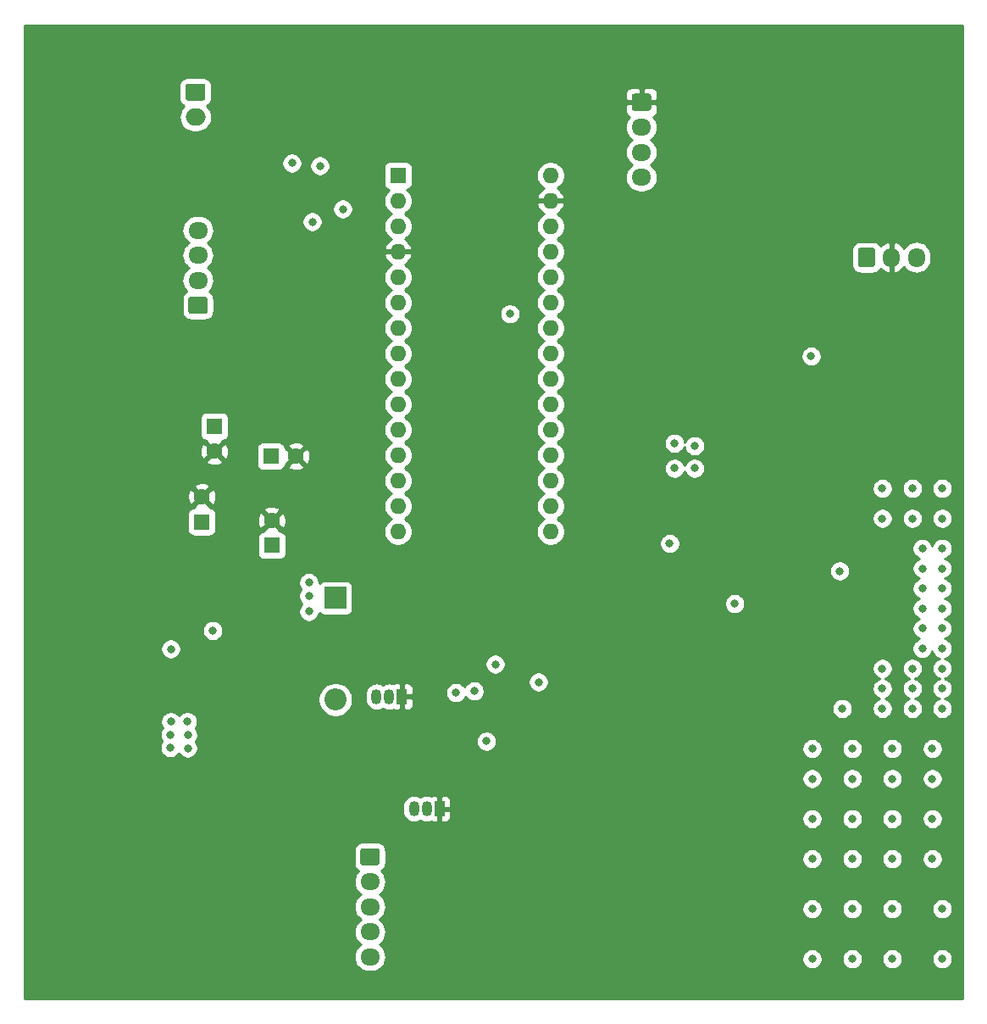
<source format=gbr>
%TF.GenerationSoftware,KiCad,Pcbnew,5.1.10-88a1d61d58~88~ubuntu18.04.1*%
%TF.CreationDate,2021-05-23T19:09:43+03:00*%
%TF.ProjectId,Micra Cruise Control Schemantics,4d696372-6120-4437-9275-69736520436f,rev?*%
%TF.SameCoordinates,Original*%
%TF.FileFunction,Copper,L3,Inr*%
%TF.FilePolarity,Positive*%
%FSLAX46Y46*%
G04 Gerber Fmt 4.6, Leading zero omitted, Abs format (unit mm)*
G04 Created by KiCad (PCBNEW 5.1.10-88a1d61d58~88~ubuntu18.04.1) date 2021-05-23 19:09:43*
%MOMM*%
%LPD*%
G01*
G04 APERTURE LIST*
%TA.AperFunction,ComponentPad*%
%ADD10O,1.600000X1.600000*%
%TD*%
%TA.AperFunction,ComponentPad*%
%ADD11R,1.600000X1.600000*%
%TD*%
%TA.AperFunction,ComponentPad*%
%ADD12O,1.950000X1.700000*%
%TD*%
%TA.AperFunction,ComponentPad*%
%ADD13R,1.050000X1.500000*%
%TD*%
%TA.AperFunction,ComponentPad*%
%ADD14O,1.050000X1.500000*%
%TD*%
%TA.AperFunction,ComponentPad*%
%ADD15O,1.700000X1.950000*%
%TD*%
%TA.AperFunction,ComponentPad*%
%ADD16O,2.000000X1.700000*%
%TD*%
%TA.AperFunction,ComponentPad*%
%ADD17O,2.200000X2.200000*%
%TD*%
%TA.AperFunction,ComponentPad*%
%ADD18R,2.200000X2.200000*%
%TD*%
%TA.AperFunction,ComponentPad*%
%ADD19C,1.600000*%
%TD*%
%TA.AperFunction,ViaPad*%
%ADD20C,0.800000*%
%TD*%
%TA.AperFunction,Conductor*%
%ADD21C,0.254000*%
%TD*%
%TA.AperFunction,Conductor*%
%ADD22C,0.100000*%
%TD*%
G04 APERTURE END LIST*
D10*
%TO.N,Net-(A1-Pad16)*%
%TO.C,A1*%
X89840000Y-86310000D03*
%TO.N,Brake*%
X74600000Y-86310000D03*
%TO.N,Net-(A1-Pad30)*%
X89840000Y-50750000D03*
%TO.N,Buzzer*%
X74600000Y-83770000D03*
%TO.N,GND*%
X89840000Y-53290000D03*
%TO.N,Net-(A1-Pad13)*%
X74600000Y-81230000D03*
%TO.N,Net-(A1-Pad28)*%
X89840000Y-55830000D03*
%TO.N,Net-(A1-Pad12)*%
X74600000Y-78690000D03*
%TO.N,Vcc*%
X89840000Y-58370000D03*
%TO.N,Net-(A1-Pad11)*%
X74600000Y-76150000D03*
%TO.N,Net-(A1-Pad26)*%
X89840000Y-60910000D03*
%TO.N,ButtonRedLight*%
X74600000Y-73610000D03*
%TO.N,Net-(A1-Pad25)*%
X89840000Y-63450000D03*
%TO.N,ButtonBlueLight*%
X74600000Y-71070000D03*
%TO.N,Net-(A1-Pad24)*%
X89840000Y-65990000D03*
%TO.N,ButtonGreenLight*%
X74600000Y-68530000D03*
%TO.N,Net-(A1-Pad23)*%
X89840000Y-68530000D03*
%TO.N,CruiseControlEnMcu*%
X74600000Y-65990000D03*
%TO.N,Net-(A1-Pad22)*%
X89840000Y-71070000D03*
%TO.N,Net-(A1-Pad6)*%
X74600000Y-63450000D03*
%TO.N,Net-(A1-Pad21)*%
X89840000Y-73610000D03*
%TO.N,Net-(A1-Pad5)*%
X74600000Y-60910000D03*
%TO.N,Net-(A1-Pad20)*%
X89840000Y-76150000D03*
%TO.N,GND*%
X74600000Y-58370000D03*
%TO.N,Net-(A1-Pad19)*%
X89840000Y-78690000D03*
%TO.N,Net-(A1-Pad3)*%
X74600000Y-55830000D03*
%TO.N,Net-(A1-Pad18)*%
X89840000Y-81230000D03*
%TO.N,Net-(A1-Pad2)*%
X74600000Y-53290000D03*
%TO.N,Net-(A1-Pad17)*%
X89840000Y-83770000D03*
D11*
%TO.N,Net-(A1-Pad1)*%
X74600000Y-50750000D03*
%TD*%
D12*
%TO.N,AccelOutA*%
%TO.C,J1*%
X71800000Y-128800000D03*
%TO.N,AccelPedalA*%
X71800000Y-126300000D03*
%TO.N,AccelOutB*%
X71800000Y-123800000D03*
%TO.N,AccelPedalB*%
X71800000Y-121300000D03*
%TO.N,Net-(D6-Pad1)*%
%TA.AperFunction,ComponentPad*%
G36*
G01*
X71075000Y-117950000D02*
X72525000Y-117950000D01*
G75*
G02*
X72775000Y-118200000I0J-250000D01*
G01*
X72775000Y-119400000D01*
G75*
G02*
X72525000Y-119650000I-250000J0D01*
G01*
X71075000Y-119650000D01*
G75*
G02*
X70825000Y-119400000I0J250000D01*
G01*
X70825000Y-118200000D01*
G75*
G02*
X71075000Y-117950000I250000J0D01*
G01*
G37*
%TD.AperFunction*%
%TD*%
D13*
%TO.N,GND*%
%TO.C,Q2*%
X75000000Y-102800000D03*
D14*
%TO.N,Net-(D1-Pad2)*%
X72460000Y-102800000D03*
%TO.N,Net-(Q2-Pad2)*%
X73730000Y-102800000D03*
%TD*%
D13*
%TO.N,GND*%
%TO.C,Q1*%
X78750000Y-114000000D03*
D14*
%TO.N,Brake*%
X76210000Y-114000000D03*
%TO.N,Net-(Q1-Pad2)*%
X77480000Y-114000000D03*
%TD*%
%TO.N,Net-(J5-Pad1)*%
%TO.C,J5*%
%TA.AperFunction,ComponentPad*%
G36*
G01*
X55335000Y-64564000D02*
X53885000Y-64564000D01*
G75*
G02*
X53635000Y-64314000I0J250000D01*
G01*
X53635000Y-63114000D01*
G75*
G02*
X53885000Y-62864000I250000J0D01*
G01*
X55335000Y-62864000D01*
G75*
G02*
X55585000Y-63114000I0J-250000D01*
G01*
X55585000Y-64314000D01*
G75*
G02*
X55335000Y-64564000I-250000J0D01*
G01*
G37*
%TD.AperFunction*%
D12*
%TO.N,ButtonBlueLight*%
X54610000Y-61214000D03*
%TO.N,ButtonRedLight*%
X54610000Y-58714000D03*
%TO.N,ButtonGreenLight*%
X54610000Y-56214000D03*
%TD*%
D15*
%TO.N,Net-(D9-Pad1)*%
%TO.C,J4*%
X126430000Y-58930000D03*
%TO.N,GND*%
X123930000Y-58930000D03*
%TO.N,AccessoryPowerSignal*%
%TA.AperFunction,ComponentPad*%
G36*
G01*
X120580000Y-59655000D02*
X120580000Y-58205000D01*
G75*
G02*
X120830000Y-57955000I250000J0D01*
G01*
X122030000Y-57955000D01*
G75*
G02*
X122280000Y-58205000I0J-250000D01*
G01*
X122280000Y-59655000D01*
G75*
G02*
X122030000Y-59905000I-250000J0D01*
G01*
X120830000Y-59905000D01*
G75*
G02*
X120580000Y-59655000I0J250000D01*
G01*
G37*
%TD.AperFunction*%
%TD*%
D12*
%TO.N,Vcc*%
%TO.C,J3*%
X98938000Y-50930000D03*
%TO.N,Net-(D7-Pad1)*%
X98938000Y-48430000D03*
%TO.N,ButtonInput*%
X98938000Y-45930000D03*
%TO.N,GND*%
%TA.AperFunction,ComponentPad*%
G36*
G01*
X98213000Y-42580000D02*
X99663000Y-42580000D01*
G75*
G02*
X99913000Y-42830000I0J-250000D01*
G01*
X99913000Y-44030000D01*
G75*
G02*
X99663000Y-44280000I-250000J0D01*
G01*
X98213000Y-44280000D01*
G75*
G02*
X97963000Y-44030000I0J250000D01*
G01*
X97963000Y-42830000D01*
G75*
G02*
X98213000Y-42580000I250000J0D01*
G01*
G37*
%TD.AperFunction*%
%TD*%
D16*
%TO.N,WheelSensorB*%
%TO.C,J2*%
X54356000Y-44918000D03*
%TO.N,WheelSensorA*%
%TA.AperFunction,ComponentPad*%
G36*
G01*
X53606000Y-41568000D02*
X55106000Y-41568000D01*
G75*
G02*
X55356000Y-41818000I0J-250000D01*
G01*
X55356000Y-43018000D01*
G75*
G02*
X55106000Y-43268000I-250000J0D01*
G01*
X53606000Y-43268000D01*
G75*
G02*
X53356000Y-43018000I0J250000D01*
G01*
X53356000Y-41818000D01*
G75*
G02*
X53606000Y-41568000I250000J0D01*
G01*
G37*
%TD.AperFunction*%
%TD*%
D17*
%TO.N,Net-(D1-Pad2)*%
%TO.C,D1*%
X68350000Y-103110000D03*
D18*
%TO.N,Vcc*%
X68350000Y-92950000D03*
%TD*%
D19*
%TO.N,GND*%
%TO.C,C8*%
X62000000Y-85200000D03*
D11*
%TO.N,Net-(C8-Pad1)*%
X62000000Y-87700000D03*
%TD*%
D19*
%TO.N,GND*%
%TO.C,C7*%
X64400000Y-78800000D03*
D11*
%TO.N,Net-(C7-Pad1)*%
X61900000Y-78800000D03*
%TD*%
D19*
%TO.N,GND*%
%TO.C,C6*%
X55000000Y-82850000D03*
D11*
%TO.N,Net-(C6-Pad1)*%
X55000000Y-85350000D03*
%TD*%
D19*
%TO.N,GND*%
%TO.C,C5*%
X56250000Y-78300000D03*
D11*
%TO.N,Net-(C5-Pad1)*%
X56250000Y-75800000D03*
%TD*%
D20*
%TO.N,GND*%
X82400000Y-95654000D03*
X39878000Y-65786000D03*
X39624000Y-62738000D03*
X39624000Y-58674000D03*
X39624000Y-54864000D03*
X40640000Y-52324000D03*
X40640000Y-50038000D03*
X42672000Y-51054000D03*
X73406000Y-42418000D03*
X109750000Y-91500000D03*
X111250000Y-91500000D03*
X113000000Y-91500000D03*
X115000000Y-91500000D03*
X109750000Y-93000000D03*
X111250000Y-93000000D03*
X113000000Y-93000000D03*
X115000000Y-93000000D03*
X111250000Y-94500000D03*
X113000000Y-94500000D03*
X115000000Y-94500000D03*
X113000000Y-96000000D03*
X115000000Y-96000000D03*
X118500000Y-93250000D03*
X118500000Y-94750000D03*
X118500000Y-96500000D03*
X118500000Y-98250000D03*
X107000000Y-84000000D03*
X107000000Y-82750000D03*
X107000000Y-81500000D03*
X107000000Y-80250000D03*
X107000000Y-78750000D03*
X107000000Y-77500000D03*
X108750000Y-77250000D03*
X107000000Y-75750000D03*
X108750000Y-75750000D03*
X110250000Y-87000000D03*
X110250000Y-88250000D03*
X96250000Y-83750000D03*
X96250000Y-81750000D03*
X99000000Y-80250000D03*
X99000000Y-78250000D03*
X96250000Y-78250000D03*
X96250000Y-80250000D03*
X102500000Y-90000000D03*
X102500000Y-92500000D03*
X102500000Y-95000000D03*
X95000000Y-75000000D03*
X97500000Y-75000000D03*
X97500000Y-72500000D03*
X95000000Y-72500000D03*
X95000000Y-70000000D03*
X97500000Y-70000000D03*
X112500000Y-97500000D03*
X115000000Y-97500000D03*
X110000000Y-97500000D03*
X100000000Y-102500000D03*
X107500000Y-102500000D03*
X100000000Y-107500000D03*
X107500000Y-107500000D03*
X100000000Y-115000000D03*
X107500000Y-115000000D03*
X100000000Y-122500000D03*
X107500000Y-122500000D03*
X100000000Y-130000000D03*
X107500000Y-130000000D03*
X40000000Y-130000000D03*
X50000000Y-130000000D03*
X60000000Y-130000000D03*
X40000000Y-125000000D03*
X50000000Y-125000000D03*
X60000000Y-125000000D03*
X40000000Y-120000000D03*
X50000000Y-120000000D03*
X40000000Y-115000000D03*
X50000000Y-115000000D03*
X40000000Y-110000000D03*
X40000000Y-105000000D03*
X40000000Y-100000000D03*
X40000000Y-95000000D03*
X40000000Y-90000000D03*
X40000000Y-85000000D03*
X40000000Y-80000000D03*
X40000000Y-75000000D03*
X45000000Y-75000000D03*
X45000000Y-80000000D03*
X45000000Y-85000000D03*
X45000000Y-90000000D03*
X50000000Y-90000000D03*
X45000000Y-95000000D03*
X45000000Y-100000000D03*
X45000000Y-105000000D03*
X45000000Y-110000000D03*
X45000000Y-115000000D03*
X45000000Y-120000000D03*
X45000000Y-125000000D03*
X45000000Y-130000000D03*
X80000000Y-50000000D03*
X80000000Y-55000000D03*
X80000000Y-60000000D03*
X85000000Y-60000000D03*
X85000000Y-55000000D03*
X85000000Y-50000000D03*
X80000000Y-45000000D03*
X85000000Y-45000000D03*
X90000000Y-45000000D03*
X110000000Y-55000000D03*
X115000000Y-55000000D03*
X112600000Y-45400000D03*
X112600000Y-46800000D03*
X112600000Y-48400000D03*
X112600000Y-49800000D03*
X112600000Y-51400000D03*
X114000000Y-51400000D03*
X114000000Y-48400000D03*
X114000000Y-49800000D03*
X114000000Y-46800000D03*
X113800000Y-45400000D03*
X120000000Y-42500000D03*
X122500000Y-42500000D03*
X125000000Y-42500000D03*
X127500000Y-42500000D03*
X130000000Y-42500000D03*
X130000000Y-45000000D03*
X125000000Y-45000000D03*
X122500000Y-45000000D03*
X120000000Y-45000000D03*
X127500000Y-45000000D03*
X88000000Y-120000000D03*
X90000000Y-120000000D03*
X88000000Y-117500000D03*
X90000000Y-117500000D03*
X88000000Y-127500000D03*
X88000000Y-130000000D03*
X90000000Y-130000000D03*
X90000000Y-127500000D03*
X38000000Y-46000000D03*
X38000000Y-44500000D03*
X38000000Y-43000000D03*
X38000000Y-41500000D03*
X38000000Y-40000000D03*
X38000000Y-47500000D03*
X38000000Y-49000000D03*
X130500000Y-66500000D03*
X130500000Y-70000000D03*
X130500000Y-73500000D03*
X130500000Y-77500000D03*
X38000000Y-38000000D03*
X43000000Y-38000000D03*
X48000000Y-38000000D03*
X53000000Y-38000000D03*
X58000000Y-38000000D03*
X63000000Y-38000000D03*
X68000000Y-38000000D03*
X73000000Y-38000000D03*
X78000000Y-38000000D03*
X83000000Y-38000000D03*
X88000000Y-38000000D03*
X93000000Y-38000000D03*
X98000000Y-38000000D03*
X103000000Y-38000000D03*
X108000000Y-38000000D03*
X113000000Y-38000000D03*
X118000000Y-38000000D03*
X123000000Y-38000000D03*
X130000000Y-38000000D03*
X130000000Y-49000000D03*
X130000000Y-53000000D03*
X130490000Y-57990000D03*
X130440000Y-61560000D03*
X64760000Y-132190000D03*
X70540000Y-132350000D03*
X75400000Y-132400000D03*
X79590000Y-132450000D03*
X84160000Y-132400000D03*
X89430000Y-132580000D03*
X94830000Y-131950000D03*
X97560000Y-130690000D03*
%TO.N,Vcc*%
X65700000Y-91400000D03*
X65700000Y-92750000D03*
X65700000Y-94300000D03*
X51900000Y-105300000D03*
X53550000Y-105300000D03*
X51850000Y-106600000D03*
X53600000Y-106650000D03*
X51850000Y-107900000D03*
X53600000Y-107950000D03*
X82225000Y-102250000D03*
X88646000Y-101346000D03*
X123000000Y-82000000D03*
X126000000Y-82000000D03*
X129000000Y-82000000D03*
X123000000Y-85000000D03*
X126000000Y-85000000D03*
X129000000Y-85000000D03*
X127000000Y-88000000D03*
X129000000Y-88000000D03*
X127000000Y-90000000D03*
X129000000Y-90000000D03*
X127000000Y-92000000D03*
X129000000Y-92000000D03*
X127000000Y-94000000D03*
X129000000Y-94000000D03*
X127000000Y-96000000D03*
X129000000Y-96000000D03*
X127000000Y-98000000D03*
X129000000Y-98000000D03*
X123000000Y-100000000D03*
X126000000Y-100000000D03*
X129000000Y-100000000D03*
X123000000Y-102000000D03*
X126000000Y-102000000D03*
X129000000Y-102000000D03*
X119000000Y-104000000D03*
X123000000Y-104000000D03*
X126000000Y-104000000D03*
X129000000Y-104000000D03*
X116000000Y-108000000D03*
X120000000Y-108000000D03*
X124000000Y-108000000D03*
X128000000Y-108000000D03*
X116000000Y-111000000D03*
X120000000Y-111000000D03*
X124000000Y-111000000D03*
X128000000Y-111000000D03*
X116000000Y-115000000D03*
X120000000Y-115000000D03*
X124000000Y-115000000D03*
X128000000Y-115000000D03*
X128000000Y-119000000D03*
X124000000Y-119000000D03*
X120000000Y-119000000D03*
X116000000Y-119000000D03*
X116000000Y-124000000D03*
X120000000Y-124000000D03*
X124000000Y-124000000D03*
X129000000Y-124000000D03*
X116000000Y-129000000D03*
X120000000Y-129000000D03*
X124000000Y-129000000D03*
X129000000Y-129000000D03*
X102250000Y-77500000D03*
X104250000Y-77750000D03*
X102250000Y-80000000D03*
X104250000Y-80000000D03*
X64008000Y-49508000D03*
%TO.N,Brake*%
X84328000Y-99568000D03*
%TO.N,Buzzer*%
X85792999Y-64575001D03*
%TO.N,+12V*%
X115900000Y-68800000D03*
%TO.N,Net-(C3-Pad1)*%
X118750000Y-90250000D03*
X108262500Y-93512500D03*
%TO.N,Net-(D6-Pad1)*%
X83450000Y-107250000D03*
%TO.N,WheelSensorA*%
X66040000Y-55372000D03*
%TO.N,WheelSensorB*%
X69088000Y-54102000D03*
%TO.N,Net-(K1-Pad4)*%
X51900000Y-98050000D03*
X56100000Y-96200000D03*
%TO.N,Net-(R3-Pad2)*%
X66802000Y-49784000D03*
%TO.N,CruiseControlEnable*%
X80400000Y-102400000D03*
%TO.N,Net-(R13-Pad1)*%
X101750000Y-87500000D03*
%TD*%
D21*
%TO.N,GND*%
X130990000Y-38632418D02*
X130990001Y-38632428D01*
X130990000Y-132940000D01*
X37310000Y-132940000D01*
X37310000Y-121300000D01*
X70182815Y-121300000D01*
X70211487Y-121591111D01*
X70296401Y-121871034D01*
X70434294Y-122129014D01*
X70619866Y-122355134D01*
X70845986Y-122540706D01*
X70863374Y-122550000D01*
X70845986Y-122559294D01*
X70619866Y-122744866D01*
X70434294Y-122970986D01*
X70296401Y-123228966D01*
X70211487Y-123508889D01*
X70182815Y-123800000D01*
X70211487Y-124091111D01*
X70296401Y-124371034D01*
X70434294Y-124629014D01*
X70619866Y-124855134D01*
X70845986Y-125040706D01*
X70863374Y-125050000D01*
X70845986Y-125059294D01*
X70619866Y-125244866D01*
X70434294Y-125470986D01*
X70296401Y-125728966D01*
X70211487Y-126008889D01*
X70182815Y-126300000D01*
X70211487Y-126591111D01*
X70296401Y-126871034D01*
X70434294Y-127129014D01*
X70619866Y-127355134D01*
X70845986Y-127540706D01*
X70863374Y-127550000D01*
X70845986Y-127559294D01*
X70619866Y-127744866D01*
X70434294Y-127970986D01*
X70296401Y-128228966D01*
X70211487Y-128508889D01*
X70182815Y-128800000D01*
X70211487Y-129091111D01*
X70296401Y-129371034D01*
X70434294Y-129629014D01*
X70619866Y-129855134D01*
X70845986Y-130040706D01*
X71103966Y-130178599D01*
X71383889Y-130263513D01*
X71602050Y-130285000D01*
X71997950Y-130285000D01*
X72216111Y-130263513D01*
X72496034Y-130178599D01*
X72754014Y-130040706D01*
X72980134Y-129855134D01*
X73165706Y-129629014D01*
X73303599Y-129371034D01*
X73388513Y-129091111D01*
X73407526Y-128898061D01*
X114965000Y-128898061D01*
X114965000Y-129101939D01*
X115004774Y-129301898D01*
X115082795Y-129490256D01*
X115196063Y-129659774D01*
X115340226Y-129803937D01*
X115509744Y-129917205D01*
X115698102Y-129995226D01*
X115898061Y-130035000D01*
X116101939Y-130035000D01*
X116301898Y-129995226D01*
X116490256Y-129917205D01*
X116659774Y-129803937D01*
X116803937Y-129659774D01*
X116917205Y-129490256D01*
X116995226Y-129301898D01*
X117035000Y-129101939D01*
X117035000Y-128898061D01*
X118965000Y-128898061D01*
X118965000Y-129101939D01*
X119004774Y-129301898D01*
X119082795Y-129490256D01*
X119196063Y-129659774D01*
X119340226Y-129803937D01*
X119509744Y-129917205D01*
X119698102Y-129995226D01*
X119898061Y-130035000D01*
X120101939Y-130035000D01*
X120301898Y-129995226D01*
X120490256Y-129917205D01*
X120659774Y-129803937D01*
X120803937Y-129659774D01*
X120917205Y-129490256D01*
X120995226Y-129301898D01*
X121035000Y-129101939D01*
X121035000Y-128898061D01*
X122965000Y-128898061D01*
X122965000Y-129101939D01*
X123004774Y-129301898D01*
X123082795Y-129490256D01*
X123196063Y-129659774D01*
X123340226Y-129803937D01*
X123509744Y-129917205D01*
X123698102Y-129995226D01*
X123898061Y-130035000D01*
X124101939Y-130035000D01*
X124301898Y-129995226D01*
X124490256Y-129917205D01*
X124659774Y-129803937D01*
X124803937Y-129659774D01*
X124917205Y-129490256D01*
X124995226Y-129301898D01*
X125035000Y-129101939D01*
X125035000Y-128898061D01*
X127965000Y-128898061D01*
X127965000Y-129101939D01*
X128004774Y-129301898D01*
X128082795Y-129490256D01*
X128196063Y-129659774D01*
X128340226Y-129803937D01*
X128509744Y-129917205D01*
X128698102Y-129995226D01*
X128898061Y-130035000D01*
X129101939Y-130035000D01*
X129301898Y-129995226D01*
X129490256Y-129917205D01*
X129659774Y-129803937D01*
X129803937Y-129659774D01*
X129917205Y-129490256D01*
X129995226Y-129301898D01*
X130035000Y-129101939D01*
X130035000Y-128898061D01*
X129995226Y-128698102D01*
X129917205Y-128509744D01*
X129803937Y-128340226D01*
X129659774Y-128196063D01*
X129490256Y-128082795D01*
X129301898Y-128004774D01*
X129101939Y-127965000D01*
X128898061Y-127965000D01*
X128698102Y-128004774D01*
X128509744Y-128082795D01*
X128340226Y-128196063D01*
X128196063Y-128340226D01*
X128082795Y-128509744D01*
X128004774Y-128698102D01*
X127965000Y-128898061D01*
X125035000Y-128898061D01*
X124995226Y-128698102D01*
X124917205Y-128509744D01*
X124803937Y-128340226D01*
X124659774Y-128196063D01*
X124490256Y-128082795D01*
X124301898Y-128004774D01*
X124101939Y-127965000D01*
X123898061Y-127965000D01*
X123698102Y-128004774D01*
X123509744Y-128082795D01*
X123340226Y-128196063D01*
X123196063Y-128340226D01*
X123082795Y-128509744D01*
X123004774Y-128698102D01*
X122965000Y-128898061D01*
X121035000Y-128898061D01*
X120995226Y-128698102D01*
X120917205Y-128509744D01*
X120803937Y-128340226D01*
X120659774Y-128196063D01*
X120490256Y-128082795D01*
X120301898Y-128004774D01*
X120101939Y-127965000D01*
X119898061Y-127965000D01*
X119698102Y-128004774D01*
X119509744Y-128082795D01*
X119340226Y-128196063D01*
X119196063Y-128340226D01*
X119082795Y-128509744D01*
X119004774Y-128698102D01*
X118965000Y-128898061D01*
X117035000Y-128898061D01*
X116995226Y-128698102D01*
X116917205Y-128509744D01*
X116803937Y-128340226D01*
X116659774Y-128196063D01*
X116490256Y-128082795D01*
X116301898Y-128004774D01*
X116101939Y-127965000D01*
X115898061Y-127965000D01*
X115698102Y-128004774D01*
X115509744Y-128082795D01*
X115340226Y-128196063D01*
X115196063Y-128340226D01*
X115082795Y-128509744D01*
X115004774Y-128698102D01*
X114965000Y-128898061D01*
X73407526Y-128898061D01*
X73417185Y-128800000D01*
X73388513Y-128508889D01*
X73303599Y-128228966D01*
X73165706Y-127970986D01*
X72980134Y-127744866D01*
X72754014Y-127559294D01*
X72736626Y-127550000D01*
X72754014Y-127540706D01*
X72980134Y-127355134D01*
X73165706Y-127129014D01*
X73303599Y-126871034D01*
X73388513Y-126591111D01*
X73417185Y-126300000D01*
X73388513Y-126008889D01*
X73303599Y-125728966D01*
X73165706Y-125470986D01*
X72980134Y-125244866D01*
X72754014Y-125059294D01*
X72736626Y-125050000D01*
X72754014Y-125040706D01*
X72980134Y-124855134D01*
X73165706Y-124629014D01*
X73303599Y-124371034D01*
X73388513Y-124091111D01*
X73407526Y-123898061D01*
X114965000Y-123898061D01*
X114965000Y-124101939D01*
X115004774Y-124301898D01*
X115082795Y-124490256D01*
X115196063Y-124659774D01*
X115340226Y-124803937D01*
X115509744Y-124917205D01*
X115698102Y-124995226D01*
X115898061Y-125035000D01*
X116101939Y-125035000D01*
X116301898Y-124995226D01*
X116490256Y-124917205D01*
X116659774Y-124803937D01*
X116803937Y-124659774D01*
X116917205Y-124490256D01*
X116995226Y-124301898D01*
X117035000Y-124101939D01*
X117035000Y-123898061D01*
X118965000Y-123898061D01*
X118965000Y-124101939D01*
X119004774Y-124301898D01*
X119082795Y-124490256D01*
X119196063Y-124659774D01*
X119340226Y-124803937D01*
X119509744Y-124917205D01*
X119698102Y-124995226D01*
X119898061Y-125035000D01*
X120101939Y-125035000D01*
X120301898Y-124995226D01*
X120490256Y-124917205D01*
X120659774Y-124803937D01*
X120803937Y-124659774D01*
X120917205Y-124490256D01*
X120995226Y-124301898D01*
X121035000Y-124101939D01*
X121035000Y-123898061D01*
X122965000Y-123898061D01*
X122965000Y-124101939D01*
X123004774Y-124301898D01*
X123082795Y-124490256D01*
X123196063Y-124659774D01*
X123340226Y-124803937D01*
X123509744Y-124917205D01*
X123698102Y-124995226D01*
X123898061Y-125035000D01*
X124101939Y-125035000D01*
X124301898Y-124995226D01*
X124490256Y-124917205D01*
X124659774Y-124803937D01*
X124803937Y-124659774D01*
X124917205Y-124490256D01*
X124995226Y-124301898D01*
X125035000Y-124101939D01*
X125035000Y-123898061D01*
X127965000Y-123898061D01*
X127965000Y-124101939D01*
X128004774Y-124301898D01*
X128082795Y-124490256D01*
X128196063Y-124659774D01*
X128340226Y-124803937D01*
X128509744Y-124917205D01*
X128698102Y-124995226D01*
X128898061Y-125035000D01*
X129101939Y-125035000D01*
X129301898Y-124995226D01*
X129490256Y-124917205D01*
X129659774Y-124803937D01*
X129803937Y-124659774D01*
X129917205Y-124490256D01*
X129995226Y-124301898D01*
X130035000Y-124101939D01*
X130035000Y-123898061D01*
X129995226Y-123698102D01*
X129917205Y-123509744D01*
X129803937Y-123340226D01*
X129659774Y-123196063D01*
X129490256Y-123082795D01*
X129301898Y-123004774D01*
X129101939Y-122965000D01*
X128898061Y-122965000D01*
X128698102Y-123004774D01*
X128509744Y-123082795D01*
X128340226Y-123196063D01*
X128196063Y-123340226D01*
X128082795Y-123509744D01*
X128004774Y-123698102D01*
X127965000Y-123898061D01*
X125035000Y-123898061D01*
X124995226Y-123698102D01*
X124917205Y-123509744D01*
X124803937Y-123340226D01*
X124659774Y-123196063D01*
X124490256Y-123082795D01*
X124301898Y-123004774D01*
X124101939Y-122965000D01*
X123898061Y-122965000D01*
X123698102Y-123004774D01*
X123509744Y-123082795D01*
X123340226Y-123196063D01*
X123196063Y-123340226D01*
X123082795Y-123509744D01*
X123004774Y-123698102D01*
X122965000Y-123898061D01*
X121035000Y-123898061D01*
X120995226Y-123698102D01*
X120917205Y-123509744D01*
X120803937Y-123340226D01*
X120659774Y-123196063D01*
X120490256Y-123082795D01*
X120301898Y-123004774D01*
X120101939Y-122965000D01*
X119898061Y-122965000D01*
X119698102Y-123004774D01*
X119509744Y-123082795D01*
X119340226Y-123196063D01*
X119196063Y-123340226D01*
X119082795Y-123509744D01*
X119004774Y-123698102D01*
X118965000Y-123898061D01*
X117035000Y-123898061D01*
X116995226Y-123698102D01*
X116917205Y-123509744D01*
X116803937Y-123340226D01*
X116659774Y-123196063D01*
X116490256Y-123082795D01*
X116301898Y-123004774D01*
X116101939Y-122965000D01*
X115898061Y-122965000D01*
X115698102Y-123004774D01*
X115509744Y-123082795D01*
X115340226Y-123196063D01*
X115196063Y-123340226D01*
X115082795Y-123509744D01*
X115004774Y-123698102D01*
X114965000Y-123898061D01*
X73407526Y-123898061D01*
X73417185Y-123800000D01*
X73388513Y-123508889D01*
X73303599Y-123228966D01*
X73165706Y-122970986D01*
X72980134Y-122744866D01*
X72754014Y-122559294D01*
X72736626Y-122550000D01*
X72754014Y-122540706D01*
X72980134Y-122355134D01*
X73165706Y-122129014D01*
X73303599Y-121871034D01*
X73388513Y-121591111D01*
X73417185Y-121300000D01*
X73388513Y-121008889D01*
X73303599Y-120728966D01*
X73165706Y-120470986D01*
X72980134Y-120244866D01*
X72916663Y-120192777D01*
X73018386Y-120138405D01*
X73152962Y-120027962D01*
X73263405Y-119893386D01*
X73345472Y-119739850D01*
X73396008Y-119573254D01*
X73413072Y-119400000D01*
X73413072Y-118898061D01*
X114965000Y-118898061D01*
X114965000Y-119101939D01*
X115004774Y-119301898D01*
X115082795Y-119490256D01*
X115196063Y-119659774D01*
X115340226Y-119803937D01*
X115509744Y-119917205D01*
X115698102Y-119995226D01*
X115898061Y-120035000D01*
X116101939Y-120035000D01*
X116301898Y-119995226D01*
X116490256Y-119917205D01*
X116659774Y-119803937D01*
X116803937Y-119659774D01*
X116917205Y-119490256D01*
X116995226Y-119301898D01*
X117035000Y-119101939D01*
X117035000Y-118898061D01*
X118965000Y-118898061D01*
X118965000Y-119101939D01*
X119004774Y-119301898D01*
X119082795Y-119490256D01*
X119196063Y-119659774D01*
X119340226Y-119803937D01*
X119509744Y-119917205D01*
X119698102Y-119995226D01*
X119898061Y-120035000D01*
X120101939Y-120035000D01*
X120301898Y-119995226D01*
X120490256Y-119917205D01*
X120659774Y-119803937D01*
X120803937Y-119659774D01*
X120917205Y-119490256D01*
X120995226Y-119301898D01*
X121035000Y-119101939D01*
X121035000Y-118898061D01*
X122965000Y-118898061D01*
X122965000Y-119101939D01*
X123004774Y-119301898D01*
X123082795Y-119490256D01*
X123196063Y-119659774D01*
X123340226Y-119803937D01*
X123509744Y-119917205D01*
X123698102Y-119995226D01*
X123898061Y-120035000D01*
X124101939Y-120035000D01*
X124301898Y-119995226D01*
X124490256Y-119917205D01*
X124659774Y-119803937D01*
X124803937Y-119659774D01*
X124917205Y-119490256D01*
X124995226Y-119301898D01*
X125035000Y-119101939D01*
X125035000Y-118898061D01*
X126965000Y-118898061D01*
X126965000Y-119101939D01*
X127004774Y-119301898D01*
X127082795Y-119490256D01*
X127196063Y-119659774D01*
X127340226Y-119803937D01*
X127509744Y-119917205D01*
X127698102Y-119995226D01*
X127898061Y-120035000D01*
X128101939Y-120035000D01*
X128301898Y-119995226D01*
X128490256Y-119917205D01*
X128659774Y-119803937D01*
X128803937Y-119659774D01*
X128917205Y-119490256D01*
X128995226Y-119301898D01*
X129035000Y-119101939D01*
X129035000Y-118898061D01*
X128995226Y-118698102D01*
X128917205Y-118509744D01*
X128803937Y-118340226D01*
X128659774Y-118196063D01*
X128490256Y-118082795D01*
X128301898Y-118004774D01*
X128101939Y-117965000D01*
X127898061Y-117965000D01*
X127698102Y-118004774D01*
X127509744Y-118082795D01*
X127340226Y-118196063D01*
X127196063Y-118340226D01*
X127082795Y-118509744D01*
X127004774Y-118698102D01*
X126965000Y-118898061D01*
X125035000Y-118898061D01*
X124995226Y-118698102D01*
X124917205Y-118509744D01*
X124803937Y-118340226D01*
X124659774Y-118196063D01*
X124490256Y-118082795D01*
X124301898Y-118004774D01*
X124101939Y-117965000D01*
X123898061Y-117965000D01*
X123698102Y-118004774D01*
X123509744Y-118082795D01*
X123340226Y-118196063D01*
X123196063Y-118340226D01*
X123082795Y-118509744D01*
X123004774Y-118698102D01*
X122965000Y-118898061D01*
X121035000Y-118898061D01*
X120995226Y-118698102D01*
X120917205Y-118509744D01*
X120803937Y-118340226D01*
X120659774Y-118196063D01*
X120490256Y-118082795D01*
X120301898Y-118004774D01*
X120101939Y-117965000D01*
X119898061Y-117965000D01*
X119698102Y-118004774D01*
X119509744Y-118082795D01*
X119340226Y-118196063D01*
X119196063Y-118340226D01*
X119082795Y-118509744D01*
X119004774Y-118698102D01*
X118965000Y-118898061D01*
X117035000Y-118898061D01*
X116995226Y-118698102D01*
X116917205Y-118509744D01*
X116803937Y-118340226D01*
X116659774Y-118196063D01*
X116490256Y-118082795D01*
X116301898Y-118004774D01*
X116101939Y-117965000D01*
X115898061Y-117965000D01*
X115698102Y-118004774D01*
X115509744Y-118082795D01*
X115340226Y-118196063D01*
X115196063Y-118340226D01*
X115082795Y-118509744D01*
X115004774Y-118698102D01*
X114965000Y-118898061D01*
X73413072Y-118898061D01*
X73413072Y-118200000D01*
X73396008Y-118026746D01*
X73345472Y-117860150D01*
X73263405Y-117706614D01*
X73152962Y-117572038D01*
X73018386Y-117461595D01*
X72864850Y-117379528D01*
X72698254Y-117328992D01*
X72525000Y-117311928D01*
X71075000Y-117311928D01*
X70901746Y-117328992D01*
X70735150Y-117379528D01*
X70581614Y-117461595D01*
X70447038Y-117572038D01*
X70336595Y-117706614D01*
X70254528Y-117860150D01*
X70203992Y-118026746D01*
X70186928Y-118200000D01*
X70186928Y-119400000D01*
X70203992Y-119573254D01*
X70254528Y-119739850D01*
X70336595Y-119893386D01*
X70447038Y-120027962D01*
X70581614Y-120138405D01*
X70683337Y-120192777D01*
X70619866Y-120244866D01*
X70434294Y-120470986D01*
X70296401Y-120728966D01*
X70211487Y-121008889D01*
X70182815Y-121300000D01*
X37310000Y-121300000D01*
X37310000Y-113718021D01*
X75050000Y-113718021D01*
X75050000Y-114281978D01*
X75066785Y-114452399D01*
X75133115Y-114671059D01*
X75240829Y-114872578D01*
X75385788Y-115049212D01*
X75562421Y-115194171D01*
X75763940Y-115301885D01*
X75982600Y-115368215D01*
X76210000Y-115390612D01*
X76437399Y-115368215D01*
X76656059Y-115301885D01*
X76845000Y-115200894D01*
X77033940Y-115301885D01*
X77252600Y-115368215D01*
X77480000Y-115390612D01*
X77707399Y-115368215D01*
X77916098Y-115304907D01*
X77980820Y-115339502D01*
X78100518Y-115375812D01*
X78225000Y-115388072D01*
X78464250Y-115385000D01*
X78623000Y-115226250D01*
X78623000Y-114453109D01*
X78623215Y-114452400D01*
X78640000Y-114281979D01*
X78640000Y-114127000D01*
X78877000Y-114127000D01*
X78877000Y-115226250D01*
X79035750Y-115385000D01*
X79275000Y-115388072D01*
X79399482Y-115375812D01*
X79519180Y-115339502D01*
X79629494Y-115280537D01*
X79726185Y-115201185D01*
X79805537Y-115104494D01*
X79864502Y-114994180D01*
X79893659Y-114898061D01*
X114965000Y-114898061D01*
X114965000Y-115101939D01*
X115004774Y-115301898D01*
X115082795Y-115490256D01*
X115196063Y-115659774D01*
X115340226Y-115803937D01*
X115509744Y-115917205D01*
X115698102Y-115995226D01*
X115898061Y-116035000D01*
X116101939Y-116035000D01*
X116301898Y-115995226D01*
X116490256Y-115917205D01*
X116659774Y-115803937D01*
X116803937Y-115659774D01*
X116917205Y-115490256D01*
X116995226Y-115301898D01*
X117035000Y-115101939D01*
X117035000Y-114898061D01*
X118965000Y-114898061D01*
X118965000Y-115101939D01*
X119004774Y-115301898D01*
X119082795Y-115490256D01*
X119196063Y-115659774D01*
X119340226Y-115803937D01*
X119509744Y-115917205D01*
X119698102Y-115995226D01*
X119898061Y-116035000D01*
X120101939Y-116035000D01*
X120301898Y-115995226D01*
X120490256Y-115917205D01*
X120659774Y-115803937D01*
X120803937Y-115659774D01*
X120917205Y-115490256D01*
X120995226Y-115301898D01*
X121035000Y-115101939D01*
X121035000Y-114898061D01*
X122965000Y-114898061D01*
X122965000Y-115101939D01*
X123004774Y-115301898D01*
X123082795Y-115490256D01*
X123196063Y-115659774D01*
X123340226Y-115803937D01*
X123509744Y-115917205D01*
X123698102Y-115995226D01*
X123898061Y-116035000D01*
X124101939Y-116035000D01*
X124301898Y-115995226D01*
X124490256Y-115917205D01*
X124659774Y-115803937D01*
X124803937Y-115659774D01*
X124917205Y-115490256D01*
X124995226Y-115301898D01*
X125035000Y-115101939D01*
X125035000Y-114898061D01*
X126965000Y-114898061D01*
X126965000Y-115101939D01*
X127004774Y-115301898D01*
X127082795Y-115490256D01*
X127196063Y-115659774D01*
X127340226Y-115803937D01*
X127509744Y-115917205D01*
X127698102Y-115995226D01*
X127898061Y-116035000D01*
X128101939Y-116035000D01*
X128301898Y-115995226D01*
X128490256Y-115917205D01*
X128659774Y-115803937D01*
X128803937Y-115659774D01*
X128917205Y-115490256D01*
X128995226Y-115301898D01*
X129035000Y-115101939D01*
X129035000Y-114898061D01*
X128995226Y-114698102D01*
X128917205Y-114509744D01*
X128803937Y-114340226D01*
X128659774Y-114196063D01*
X128490256Y-114082795D01*
X128301898Y-114004774D01*
X128101939Y-113965000D01*
X127898061Y-113965000D01*
X127698102Y-114004774D01*
X127509744Y-114082795D01*
X127340226Y-114196063D01*
X127196063Y-114340226D01*
X127082795Y-114509744D01*
X127004774Y-114698102D01*
X126965000Y-114898061D01*
X125035000Y-114898061D01*
X124995226Y-114698102D01*
X124917205Y-114509744D01*
X124803937Y-114340226D01*
X124659774Y-114196063D01*
X124490256Y-114082795D01*
X124301898Y-114004774D01*
X124101939Y-113965000D01*
X123898061Y-113965000D01*
X123698102Y-114004774D01*
X123509744Y-114082795D01*
X123340226Y-114196063D01*
X123196063Y-114340226D01*
X123082795Y-114509744D01*
X123004774Y-114698102D01*
X122965000Y-114898061D01*
X121035000Y-114898061D01*
X120995226Y-114698102D01*
X120917205Y-114509744D01*
X120803937Y-114340226D01*
X120659774Y-114196063D01*
X120490256Y-114082795D01*
X120301898Y-114004774D01*
X120101939Y-113965000D01*
X119898061Y-113965000D01*
X119698102Y-114004774D01*
X119509744Y-114082795D01*
X119340226Y-114196063D01*
X119196063Y-114340226D01*
X119082795Y-114509744D01*
X119004774Y-114698102D01*
X118965000Y-114898061D01*
X117035000Y-114898061D01*
X116995226Y-114698102D01*
X116917205Y-114509744D01*
X116803937Y-114340226D01*
X116659774Y-114196063D01*
X116490256Y-114082795D01*
X116301898Y-114004774D01*
X116101939Y-113965000D01*
X115898061Y-113965000D01*
X115698102Y-114004774D01*
X115509744Y-114082795D01*
X115340226Y-114196063D01*
X115196063Y-114340226D01*
X115082795Y-114509744D01*
X115004774Y-114698102D01*
X114965000Y-114898061D01*
X79893659Y-114898061D01*
X79900812Y-114874482D01*
X79913072Y-114750000D01*
X79910000Y-114285750D01*
X79751250Y-114127000D01*
X78877000Y-114127000D01*
X78640000Y-114127000D01*
X78640000Y-113718022D01*
X78623215Y-113547601D01*
X78623000Y-113546892D01*
X78623000Y-112773750D01*
X78877000Y-112773750D01*
X78877000Y-113873000D01*
X79751250Y-113873000D01*
X79910000Y-113714250D01*
X79913072Y-113250000D01*
X79900812Y-113125518D01*
X79864502Y-113005820D01*
X79805537Y-112895506D01*
X79726185Y-112798815D01*
X79629494Y-112719463D01*
X79519180Y-112660498D01*
X79399482Y-112624188D01*
X79275000Y-112611928D01*
X79035750Y-112615000D01*
X78877000Y-112773750D01*
X78623000Y-112773750D01*
X78464250Y-112615000D01*
X78225000Y-112611928D01*
X78100518Y-112624188D01*
X77980820Y-112660498D01*
X77916098Y-112695093D01*
X77707400Y-112631785D01*
X77480000Y-112609388D01*
X77252601Y-112631785D01*
X77033941Y-112698115D01*
X76845000Y-112799106D01*
X76656060Y-112698115D01*
X76437400Y-112631785D01*
X76210000Y-112609388D01*
X75982601Y-112631785D01*
X75763941Y-112698115D01*
X75562422Y-112805829D01*
X75385789Y-112950788D01*
X75240830Y-113127421D01*
X75133115Y-113328940D01*
X75066785Y-113547600D01*
X75050000Y-113718021D01*
X37310000Y-113718021D01*
X37310000Y-110898061D01*
X114965000Y-110898061D01*
X114965000Y-111101939D01*
X115004774Y-111301898D01*
X115082795Y-111490256D01*
X115196063Y-111659774D01*
X115340226Y-111803937D01*
X115509744Y-111917205D01*
X115698102Y-111995226D01*
X115898061Y-112035000D01*
X116101939Y-112035000D01*
X116301898Y-111995226D01*
X116490256Y-111917205D01*
X116659774Y-111803937D01*
X116803937Y-111659774D01*
X116917205Y-111490256D01*
X116995226Y-111301898D01*
X117035000Y-111101939D01*
X117035000Y-110898061D01*
X118965000Y-110898061D01*
X118965000Y-111101939D01*
X119004774Y-111301898D01*
X119082795Y-111490256D01*
X119196063Y-111659774D01*
X119340226Y-111803937D01*
X119509744Y-111917205D01*
X119698102Y-111995226D01*
X119898061Y-112035000D01*
X120101939Y-112035000D01*
X120301898Y-111995226D01*
X120490256Y-111917205D01*
X120659774Y-111803937D01*
X120803937Y-111659774D01*
X120917205Y-111490256D01*
X120995226Y-111301898D01*
X121035000Y-111101939D01*
X121035000Y-110898061D01*
X122965000Y-110898061D01*
X122965000Y-111101939D01*
X123004774Y-111301898D01*
X123082795Y-111490256D01*
X123196063Y-111659774D01*
X123340226Y-111803937D01*
X123509744Y-111917205D01*
X123698102Y-111995226D01*
X123898061Y-112035000D01*
X124101939Y-112035000D01*
X124301898Y-111995226D01*
X124490256Y-111917205D01*
X124659774Y-111803937D01*
X124803937Y-111659774D01*
X124917205Y-111490256D01*
X124995226Y-111301898D01*
X125035000Y-111101939D01*
X125035000Y-110898061D01*
X126965000Y-110898061D01*
X126965000Y-111101939D01*
X127004774Y-111301898D01*
X127082795Y-111490256D01*
X127196063Y-111659774D01*
X127340226Y-111803937D01*
X127509744Y-111917205D01*
X127698102Y-111995226D01*
X127898061Y-112035000D01*
X128101939Y-112035000D01*
X128301898Y-111995226D01*
X128490256Y-111917205D01*
X128659774Y-111803937D01*
X128803937Y-111659774D01*
X128917205Y-111490256D01*
X128995226Y-111301898D01*
X129035000Y-111101939D01*
X129035000Y-110898061D01*
X128995226Y-110698102D01*
X128917205Y-110509744D01*
X128803937Y-110340226D01*
X128659774Y-110196063D01*
X128490256Y-110082795D01*
X128301898Y-110004774D01*
X128101939Y-109965000D01*
X127898061Y-109965000D01*
X127698102Y-110004774D01*
X127509744Y-110082795D01*
X127340226Y-110196063D01*
X127196063Y-110340226D01*
X127082795Y-110509744D01*
X127004774Y-110698102D01*
X126965000Y-110898061D01*
X125035000Y-110898061D01*
X124995226Y-110698102D01*
X124917205Y-110509744D01*
X124803937Y-110340226D01*
X124659774Y-110196063D01*
X124490256Y-110082795D01*
X124301898Y-110004774D01*
X124101939Y-109965000D01*
X123898061Y-109965000D01*
X123698102Y-110004774D01*
X123509744Y-110082795D01*
X123340226Y-110196063D01*
X123196063Y-110340226D01*
X123082795Y-110509744D01*
X123004774Y-110698102D01*
X122965000Y-110898061D01*
X121035000Y-110898061D01*
X120995226Y-110698102D01*
X120917205Y-110509744D01*
X120803937Y-110340226D01*
X120659774Y-110196063D01*
X120490256Y-110082795D01*
X120301898Y-110004774D01*
X120101939Y-109965000D01*
X119898061Y-109965000D01*
X119698102Y-110004774D01*
X119509744Y-110082795D01*
X119340226Y-110196063D01*
X119196063Y-110340226D01*
X119082795Y-110509744D01*
X119004774Y-110698102D01*
X118965000Y-110898061D01*
X117035000Y-110898061D01*
X116995226Y-110698102D01*
X116917205Y-110509744D01*
X116803937Y-110340226D01*
X116659774Y-110196063D01*
X116490256Y-110082795D01*
X116301898Y-110004774D01*
X116101939Y-109965000D01*
X115898061Y-109965000D01*
X115698102Y-110004774D01*
X115509744Y-110082795D01*
X115340226Y-110196063D01*
X115196063Y-110340226D01*
X115082795Y-110509744D01*
X115004774Y-110698102D01*
X114965000Y-110898061D01*
X37310000Y-110898061D01*
X37310000Y-106498061D01*
X50815000Y-106498061D01*
X50815000Y-106701939D01*
X50854774Y-106901898D01*
X50932795Y-107090256D01*
X51039532Y-107250000D01*
X50932795Y-107409744D01*
X50854774Y-107598102D01*
X50815000Y-107798061D01*
X50815000Y-108001939D01*
X50854774Y-108201898D01*
X50932795Y-108390256D01*
X51046063Y-108559774D01*
X51190226Y-108703937D01*
X51359744Y-108817205D01*
X51548102Y-108895226D01*
X51748061Y-108935000D01*
X51951939Y-108935000D01*
X52151898Y-108895226D01*
X52340256Y-108817205D01*
X52509774Y-108703937D01*
X52653937Y-108559774D01*
X52708296Y-108478420D01*
X52796063Y-108609774D01*
X52940226Y-108753937D01*
X53109744Y-108867205D01*
X53298102Y-108945226D01*
X53498061Y-108985000D01*
X53701939Y-108985000D01*
X53901898Y-108945226D01*
X54090256Y-108867205D01*
X54259774Y-108753937D01*
X54403937Y-108609774D01*
X54517205Y-108440256D01*
X54595226Y-108251898D01*
X54635000Y-108051939D01*
X54635000Y-107848061D01*
X54595226Y-107648102D01*
X54517205Y-107459744D01*
X54410468Y-107300000D01*
X54511989Y-107148061D01*
X82415000Y-107148061D01*
X82415000Y-107351939D01*
X82454774Y-107551898D01*
X82532795Y-107740256D01*
X82646063Y-107909774D01*
X82790226Y-108053937D01*
X82959744Y-108167205D01*
X83148102Y-108245226D01*
X83348061Y-108285000D01*
X83551939Y-108285000D01*
X83751898Y-108245226D01*
X83940256Y-108167205D01*
X84109774Y-108053937D01*
X84253937Y-107909774D01*
X84261763Y-107898061D01*
X114965000Y-107898061D01*
X114965000Y-108101939D01*
X115004774Y-108301898D01*
X115082795Y-108490256D01*
X115196063Y-108659774D01*
X115340226Y-108803937D01*
X115509744Y-108917205D01*
X115698102Y-108995226D01*
X115898061Y-109035000D01*
X116101939Y-109035000D01*
X116301898Y-108995226D01*
X116490256Y-108917205D01*
X116659774Y-108803937D01*
X116803937Y-108659774D01*
X116917205Y-108490256D01*
X116995226Y-108301898D01*
X117035000Y-108101939D01*
X117035000Y-107898061D01*
X118965000Y-107898061D01*
X118965000Y-108101939D01*
X119004774Y-108301898D01*
X119082795Y-108490256D01*
X119196063Y-108659774D01*
X119340226Y-108803937D01*
X119509744Y-108917205D01*
X119698102Y-108995226D01*
X119898061Y-109035000D01*
X120101939Y-109035000D01*
X120301898Y-108995226D01*
X120490256Y-108917205D01*
X120659774Y-108803937D01*
X120803937Y-108659774D01*
X120917205Y-108490256D01*
X120995226Y-108301898D01*
X121035000Y-108101939D01*
X121035000Y-107898061D01*
X122965000Y-107898061D01*
X122965000Y-108101939D01*
X123004774Y-108301898D01*
X123082795Y-108490256D01*
X123196063Y-108659774D01*
X123340226Y-108803937D01*
X123509744Y-108917205D01*
X123698102Y-108995226D01*
X123898061Y-109035000D01*
X124101939Y-109035000D01*
X124301898Y-108995226D01*
X124490256Y-108917205D01*
X124659774Y-108803937D01*
X124803937Y-108659774D01*
X124917205Y-108490256D01*
X124995226Y-108301898D01*
X125035000Y-108101939D01*
X125035000Y-107898061D01*
X126965000Y-107898061D01*
X126965000Y-108101939D01*
X127004774Y-108301898D01*
X127082795Y-108490256D01*
X127196063Y-108659774D01*
X127340226Y-108803937D01*
X127509744Y-108917205D01*
X127698102Y-108995226D01*
X127898061Y-109035000D01*
X128101939Y-109035000D01*
X128301898Y-108995226D01*
X128490256Y-108917205D01*
X128659774Y-108803937D01*
X128803937Y-108659774D01*
X128917205Y-108490256D01*
X128995226Y-108301898D01*
X129035000Y-108101939D01*
X129035000Y-107898061D01*
X128995226Y-107698102D01*
X128917205Y-107509744D01*
X128803937Y-107340226D01*
X128659774Y-107196063D01*
X128490256Y-107082795D01*
X128301898Y-107004774D01*
X128101939Y-106965000D01*
X127898061Y-106965000D01*
X127698102Y-107004774D01*
X127509744Y-107082795D01*
X127340226Y-107196063D01*
X127196063Y-107340226D01*
X127082795Y-107509744D01*
X127004774Y-107698102D01*
X126965000Y-107898061D01*
X125035000Y-107898061D01*
X124995226Y-107698102D01*
X124917205Y-107509744D01*
X124803937Y-107340226D01*
X124659774Y-107196063D01*
X124490256Y-107082795D01*
X124301898Y-107004774D01*
X124101939Y-106965000D01*
X123898061Y-106965000D01*
X123698102Y-107004774D01*
X123509744Y-107082795D01*
X123340226Y-107196063D01*
X123196063Y-107340226D01*
X123082795Y-107509744D01*
X123004774Y-107698102D01*
X122965000Y-107898061D01*
X121035000Y-107898061D01*
X120995226Y-107698102D01*
X120917205Y-107509744D01*
X120803937Y-107340226D01*
X120659774Y-107196063D01*
X120490256Y-107082795D01*
X120301898Y-107004774D01*
X120101939Y-106965000D01*
X119898061Y-106965000D01*
X119698102Y-107004774D01*
X119509744Y-107082795D01*
X119340226Y-107196063D01*
X119196063Y-107340226D01*
X119082795Y-107509744D01*
X119004774Y-107698102D01*
X118965000Y-107898061D01*
X117035000Y-107898061D01*
X116995226Y-107698102D01*
X116917205Y-107509744D01*
X116803937Y-107340226D01*
X116659774Y-107196063D01*
X116490256Y-107082795D01*
X116301898Y-107004774D01*
X116101939Y-106965000D01*
X115898061Y-106965000D01*
X115698102Y-107004774D01*
X115509744Y-107082795D01*
X115340226Y-107196063D01*
X115196063Y-107340226D01*
X115082795Y-107509744D01*
X115004774Y-107698102D01*
X114965000Y-107898061D01*
X84261763Y-107898061D01*
X84367205Y-107740256D01*
X84445226Y-107551898D01*
X84485000Y-107351939D01*
X84485000Y-107148061D01*
X84445226Y-106948102D01*
X84367205Y-106759744D01*
X84253937Y-106590226D01*
X84109774Y-106446063D01*
X83940256Y-106332795D01*
X83751898Y-106254774D01*
X83551939Y-106215000D01*
X83348061Y-106215000D01*
X83148102Y-106254774D01*
X82959744Y-106332795D01*
X82790226Y-106446063D01*
X82646063Y-106590226D01*
X82532795Y-106759744D01*
X82454774Y-106948102D01*
X82415000Y-107148061D01*
X54511989Y-107148061D01*
X54517205Y-107140256D01*
X54595226Y-106951898D01*
X54635000Y-106751939D01*
X54635000Y-106548061D01*
X54595226Y-106348102D01*
X54517205Y-106159744D01*
X54403937Y-105990226D01*
X54361767Y-105948056D01*
X54467205Y-105790256D01*
X54545226Y-105601898D01*
X54585000Y-105401939D01*
X54585000Y-105198061D01*
X54545226Y-104998102D01*
X54467205Y-104809744D01*
X54353937Y-104640226D01*
X54209774Y-104496063D01*
X54040256Y-104382795D01*
X53851898Y-104304774D01*
X53651939Y-104265000D01*
X53448061Y-104265000D01*
X53248102Y-104304774D01*
X53059744Y-104382795D01*
X52890226Y-104496063D01*
X52746063Y-104640226D01*
X52725000Y-104671749D01*
X52703937Y-104640226D01*
X52559774Y-104496063D01*
X52390256Y-104382795D01*
X52201898Y-104304774D01*
X52001939Y-104265000D01*
X51798061Y-104265000D01*
X51598102Y-104304774D01*
X51409744Y-104382795D01*
X51240226Y-104496063D01*
X51096063Y-104640226D01*
X50982795Y-104809744D01*
X50904774Y-104998102D01*
X50865000Y-105198061D01*
X50865000Y-105401939D01*
X50904774Y-105601898D01*
X50982795Y-105790256D01*
X51068206Y-105918083D01*
X51046063Y-105940226D01*
X50932795Y-106109744D01*
X50854774Y-106298102D01*
X50815000Y-106498061D01*
X37310000Y-106498061D01*
X37310000Y-102939117D01*
X66615000Y-102939117D01*
X66615000Y-103280883D01*
X66681675Y-103616081D01*
X66812463Y-103931831D01*
X67002337Y-104215998D01*
X67244002Y-104457663D01*
X67528169Y-104647537D01*
X67843919Y-104778325D01*
X68179117Y-104845000D01*
X68520883Y-104845000D01*
X68856081Y-104778325D01*
X69171831Y-104647537D01*
X69455998Y-104457663D01*
X69697663Y-104215998D01*
X69887537Y-103931831D01*
X70018325Y-103616081D01*
X70085000Y-103280883D01*
X70085000Y-102939117D01*
X70018325Y-102603919D01*
X69982745Y-102518021D01*
X71300000Y-102518021D01*
X71300000Y-103081978D01*
X71316785Y-103252399D01*
X71383115Y-103471059D01*
X71490829Y-103672578D01*
X71635788Y-103849212D01*
X71812421Y-103994171D01*
X72013940Y-104101885D01*
X72232600Y-104168215D01*
X72460000Y-104190612D01*
X72687399Y-104168215D01*
X72906059Y-104101885D01*
X73095000Y-104000894D01*
X73283940Y-104101885D01*
X73502600Y-104168215D01*
X73730000Y-104190612D01*
X73957399Y-104168215D01*
X74166098Y-104104907D01*
X74230820Y-104139502D01*
X74350518Y-104175812D01*
X74475000Y-104188072D01*
X74714250Y-104185000D01*
X74873000Y-104026250D01*
X74873000Y-103253109D01*
X74873215Y-103252400D01*
X74890000Y-103081979D01*
X74890000Y-102927000D01*
X75127000Y-102927000D01*
X75127000Y-104026250D01*
X75285750Y-104185000D01*
X75525000Y-104188072D01*
X75649482Y-104175812D01*
X75769180Y-104139502D01*
X75879494Y-104080537D01*
X75976185Y-104001185D01*
X76055537Y-103904494D01*
X76058975Y-103898061D01*
X117965000Y-103898061D01*
X117965000Y-104101939D01*
X118004774Y-104301898D01*
X118082795Y-104490256D01*
X118196063Y-104659774D01*
X118340226Y-104803937D01*
X118509744Y-104917205D01*
X118698102Y-104995226D01*
X118898061Y-105035000D01*
X119101939Y-105035000D01*
X119301898Y-104995226D01*
X119490256Y-104917205D01*
X119659774Y-104803937D01*
X119803937Y-104659774D01*
X119917205Y-104490256D01*
X119995226Y-104301898D01*
X120035000Y-104101939D01*
X120035000Y-103898061D01*
X119995226Y-103698102D01*
X119917205Y-103509744D01*
X119803937Y-103340226D01*
X119659774Y-103196063D01*
X119490256Y-103082795D01*
X119301898Y-103004774D01*
X119101939Y-102965000D01*
X118898061Y-102965000D01*
X118698102Y-103004774D01*
X118509744Y-103082795D01*
X118340226Y-103196063D01*
X118196063Y-103340226D01*
X118082795Y-103509744D01*
X118004774Y-103698102D01*
X117965000Y-103898061D01*
X76058975Y-103898061D01*
X76114502Y-103794180D01*
X76150812Y-103674482D01*
X76163072Y-103550000D01*
X76160000Y-103085750D01*
X76001250Y-102927000D01*
X75127000Y-102927000D01*
X74890000Y-102927000D01*
X74890000Y-102518022D01*
X74873215Y-102347601D01*
X74873000Y-102346892D01*
X74873000Y-101573750D01*
X75127000Y-101573750D01*
X75127000Y-102673000D01*
X76001250Y-102673000D01*
X76160000Y-102514250D01*
X76161430Y-102298061D01*
X79365000Y-102298061D01*
X79365000Y-102501939D01*
X79404774Y-102701898D01*
X79482795Y-102890256D01*
X79596063Y-103059774D01*
X79740226Y-103203937D01*
X79909744Y-103317205D01*
X80098102Y-103395226D01*
X80298061Y-103435000D01*
X80501939Y-103435000D01*
X80701898Y-103395226D01*
X80890256Y-103317205D01*
X81059774Y-103203937D01*
X81203937Y-103059774D01*
X81317205Y-102890256D01*
X81351959Y-102806353D01*
X81421063Y-102909774D01*
X81565226Y-103053937D01*
X81734744Y-103167205D01*
X81923102Y-103245226D01*
X82123061Y-103285000D01*
X82326939Y-103285000D01*
X82526898Y-103245226D01*
X82715256Y-103167205D01*
X82884774Y-103053937D01*
X83028937Y-102909774D01*
X83142205Y-102740256D01*
X83220226Y-102551898D01*
X83260000Y-102351939D01*
X83260000Y-102148061D01*
X83220226Y-101948102D01*
X83142205Y-101759744D01*
X83028937Y-101590226D01*
X82884774Y-101446063D01*
X82715256Y-101332795D01*
X82526898Y-101254774D01*
X82473040Y-101244061D01*
X87611000Y-101244061D01*
X87611000Y-101447939D01*
X87650774Y-101647898D01*
X87728795Y-101836256D01*
X87842063Y-102005774D01*
X87986226Y-102149937D01*
X88155744Y-102263205D01*
X88344102Y-102341226D01*
X88544061Y-102381000D01*
X88747939Y-102381000D01*
X88947898Y-102341226D01*
X89136256Y-102263205D01*
X89305774Y-102149937D01*
X89449937Y-102005774D01*
X89563205Y-101836256D01*
X89641226Y-101647898D01*
X89681000Y-101447939D01*
X89681000Y-101244061D01*
X89641226Y-101044102D01*
X89563205Y-100855744D01*
X89449937Y-100686226D01*
X89305774Y-100542063D01*
X89136256Y-100428795D01*
X88947898Y-100350774D01*
X88747939Y-100311000D01*
X88544061Y-100311000D01*
X88344102Y-100350774D01*
X88155744Y-100428795D01*
X87986226Y-100542063D01*
X87842063Y-100686226D01*
X87728795Y-100855744D01*
X87650774Y-101044102D01*
X87611000Y-101244061D01*
X82473040Y-101244061D01*
X82326939Y-101215000D01*
X82123061Y-101215000D01*
X81923102Y-101254774D01*
X81734744Y-101332795D01*
X81565226Y-101446063D01*
X81421063Y-101590226D01*
X81307795Y-101759744D01*
X81273041Y-101843647D01*
X81203937Y-101740226D01*
X81059774Y-101596063D01*
X80890256Y-101482795D01*
X80701898Y-101404774D01*
X80501939Y-101365000D01*
X80298061Y-101365000D01*
X80098102Y-101404774D01*
X79909744Y-101482795D01*
X79740226Y-101596063D01*
X79596063Y-101740226D01*
X79482795Y-101909744D01*
X79404774Y-102098102D01*
X79365000Y-102298061D01*
X76161430Y-102298061D01*
X76163072Y-102050000D01*
X76150812Y-101925518D01*
X76114502Y-101805820D01*
X76055537Y-101695506D01*
X75976185Y-101598815D01*
X75879494Y-101519463D01*
X75769180Y-101460498D01*
X75649482Y-101424188D01*
X75525000Y-101411928D01*
X75285750Y-101415000D01*
X75127000Y-101573750D01*
X74873000Y-101573750D01*
X74714250Y-101415000D01*
X74475000Y-101411928D01*
X74350518Y-101424188D01*
X74230820Y-101460498D01*
X74166098Y-101495093D01*
X73957400Y-101431785D01*
X73730000Y-101409388D01*
X73502601Y-101431785D01*
X73283941Y-101498115D01*
X73095001Y-101599106D01*
X72906060Y-101498115D01*
X72687400Y-101431785D01*
X72460000Y-101409388D01*
X72232601Y-101431785D01*
X72013941Y-101498115D01*
X71812422Y-101605829D01*
X71635789Y-101750788D01*
X71490830Y-101927421D01*
X71383115Y-102128940D01*
X71316785Y-102347600D01*
X71300000Y-102518021D01*
X69982745Y-102518021D01*
X69887537Y-102288169D01*
X69697663Y-102004002D01*
X69455998Y-101762337D01*
X69171831Y-101572463D01*
X68856081Y-101441675D01*
X68520883Y-101375000D01*
X68179117Y-101375000D01*
X67843919Y-101441675D01*
X67528169Y-101572463D01*
X67244002Y-101762337D01*
X67002337Y-102004002D01*
X66812463Y-102288169D01*
X66681675Y-102603919D01*
X66615000Y-102939117D01*
X37310000Y-102939117D01*
X37310000Y-99466061D01*
X83293000Y-99466061D01*
X83293000Y-99669939D01*
X83332774Y-99869898D01*
X83410795Y-100058256D01*
X83524063Y-100227774D01*
X83668226Y-100371937D01*
X83837744Y-100485205D01*
X84026102Y-100563226D01*
X84226061Y-100603000D01*
X84429939Y-100603000D01*
X84629898Y-100563226D01*
X84818256Y-100485205D01*
X84987774Y-100371937D01*
X85131937Y-100227774D01*
X85245205Y-100058256D01*
X85311560Y-99898061D01*
X121965000Y-99898061D01*
X121965000Y-100101939D01*
X122004774Y-100301898D01*
X122082795Y-100490256D01*
X122196063Y-100659774D01*
X122340226Y-100803937D01*
X122509744Y-100917205D01*
X122698102Y-100995226D01*
X122722103Y-101000000D01*
X122698102Y-101004774D01*
X122509744Y-101082795D01*
X122340226Y-101196063D01*
X122196063Y-101340226D01*
X122082795Y-101509744D01*
X122004774Y-101698102D01*
X121965000Y-101898061D01*
X121965000Y-102101939D01*
X122004774Y-102301898D01*
X122082795Y-102490256D01*
X122196063Y-102659774D01*
X122340226Y-102803937D01*
X122509744Y-102917205D01*
X122698102Y-102995226D01*
X122722103Y-103000000D01*
X122698102Y-103004774D01*
X122509744Y-103082795D01*
X122340226Y-103196063D01*
X122196063Y-103340226D01*
X122082795Y-103509744D01*
X122004774Y-103698102D01*
X121965000Y-103898061D01*
X121965000Y-104101939D01*
X122004774Y-104301898D01*
X122082795Y-104490256D01*
X122196063Y-104659774D01*
X122340226Y-104803937D01*
X122509744Y-104917205D01*
X122698102Y-104995226D01*
X122898061Y-105035000D01*
X123101939Y-105035000D01*
X123301898Y-104995226D01*
X123490256Y-104917205D01*
X123659774Y-104803937D01*
X123803937Y-104659774D01*
X123917205Y-104490256D01*
X123995226Y-104301898D01*
X124035000Y-104101939D01*
X124035000Y-103898061D01*
X123995226Y-103698102D01*
X123917205Y-103509744D01*
X123803937Y-103340226D01*
X123659774Y-103196063D01*
X123490256Y-103082795D01*
X123301898Y-103004774D01*
X123277897Y-103000000D01*
X123301898Y-102995226D01*
X123490256Y-102917205D01*
X123659774Y-102803937D01*
X123803937Y-102659774D01*
X123917205Y-102490256D01*
X123995226Y-102301898D01*
X124035000Y-102101939D01*
X124035000Y-101898061D01*
X123995226Y-101698102D01*
X123917205Y-101509744D01*
X123803937Y-101340226D01*
X123659774Y-101196063D01*
X123490256Y-101082795D01*
X123301898Y-101004774D01*
X123277897Y-101000000D01*
X123301898Y-100995226D01*
X123490256Y-100917205D01*
X123659774Y-100803937D01*
X123803937Y-100659774D01*
X123917205Y-100490256D01*
X123995226Y-100301898D01*
X124035000Y-100101939D01*
X124035000Y-99898061D01*
X124965000Y-99898061D01*
X124965000Y-100101939D01*
X125004774Y-100301898D01*
X125082795Y-100490256D01*
X125196063Y-100659774D01*
X125340226Y-100803937D01*
X125509744Y-100917205D01*
X125698102Y-100995226D01*
X125722103Y-101000000D01*
X125698102Y-101004774D01*
X125509744Y-101082795D01*
X125340226Y-101196063D01*
X125196063Y-101340226D01*
X125082795Y-101509744D01*
X125004774Y-101698102D01*
X124965000Y-101898061D01*
X124965000Y-102101939D01*
X125004774Y-102301898D01*
X125082795Y-102490256D01*
X125196063Y-102659774D01*
X125340226Y-102803937D01*
X125509744Y-102917205D01*
X125698102Y-102995226D01*
X125722103Y-103000000D01*
X125698102Y-103004774D01*
X125509744Y-103082795D01*
X125340226Y-103196063D01*
X125196063Y-103340226D01*
X125082795Y-103509744D01*
X125004774Y-103698102D01*
X124965000Y-103898061D01*
X124965000Y-104101939D01*
X125004774Y-104301898D01*
X125082795Y-104490256D01*
X125196063Y-104659774D01*
X125340226Y-104803937D01*
X125509744Y-104917205D01*
X125698102Y-104995226D01*
X125898061Y-105035000D01*
X126101939Y-105035000D01*
X126301898Y-104995226D01*
X126490256Y-104917205D01*
X126659774Y-104803937D01*
X126803937Y-104659774D01*
X126917205Y-104490256D01*
X126995226Y-104301898D01*
X127035000Y-104101939D01*
X127035000Y-103898061D01*
X126995226Y-103698102D01*
X126917205Y-103509744D01*
X126803937Y-103340226D01*
X126659774Y-103196063D01*
X126490256Y-103082795D01*
X126301898Y-103004774D01*
X126277897Y-103000000D01*
X126301898Y-102995226D01*
X126490256Y-102917205D01*
X126659774Y-102803937D01*
X126803937Y-102659774D01*
X126917205Y-102490256D01*
X126995226Y-102301898D01*
X127035000Y-102101939D01*
X127035000Y-101898061D01*
X126995226Y-101698102D01*
X126917205Y-101509744D01*
X126803937Y-101340226D01*
X126659774Y-101196063D01*
X126490256Y-101082795D01*
X126301898Y-101004774D01*
X126277897Y-101000000D01*
X126301898Y-100995226D01*
X126490256Y-100917205D01*
X126659774Y-100803937D01*
X126803937Y-100659774D01*
X126917205Y-100490256D01*
X126995226Y-100301898D01*
X127035000Y-100101939D01*
X127035000Y-99898061D01*
X126995226Y-99698102D01*
X126917205Y-99509744D01*
X126803937Y-99340226D01*
X126659774Y-99196063D01*
X126490256Y-99082795D01*
X126301898Y-99004774D01*
X126101939Y-98965000D01*
X125898061Y-98965000D01*
X125698102Y-99004774D01*
X125509744Y-99082795D01*
X125340226Y-99196063D01*
X125196063Y-99340226D01*
X125082795Y-99509744D01*
X125004774Y-99698102D01*
X124965000Y-99898061D01*
X124035000Y-99898061D01*
X123995226Y-99698102D01*
X123917205Y-99509744D01*
X123803937Y-99340226D01*
X123659774Y-99196063D01*
X123490256Y-99082795D01*
X123301898Y-99004774D01*
X123101939Y-98965000D01*
X122898061Y-98965000D01*
X122698102Y-99004774D01*
X122509744Y-99082795D01*
X122340226Y-99196063D01*
X122196063Y-99340226D01*
X122082795Y-99509744D01*
X122004774Y-99698102D01*
X121965000Y-99898061D01*
X85311560Y-99898061D01*
X85323226Y-99869898D01*
X85363000Y-99669939D01*
X85363000Y-99466061D01*
X85323226Y-99266102D01*
X85245205Y-99077744D01*
X85131937Y-98908226D01*
X84987774Y-98764063D01*
X84818256Y-98650795D01*
X84629898Y-98572774D01*
X84429939Y-98533000D01*
X84226061Y-98533000D01*
X84026102Y-98572774D01*
X83837744Y-98650795D01*
X83668226Y-98764063D01*
X83524063Y-98908226D01*
X83410795Y-99077744D01*
X83332774Y-99266102D01*
X83293000Y-99466061D01*
X37310000Y-99466061D01*
X37310000Y-97948061D01*
X50865000Y-97948061D01*
X50865000Y-98151939D01*
X50904774Y-98351898D01*
X50982795Y-98540256D01*
X51096063Y-98709774D01*
X51240226Y-98853937D01*
X51409744Y-98967205D01*
X51598102Y-99045226D01*
X51798061Y-99085000D01*
X52001939Y-99085000D01*
X52201898Y-99045226D01*
X52390256Y-98967205D01*
X52559774Y-98853937D01*
X52703937Y-98709774D01*
X52817205Y-98540256D01*
X52895226Y-98351898D01*
X52935000Y-98151939D01*
X52935000Y-97948061D01*
X52895226Y-97748102D01*
X52817205Y-97559744D01*
X52703937Y-97390226D01*
X52559774Y-97246063D01*
X52390256Y-97132795D01*
X52201898Y-97054774D01*
X52001939Y-97015000D01*
X51798061Y-97015000D01*
X51598102Y-97054774D01*
X51409744Y-97132795D01*
X51240226Y-97246063D01*
X51096063Y-97390226D01*
X50982795Y-97559744D01*
X50904774Y-97748102D01*
X50865000Y-97948061D01*
X37310000Y-97948061D01*
X37310000Y-96098061D01*
X55065000Y-96098061D01*
X55065000Y-96301939D01*
X55104774Y-96501898D01*
X55182795Y-96690256D01*
X55296063Y-96859774D01*
X55440226Y-97003937D01*
X55609744Y-97117205D01*
X55798102Y-97195226D01*
X55998061Y-97235000D01*
X56201939Y-97235000D01*
X56401898Y-97195226D01*
X56590256Y-97117205D01*
X56759774Y-97003937D01*
X56903937Y-96859774D01*
X57017205Y-96690256D01*
X57095226Y-96501898D01*
X57135000Y-96301939D01*
X57135000Y-96098061D01*
X57095226Y-95898102D01*
X57017205Y-95709744D01*
X56903937Y-95540226D01*
X56759774Y-95396063D01*
X56590256Y-95282795D01*
X56401898Y-95204774D01*
X56201939Y-95165000D01*
X55998061Y-95165000D01*
X55798102Y-95204774D01*
X55609744Y-95282795D01*
X55440226Y-95396063D01*
X55296063Y-95540226D01*
X55182795Y-95709744D01*
X55104774Y-95898102D01*
X55065000Y-96098061D01*
X37310000Y-96098061D01*
X37310000Y-91298061D01*
X64665000Y-91298061D01*
X64665000Y-91501939D01*
X64704774Y-91701898D01*
X64782795Y-91890256D01*
X64896063Y-92059774D01*
X64911289Y-92075000D01*
X64896063Y-92090226D01*
X64782795Y-92259744D01*
X64704774Y-92448102D01*
X64665000Y-92648061D01*
X64665000Y-92851939D01*
X64704774Y-93051898D01*
X64782795Y-93240256D01*
X64896063Y-93409774D01*
X65011289Y-93525000D01*
X64896063Y-93640226D01*
X64782795Y-93809744D01*
X64704774Y-93998102D01*
X64665000Y-94198061D01*
X64665000Y-94401939D01*
X64704774Y-94601898D01*
X64782795Y-94790256D01*
X64896063Y-94959774D01*
X65040226Y-95103937D01*
X65209744Y-95217205D01*
X65398102Y-95295226D01*
X65598061Y-95335000D01*
X65801939Y-95335000D01*
X66001898Y-95295226D01*
X66190256Y-95217205D01*
X66359774Y-95103937D01*
X66503937Y-94959774D01*
X66617205Y-94790256D01*
X66695226Y-94601898D01*
X66731560Y-94419234D01*
X66798815Y-94501185D01*
X66895506Y-94580537D01*
X67005820Y-94639502D01*
X67125518Y-94675812D01*
X67250000Y-94688072D01*
X69450000Y-94688072D01*
X69574482Y-94675812D01*
X69694180Y-94639502D01*
X69804494Y-94580537D01*
X69901185Y-94501185D01*
X69980537Y-94404494D01*
X70039502Y-94294180D01*
X70075812Y-94174482D01*
X70088072Y-94050000D01*
X70088072Y-93410561D01*
X107227500Y-93410561D01*
X107227500Y-93614439D01*
X107267274Y-93814398D01*
X107345295Y-94002756D01*
X107458563Y-94172274D01*
X107602726Y-94316437D01*
X107772244Y-94429705D01*
X107960602Y-94507726D01*
X108160561Y-94547500D01*
X108364439Y-94547500D01*
X108564398Y-94507726D01*
X108752756Y-94429705D01*
X108922274Y-94316437D01*
X109066437Y-94172274D01*
X109179705Y-94002756D01*
X109257726Y-93814398D01*
X109297500Y-93614439D01*
X109297500Y-93410561D01*
X109257726Y-93210602D01*
X109179705Y-93022244D01*
X109066437Y-92852726D01*
X108922274Y-92708563D01*
X108752756Y-92595295D01*
X108564398Y-92517274D01*
X108364439Y-92477500D01*
X108160561Y-92477500D01*
X107960602Y-92517274D01*
X107772244Y-92595295D01*
X107602726Y-92708563D01*
X107458563Y-92852726D01*
X107345295Y-93022244D01*
X107267274Y-93210602D01*
X107227500Y-93410561D01*
X70088072Y-93410561D01*
X70088072Y-91850000D01*
X70075812Y-91725518D01*
X70039502Y-91605820D01*
X69980537Y-91495506D01*
X69901185Y-91398815D01*
X69804494Y-91319463D01*
X69694180Y-91260498D01*
X69574482Y-91224188D01*
X69450000Y-91211928D01*
X67250000Y-91211928D01*
X67125518Y-91224188D01*
X67005820Y-91260498D01*
X66895506Y-91319463D01*
X66798815Y-91398815D01*
X66735000Y-91476574D01*
X66735000Y-91298061D01*
X66695226Y-91098102D01*
X66617205Y-90909744D01*
X66503937Y-90740226D01*
X66359774Y-90596063D01*
X66190256Y-90482795D01*
X66001898Y-90404774D01*
X65801939Y-90365000D01*
X65598061Y-90365000D01*
X65398102Y-90404774D01*
X65209744Y-90482795D01*
X65040226Y-90596063D01*
X64896063Y-90740226D01*
X64782795Y-90909744D01*
X64704774Y-91098102D01*
X64665000Y-91298061D01*
X37310000Y-91298061D01*
X37310000Y-90148061D01*
X117715000Y-90148061D01*
X117715000Y-90351939D01*
X117754774Y-90551898D01*
X117832795Y-90740256D01*
X117946063Y-90909774D01*
X118090226Y-91053937D01*
X118259744Y-91167205D01*
X118448102Y-91245226D01*
X118648061Y-91285000D01*
X118851939Y-91285000D01*
X119051898Y-91245226D01*
X119240256Y-91167205D01*
X119409774Y-91053937D01*
X119553937Y-90909774D01*
X119667205Y-90740256D01*
X119745226Y-90551898D01*
X119785000Y-90351939D01*
X119785000Y-90148061D01*
X119745226Y-89948102D01*
X119667205Y-89759744D01*
X119553937Y-89590226D01*
X119409774Y-89446063D01*
X119240256Y-89332795D01*
X119051898Y-89254774D01*
X118851939Y-89215000D01*
X118648061Y-89215000D01*
X118448102Y-89254774D01*
X118259744Y-89332795D01*
X118090226Y-89446063D01*
X117946063Y-89590226D01*
X117832795Y-89759744D01*
X117754774Y-89948102D01*
X117715000Y-90148061D01*
X37310000Y-90148061D01*
X37310000Y-86900000D01*
X60561928Y-86900000D01*
X60561928Y-88500000D01*
X60574188Y-88624482D01*
X60610498Y-88744180D01*
X60669463Y-88854494D01*
X60748815Y-88951185D01*
X60845506Y-89030537D01*
X60955820Y-89089502D01*
X61075518Y-89125812D01*
X61200000Y-89138072D01*
X62800000Y-89138072D01*
X62924482Y-89125812D01*
X63044180Y-89089502D01*
X63154494Y-89030537D01*
X63251185Y-88951185D01*
X63330537Y-88854494D01*
X63389502Y-88744180D01*
X63425812Y-88624482D01*
X63438072Y-88500000D01*
X63438072Y-86900000D01*
X63425812Y-86775518D01*
X63389502Y-86655820D01*
X63330537Y-86545506D01*
X63251185Y-86448815D01*
X63154494Y-86369463D01*
X63044180Y-86310498D01*
X62924482Y-86274188D01*
X62800000Y-86261928D01*
X62792785Y-86261928D01*
X62813097Y-86192702D01*
X62000000Y-85379605D01*
X61186903Y-86192702D01*
X61207215Y-86261928D01*
X61200000Y-86261928D01*
X61075518Y-86274188D01*
X60955820Y-86310498D01*
X60845506Y-86369463D01*
X60748815Y-86448815D01*
X60669463Y-86545506D01*
X60610498Y-86655820D01*
X60574188Y-86775518D01*
X60561928Y-86900000D01*
X37310000Y-86900000D01*
X37310000Y-84550000D01*
X53561928Y-84550000D01*
X53561928Y-86150000D01*
X53574188Y-86274482D01*
X53610498Y-86394180D01*
X53669463Y-86504494D01*
X53748815Y-86601185D01*
X53845506Y-86680537D01*
X53955820Y-86739502D01*
X54075518Y-86775812D01*
X54200000Y-86788072D01*
X55800000Y-86788072D01*
X55924482Y-86775812D01*
X56044180Y-86739502D01*
X56154494Y-86680537D01*
X56251185Y-86601185D01*
X56330537Y-86504494D01*
X56389502Y-86394180D01*
X56425812Y-86274482D01*
X56438072Y-86150000D01*
X56438072Y-85270512D01*
X60559783Y-85270512D01*
X60601213Y-85550130D01*
X60696397Y-85816292D01*
X60763329Y-85941514D01*
X61007298Y-86013097D01*
X61820395Y-85200000D01*
X62179605Y-85200000D01*
X62992702Y-86013097D01*
X63236671Y-85941514D01*
X63357571Y-85686004D01*
X63426300Y-85411816D01*
X63440217Y-85129488D01*
X63398787Y-84849870D01*
X63303603Y-84583708D01*
X63236671Y-84458486D01*
X62992702Y-84386903D01*
X62179605Y-85200000D01*
X61820395Y-85200000D01*
X61007298Y-84386903D01*
X60763329Y-84458486D01*
X60642429Y-84713996D01*
X60573700Y-84988184D01*
X60559783Y-85270512D01*
X56438072Y-85270512D01*
X56438072Y-84550000D01*
X56425812Y-84425518D01*
X56389502Y-84305820D01*
X56336841Y-84207298D01*
X61186903Y-84207298D01*
X62000000Y-85020395D01*
X62813097Y-84207298D01*
X62741514Y-83963329D01*
X62486004Y-83842429D01*
X62211816Y-83773700D01*
X61929488Y-83759783D01*
X61649870Y-83801213D01*
X61383708Y-83896397D01*
X61258486Y-83963329D01*
X61186903Y-84207298D01*
X56336841Y-84207298D01*
X56330537Y-84195506D01*
X56251185Y-84098815D01*
X56154494Y-84019463D01*
X56044180Y-83960498D01*
X55924482Y-83924188D01*
X55800000Y-83911928D01*
X55792785Y-83911928D01*
X55813097Y-83842702D01*
X55000000Y-83029605D01*
X54186903Y-83842702D01*
X54207215Y-83911928D01*
X54200000Y-83911928D01*
X54075518Y-83924188D01*
X53955820Y-83960498D01*
X53845506Y-84019463D01*
X53748815Y-84098815D01*
X53669463Y-84195506D01*
X53610498Y-84305820D01*
X53574188Y-84425518D01*
X53561928Y-84550000D01*
X37310000Y-84550000D01*
X37310000Y-82920512D01*
X53559783Y-82920512D01*
X53601213Y-83200130D01*
X53696397Y-83466292D01*
X53763329Y-83591514D01*
X54007298Y-83663097D01*
X54820395Y-82850000D01*
X55179605Y-82850000D01*
X55992702Y-83663097D01*
X56236671Y-83591514D01*
X56357571Y-83336004D01*
X56426300Y-83061816D01*
X56440217Y-82779488D01*
X56398787Y-82499870D01*
X56303603Y-82233708D01*
X56236671Y-82108486D01*
X55992702Y-82036903D01*
X55179605Y-82850000D01*
X54820395Y-82850000D01*
X54007298Y-82036903D01*
X53763329Y-82108486D01*
X53642429Y-82363996D01*
X53573700Y-82638184D01*
X53559783Y-82920512D01*
X37310000Y-82920512D01*
X37310000Y-81857298D01*
X54186903Y-81857298D01*
X55000000Y-82670395D01*
X55813097Y-81857298D01*
X55741514Y-81613329D01*
X55486004Y-81492429D01*
X55211816Y-81423700D01*
X54929488Y-81409783D01*
X54649870Y-81451213D01*
X54383708Y-81546397D01*
X54258486Y-81613329D01*
X54186903Y-81857298D01*
X37310000Y-81857298D01*
X37310000Y-79292702D01*
X55436903Y-79292702D01*
X55508486Y-79536671D01*
X55763996Y-79657571D01*
X56038184Y-79726300D01*
X56320512Y-79740217D01*
X56600130Y-79698787D01*
X56866292Y-79603603D01*
X56991514Y-79536671D01*
X57063097Y-79292702D01*
X56250000Y-78479605D01*
X55436903Y-79292702D01*
X37310000Y-79292702D01*
X37310000Y-78370512D01*
X54809783Y-78370512D01*
X54851213Y-78650130D01*
X54946397Y-78916292D01*
X55013329Y-79041514D01*
X55257298Y-79113097D01*
X56070395Y-78300000D01*
X56429605Y-78300000D01*
X57242702Y-79113097D01*
X57486671Y-79041514D01*
X57607571Y-78786004D01*
X57676300Y-78511816D01*
X57690217Y-78229488D01*
X57656215Y-78000000D01*
X60461928Y-78000000D01*
X60461928Y-79600000D01*
X60474188Y-79724482D01*
X60510498Y-79844180D01*
X60569463Y-79954494D01*
X60648815Y-80051185D01*
X60745506Y-80130537D01*
X60855820Y-80189502D01*
X60975518Y-80225812D01*
X61100000Y-80238072D01*
X62700000Y-80238072D01*
X62824482Y-80225812D01*
X62944180Y-80189502D01*
X63054494Y-80130537D01*
X63151185Y-80051185D01*
X63230537Y-79954494D01*
X63289502Y-79844180D01*
X63305117Y-79792702D01*
X63586903Y-79792702D01*
X63658486Y-80036671D01*
X63913996Y-80157571D01*
X64188184Y-80226300D01*
X64470512Y-80240217D01*
X64750130Y-80198787D01*
X65016292Y-80103603D01*
X65141514Y-80036671D01*
X65213097Y-79792702D01*
X64400000Y-78979605D01*
X63586903Y-79792702D01*
X63305117Y-79792702D01*
X63325812Y-79724482D01*
X63338072Y-79600000D01*
X63338072Y-79592785D01*
X63407298Y-79613097D01*
X64220395Y-78800000D01*
X64579605Y-78800000D01*
X65392702Y-79613097D01*
X65636671Y-79541514D01*
X65757571Y-79286004D01*
X65826300Y-79011816D01*
X65840217Y-78729488D01*
X65798787Y-78449870D01*
X65703603Y-78183708D01*
X65636671Y-78058486D01*
X65392702Y-77986903D01*
X64579605Y-78800000D01*
X64220395Y-78800000D01*
X63407298Y-77986903D01*
X63338072Y-78007215D01*
X63338072Y-78000000D01*
X63325812Y-77875518D01*
X63305118Y-77807298D01*
X63586903Y-77807298D01*
X64400000Y-78620395D01*
X65213097Y-77807298D01*
X65141514Y-77563329D01*
X64886004Y-77442429D01*
X64611816Y-77373700D01*
X64329488Y-77359783D01*
X64049870Y-77401213D01*
X63783708Y-77496397D01*
X63658486Y-77563329D01*
X63586903Y-77807298D01*
X63305118Y-77807298D01*
X63289502Y-77755820D01*
X63230537Y-77645506D01*
X63151185Y-77548815D01*
X63054494Y-77469463D01*
X62944180Y-77410498D01*
X62824482Y-77374188D01*
X62700000Y-77361928D01*
X61100000Y-77361928D01*
X60975518Y-77374188D01*
X60855820Y-77410498D01*
X60745506Y-77469463D01*
X60648815Y-77548815D01*
X60569463Y-77645506D01*
X60510498Y-77755820D01*
X60474188Y-77875518D01*
X60461928Y-78000000D01*
X57656215Y-78000000D01*
X57648787Y-77949870D01*
X57553603Y-77683708D01*
X57486671Y-77558486D01*
X57242702Y-77486903D01*
X56429605Y-78300000D01*
X56070395Y-78300000D01*
X55257298Y-77486903D01*
X55013329Y-77558486D01*
X54892429Y-77813996D01*
X54823700Y-78088184D01*
X54809783Y-78370512D01*
X37310000Y-78370512D01*
X37310000Y-75000000D01*
X54811928Y-75000000D01*
X54811928Y-76600000D01*
X54824188Y-76724482D01*
X54860498Y-76844180D01*
X54919463Y-76954494D01*
X54998815Y-77051185D01*
X55095506Y-77130537D01*
X55205820Y-77189502D01*
X55325518Y-77225812D01*
X55450000Y-77238072D01*
X55457215Y-77238072D01*
X55436903Y-77307298D01*
X56250000Y-78120395D01*
X57063097Y-77307298D01*
X57042785Y-77238072D01*
X57050000Y-77238072D01*
X57174482Y-77225812D01*
X57294180Y-77189502D01*
X57404494Y-77130537D01*
X57501185Y-77051185D01*
X57580537Y-76954494D01*
X57639502Y-76844180D01*
X57675812Y-76724482D01*
X57688072Y-76600000D01*
X57688072Y-75000000D01*
X57675812Y-74875518D01*
X57639502Y-74755820D01*
X57580537Y-74645506D01*
X57501185Y-74548815D01*
X57404494Y-74469463D01*
X57294180Y-74410498D01*
X57174482Y-74374188D01*
X57050000Y-74361928D01*
X55450000Y-74361928D01*
X55325518Y-74374188D01*
X55205820Y-74410498D01*
X55095506Y-74469463D01*
X54998815Y-74548815D01*
X54919463Y-74645506D01*
X54860498Y-74755820D01*
X54824188Y-74875518D01*
X54811928Y-75000000D01*
X37310000Y-75000000D01*
X37310000Y-56214000D01*
X52992815Y-56214000D01*
X53021487Y-56505111D01*
X53106401Y-56785034D01*
X53244294Y-57043014D01*
X53429866Y-57269134D01*
X53655986Y-57454706D01*
X53673374Y-57464000D01*
X53655986Y-57473294D01*
X53429866Y-57658866D01*
X53244294Y-57884986D01*
X53106401Y-58142966D01*
X53021487Y-58422889D01*
X52992815Y-58714000D01*
X53021487Y-59005111D01*
X53106401Y-59285034D01*
X53244294Y-59543014D01*
X53429866Y-59769134D01*
X53655986Y-59954706D01*
X53673374Y-59964000D01*
X53655986Y-59973294D01*
X53429866Y-60158866D01*
X53244294Y-60384986D01*
X53106401Y-60642966D01*
X53021487Y-60922889D01*
X52992815Y-61214000D01*
X53021487Y-61505111D01*
X53106401Y-61785034D01*
X53244294Y-62043014D01*
X53429866Y-62269134D01*
X53493337Y-62321223D01*
X53391614Y-62375595D01*
X53257038Y-62486038D01*
X53146595Y-62620614D01*
X53064528Y-62774150D01*
X53013992Y-62940746D01*
X52996928Y-63114000D01*
X52996928Y-64314000D01*
X53013992Y-64487254D01*
X53064528Y-64653850D01*
X53146595Y-64807386D01*
X53257038Y-64941962D01*
X53391614Y-65052405D01*
X53545150Y-65134472D01*
X53711746Y-65185008D01*
X53885000Y-65202072D01*
X55335000Y-65202072D01*
X55508254Y-65185008D01*
X55674850Y-65134472D01*
X55828386Y-65052405D01*
X55962962Y-64941962D01*
X56073405Y-64807386D01*
X56155472Y-64653850D01*
X56206008Y-64487254D01*
X56223072Y-64314000D01*
X56223072Y-63114000D01*
X56206008Y-62940746D01*
X56155472Y-62774150D01*
X56073405Y-62620614D01*
X55962962Y-62486038D01*
X55828386Y-62375595D01*
X55726663Y-62321223D01*
X55790134Y-62269134D01*
X55975706Y-62043014D01*
X56113599Y-61785034D01*
X56198513Y-61505111D01*
X56227185Y-61214000D01*
X56198513Y-60922889D01*
X56151730Y-60768665D01*
X73165000Y-60768665D01*
X73165000Y-61051335D01*
X73220147Y-61328574D01*
X73328320Y-61589727D01*
X73485363Y-61824759D01*
X73685241Y-62024637D01*
X73917759Y-62180000D01*
X73685241Y-62335363D01*
X73485363Y-62535241D01*
X73328320Y-62770273D01*
X73220147Y-63031426D01*
X73165000Y-63308665D01*
X73165000Y-63591335D01*
X73220147Y-63868574D01*
X73328320Y-64129727D01*
X73485363Y-64364759D01*
X73685241Y-64564637D01*
X73917759Y-64720000D01*
X73685241Y-64875363D01*
X73485363Y-65075241D01*
X73328320Y-65310273D01*
X73220147Y-65571426D01*
X73165000Y-65848665D01*
X73165000Y-66131335D01*
X73220147Y-66408574D01*
X73328320Y-66669727D01*
X73485363Y-66904759D01*
X73685241Y-67104637D01*
X73917759Y-67260000D01*
X73685241Y-67415363D01*
X73485363Y-67615241D01*
X73328320Y-67850273D01*
X73220147Y-68111426D01*
X73165000Y-68388665D01*
X73165000Y-68671335D01*
X73220147Y-68948574D01*
X73328320Y-69209727D01*
X73485363Y-69444759D01*
X73685241Y-69644637D01*
X73917759Y-69800000D01*
X73685241Y-69955363D01*
X73485363Y-70155241D01*
X73328320Y-70390273D01*
X73220147Y-70651426D01*
X73165000Y-70928665D01*
X73165000Y-71211335D01*
X73220147Y-71488574D01*
X73328320Y-71749727D01*
X73485363Y-71984759D01*
X73685241Y-72184637D01*
X73917759Y-72340000D01*
X73685241Y-72495363D01*
X73485363Y-72695241D01*
X73328320Y-72930273D01*
X73220147Y-73191426D01*
X73165000Y-73468665D01*
X73165000Y-73751335D01*
X73220147Y-74028574D01*
X73328320Y-74289727D01*
X73485363Y-74524759D01*
X73685241Y-74724637D01*
X73917759Y-74880000D01*
X73685241Y-75035363D01*
X73485363Y-75235241D01*
X73328320Y-75470273D01*
X73220147Y-75731426D01*
X73165000Y-76008665D01*
X73165000Y-76291335D01*
X73220147Y-76568574D01*
X73328320Y-76829727D01*
X73485363Y-77064759D01*
X73685241Y-77264637D01*
X73917759Y-77420000D01*
X73685241Y-77575363D01*
X73485363Y-77775241D01*
X73328320Y-78010273D01*
X73220147Y-78271426D01*
X73165000Y-78548665D01*
X73165000Y-78831335D01*
X73220147Y-79108574D01*
X73328320Y-79369727D01*
X73485363Y-79604759D01*
X73685241Y-79804637D01*
X73917759Y-79960000D01*
X73685241Y-80115363D01*
X73485363Y-80315241D01*
X73328320Y-80550273D01*
X73220147Y-80811426D01*
X73165000Y-81088665D01*
X73165000Y-81371335D01*
X73220147Y-81648574D01*
X73328320Y-81909727D01*
X73485363Y-82144759D01*
X73685241Y-82344637D01*
X73917759Y-82500000D01*
X73685241Y-82655363D01*
X73485363Y-82855241D01*
X73328320Y-83090273D01*
X73220147Y-83351426D01*
X73165000Y-83628665D01*
X73165000Y-83911335D01*
X73220147Y-84188574D01*
X73328320Y-84449727D01*
X73485363Y-84684759D01*
X73685241Y-84884637D01*
X73917759Y-85040000D01*
X73685241Y-85195363D01*
X73485363Y-85395241D01*
X73328320Y-85630273D01*
X73220147Y-85891426D01*
X73165000Y-86168665D01*
X73165000Y-86451335D01*
X73220147Y-86728574D01*
X73328320Y-86989727D01*
X73485363Y-87224759D01*
X73685241Y-87424637D01*
X73920273Y-87581680D01*
X74181426Y-87689853D01*
X74458665Y-87745000D01*
X74741335Y-87745000D01*
X75018574Y-87689853D01*
X75279727Y-87581680D01*
X75514759Y-87424637D01*
X75714637Y-87224759D01*
X75871680Y-86989727D01*
X75979853Y-86728574D01*
X76035000Y-86451335D01*
X76035000Y-86168665D01*
X75979853Y-85891426D01*
X75871680Y-85630273D01*
X75714637Y-85395241D01*
X75514759Y-85195363D01*
X75282241Y-85040000D01*
X75514759Y-84884637D01*
X75714637Y-84684759D01*
X75871680Y-84449727D01*
X75979853Y-84188574D01*
X76035000Y-83911335D01*
X76035000Y-83628665D01*
X75979853Y-83351426D01*
X75871680Y-83090273D01*
X75714637Y-82855241D01*
X75514759Y-82655363D01*
X75282241Y-82500000D01*
X75514759Y-82344637D01*
X75714637Y-82144759D01*
X75871680Y-81909727D01*
X75979853Y-81648574D01*
X76035000Y-81371335D01*
X76035000Y-81088665D01*
X75979853Y-80811426D01*
X75871680Y-80550273D01*
X75714637Y-80315241D01*
X75514759Y-80115363D01*
X75282241Y-79960000D01*
X75514759Y-79804637D01*
X75714637Y-79604759D01*
X75871680Y-79369727D01*
X75979853Y-79108574D01*
X76035000Y-78831335D01*
X76035000Y-78548665D01*
X75979853Y-78271426D01*
X75871680Y-78010273D01*
X75714637Y-77775241D01*
X75514759Y-77575363D01*
X75282241Y-77420000D01*
X75514759Y-77264637D01*
X75714637Y-77064759D01*
X75871680Y-76829727D01*
X75979853Y-76568574D01*
X76035000Y-76291335D01*
X76035000Y-76008665D01*
X75979853Y-75731426D01*
X75871680Y-75470273D01*
X75714637Y-75235241D01*
X75514759Y-75035363D01*
X75282241Y-74880000D01*
X75514759Y-74724637D01*
X75714637Y-74524759D01*
X75871680Y-74289727D01*
X75979853Y-74028574D01*
X76035000Y-73751335D01*
X76035000Y-73468665D01*
X75979853Y-73191426D01*
X75871680Y-72930273D01*
X75714637Y-72695241D01*
X75514759Y-72495363D01*
X75282241Y-72340000D01*
X75514759Y-72184637D01*
X75714637Y-71984759D01*
X75871680Y-71749727D01*
X75979853Y-71488574D01*
X76035000Y-71211335D01*
X76035000Y-70928665D01*
X75979853Y-70651426D01*
X75871680Y-70390273D01*
X75714637Y-70155241D01*
X75514759Y-69955363D01*
X75282241Y-69800000D01*
X75514759Y-69644637D01*
X75714637Y-69444759D01*
X75871680Y-69209727D01*
X75979853Y-68948574D01*
X76035000Y-68671335D01*
X76035000Y-68388665D01*
X75979853Y-68111426D01*
X75871680Y-67850273D01*
X75714637Y-67615241D01*
X75514759Y-67415363D01*
X75282241Y-67260000D01*
X75514759Y-67104637D01*
X75714637Y-66904759D01*
X75871680Y-66669727D01*
X75979853Y-66408574D01*
X76035000Y-66131335D01*
X76035000Y-65848665D01*
X75979853Y-65571426D01*
X75871680Y-65310273D01*
X75714637Y-65075241D01*
X75514759Y-64875363D01*
X75282241Y-64720000D01*
X75514759Y-64564637D01*
X75606334Y-64473062D01*
X84757999Y-64473062D01*
X84757999Y-64676940D01*
X84797773Y-64876899D01*
X84875794Y-65065257D01*
X84989062Y-65234775D01*
X85133225Y-65378938D01*
X85302743Y-65492206D01*
X85491101Y-65570227D01*
X85691060Y-65610001D01*
X85894938Y-65610001D01*
X86094897Y-65570227D01*
X86283255Y-65492206D01*
X86452773Y-65378938D01*
X86596936Y-65234775D01*
X86710204Y-65065257D01*
X86788225Y-64876899D01*
X86827999Y-64676940D01*
X86827999Y-64473062D01*
X86788225Y-64273103D01*
X86710204Y-64084745D01*
X86596936Y-63915227D01*
X86452773Y-63771064D01*
X86283255Y-63657796D01*
X86094897Y-63579775D01*
X85894938Y-63540001D01*
X85691060Y-63540001D01*
X85491101Y-63579775D01*
X85302743Y-63657796D01*
X85133225Y-63771064D01*
X84989062Y-63915227D01*
X84875794Y-64084745D01*
X84797773Y-64273103D01*
X84757999Y-64473062D01*
X75606334Y-64473062D01*
X75714637Y-64364759D01*
X75871680Y-64129727D01*
X75979853Y-63868574D01*
X76035000Y-63591335D01*
X76035000Y-63308665D01*
X75979853Y-63031426D01*
X75871680Y-62770273D01*
X75714637Y-62535241D01*
X75514759Y-62335363D01*
X75282241Y-62180000D01*
X75514759Y-62024637D01*
X75714637Y-61824759D01*
X75871680Y-61589727D01*
X75979853Y-61328574D01*
X76035000Y-61051335D01*
X76035000Y-60768665D01*
X75979853Y-60491426D01*
X75871680Y-60230273D01*
X75714637Y-59995241D01*
X75514759Y-59795363D01*
X75279727Y-59638320D01*
X75269135Y-59633933D01*
X75455131Y-59522385D01*
X75663519Y-59333414D01*
X75831037Y-59107420D01*
X75951246Y-58853087D01*
X75991904Y-58719039D01*
X75869915Y-58497000D01*
X74727000Y-58497000D01*
X74727000Y-58517000D01*
X74473000Y-58517000D01*
X74473000Y-58497000D01*
X73330085Y-58497000D01*
X73208096Y-58719039D01*
X73248754Y-58853087D01*
X73368963Y-59107420D01*
X73536481Y-59333414D01*
X73744869Y-59522385D01*
X73930865Y-59633933D01*
X73920273Y-59638320D01*
X73685241Y-59795363D01*
X73485363Y-59995241D01*
X73328320Y-60230273D01*
X73220147Y-60491426D01*
X73165000Y-60768665D01*
X56151730Y-60768665D01*
X56113599Y-60642966D01*
X55975706Y-60384986D01*
X55790134Y-60158866D01*
X55564014Y-59973294D01*
X55546626Y-59964000D01*
X55564014Y-59954706D01*
X55790134Y-59769134D01*
X55975706Y-59543014D01*
X56113599Y-59285034D01*
X56198513Y-59005111D01*
X56227185Y-58714000D01*
X56198513Y-58422889D01*
X56113599Y-58142966D01*
X55975706Y-57884986D01*
X55790134Y-57658866D01*
X55564014Y-57473294D01*
X55546626Y-57464000D01*
X55564014Y-57454706D01*
X55790134Y-57269134D01*
X55975706Y-57043014D01*
X56113599Y-56785034D01*
X56198513Y-56505111D01*
X56227185Y-56214000D01*
X56198513Y-55922889D01*
X56113599Y-55642966D01*
X55975706Y-55384986D01*
X55881390Y-55270061D01*
X65005000Y-55270061D01*
X65005000Y-55473939D01*
X65044774Y-55673898D01*
X65122795Y-55862256D01*
X65236063Y-56031774D01*
X65380226Y-56175937D01*
X65549744Y-56289205D01*
X65738102Y-56367226D01*
X65938061Y-56407000D01*
X66141939Y-56407000D01*
X66341898Y-56367226D01*
X66530256Y-56289205D01*
X66699774Y-56175937D01*
X66843937Y-56031774D01*
X66957205Y-55862256D01*
X67035226Y-55673898D01*
X67075000Y-55473939D01*
X67075000Y-55270061D01*
X67035226Y-55070102D01*
X66957205Y-54881744D01*
X66843937Y-54712226D01*
X66699774Y-54568063D01*
X66530256Y-54454795D01*
X66341898Y-54376774D01*
X66141939Y-54337000D01*
X65938061Y-54337000D01*
X65738102Y-54376774D01*
X65549744Y-54454795D01*
X65380226Y-54568063D01*
X65236063Y-54712226D01*
X65122795Y-54881744D01*
X65044774Y-55070102D01*
X65005000Y-55270061D01*
X55881390Y-55270061D01*
X55790134Y-55158866D01*
X55564014Y-54973294D01*
X55306034Y-54835401D01*
X55026111Y-54750487D01*
X54807950Y-54729000D01*
X54412050Y-54729000D01*
X54193889Y-54750487D01*
X53913966Y-54835401D01*
X53655986Y-54973294D01*
X53429866Y-55158866D01*
X53244294Y-55384986D01*
X53106401Y-55642966D01*
X53021487Y-55922889D01*
X52992815Y-56214000D01*
X37310000Y-56214000D01*
X37310000Y-54000061D01*
X68053000Y-54000061D01*
X68053000Y-54203939D01*
X68092774Y-54403898D01*
X68170795Y-54592256D01*
X68284063Y-54761774D01*
X68428226Y-54905937D01*
X68597744Y-55019205D01*
X68786102Y-55097226D01*
X68986061Y-55137000D01*
X69189939Y-55137000D01*
X69389898Y-55097226D01*
X69578256Y-55019205D01*
X69747774Y-54905937D01*
X69891937Y-54761774D01*
X70005205Y-54592256D01*
X70083226Y-54403898D01*
X70123000Y-54203939D01*
X70123000Y-54000061D01*
X70083226Y-53800102D01*
X70005205Y-53611744D01*
X69891937Y-53442226D01*
X69747774Y-53298063D01*
X69578256Y-53184795D01*
X69389898Y-53106774D01*
X69189939Y-53067000D01*
X68986061Y-53067000D01*
X68786102Y-53106774D01*
X68597744Y-53184795D01*
X68428226Y-53298063D01*
X68284063Y-53442226D01*
X68170795Y-53611744D01*
X68092774Y-53800102D01*
X68053000Y-54000061D01*
X37310000Y-54000061D01*
X37310000Y-49406061D01*
X62973000Y-49406061D01*
X62973000Y-49609939D01*
X63012774Y-49809898D01*
X63090795Y-49998256D01*
X63204063Y-50167774D01*
X63348226Y-50311937D01*
X63517744Y-50425205D01*
X63706102Y-50503226D01*
X63906061Y-50543000D01*
X64109939Y-50543000D01*
X64309898Y-50503226D01*
X64498256Y-50425205D01*
X64667774Y-50311937D01*
X64811937Y-50167774D01*
X64925205Y-49998256D01*
X65003226Y-49809898D01*
X65028654Y-49682061D01*
X65767000Y-49682061D01*
X65767000Y-49885939D01*
X65806774Y-50085898D01*
X65884795Y-50274256D01*
X65998063Y-50443774D01*
X66142226Y-50587937D01*
X66311744Y-50701205D01*
X66500102Y-50779226D01*
X66700061Y-50819000D01*
X66903939Y-50819000D01*
X67103898Y-50779226D01*
X67292256Y-50701205D01*
X67461774Y-50587937D01*
X67605937Y-50443774D01*
X67719205Y-50274256D01*
X67797226Y-50085898D01*
X67824257Y-49950000D01*
X73161928Y-49950000D01*
X73161928Y-51550000D01*
X73174188Y-51674482D01*
X73210498Y-51794180D01*
X73269463Y-51904494D01*
X73348815Y-52001185D01*
X73445506Y-52080537D01*
X73555820Y-52139502D01*
X73675518Y-52175812D01*
X73683961Y-52176643D01*
X73485363Y-52375241D01*
X73328320Y-52610273D01*
X73220147Y-52871426D01*
X73165000Y-53148665D01*
X73165000Y-53431335D01*
X73220147Y-53708574D01*
X73328320Y-53969727D01*
X73485363Y-54204759D01*
X73685241Y-54404637D01*
X73917759Y-54560000D01*
X73685241Y-54715363D01*
X73485363Y-54915241D01*
X73328320Y-55150273D01*
X73220147Y-55411426D01*
X73165000Y-55688665D01*
X73165000Y-55971335D01*
X73220147Y-56248574D01*
X73328320Y-56509727D01*
X73485363Y-56744759D01*
X73685241Y-56944637D01*
X73920273Y-57101680D01*
X73930865Y-57106067D01*
X73744869Y-57217615D01*
X73536481Y-57406586D01*
X73368963Y-57632580D01*
X73248754Y-57886913D01*
X73208096Y-58020961D01*
X73330085Y-58243000D01*
X74473000Y-58243000D01*
X74473000Y-58223000D01*
X74727000Y-58223000D01*
X74727000Y-58243000D01*
X75869915Y-58243000D01*
X75991904Y-58020961D01*
X75951246Y-57886913D01*
X75831037Y-57632580D01*
X75663519Y-57406586D01*
X75455131Y-57217615D01*
X75269135Y-57106067D01*
X75279727Y-57101680D01*
X75514759Y-56944637D01*
X75714637Y-56744759D01*
X75871680Y-56509727D01*
X75979853Y-56248574D01*
X76035000Y-55971335D01*
X76035000Y-55688665D01*
X88405000Y-55688665D01*
X88405000Y-55971335D01*
X88460147Y-56248574D01*
X88568320Y-56509727D01*
X88725363Y-56744759D01*
X88925241Y-56944637D01*
X89157759Y-57100000D01*
X88925241Y-57255363D01*
X88725363Y-57455241D01*
X88568320Y-57690273D01*
X88460147Y-57951426D01*
X88405000Y-58228665D01*
X88405000Y-58511335D01*
X88460147Y-58788574D01*
X88568320Y-59049727D01*
X88725363Y-59284759D01*
X88925241Y-59484637D01*
X89157759Y-59640000D01*
X88925241Y-59795363D01*
X88725363Y-59995241D01*
X88568320Y-60230273D01*
X88460147Y-60491426D01*
X88405000Y-60768665D01*
X88405000Y-61051335D01*
X88460147Y-61328574D01*
X88568320Y-61589727D01*
X88725363Y-61824759D01*
X88925241Y-62024637D01*
X89157759Y-62180000D01*
X88925241Y-62335363D01*
X88725363Y-62535241D01*
X88568320Y-62770273D01*
X88460147Y-63031426D01*
X88405000Y-63308665D01*
X88405000Y-63591335D01*
X88460147Y-63868574D01*
X88568320Y-64129727D01*
X88725363Y-64364759D01*
X88925241Y-64564637D01*
X89157759Y-64720000D01*
X88925241Y-64875363D01*
X88725363Y-65075241D01*
X88568320Y-65310273D01*
X88460147Y-65571426D01*
X88405000Y-65848665D01*
X88405000Y-66131335D01*
X88460147Y-66408574D01*
X88568320Y-66669727D01*
X88725363Y-66904759D01*
X88925241Y-67104637D01*
X89157759Y-67260000D01*
X88925241Y-67415363D01*
X88725363Y-67615241D01*
X88568320Y-67850273D01*
X88460147Y-68111426D01*
X88405000Y-68388665D01*
X88405000Y-68671335D01*
X88460147Y-68948574D01*
X88568320Y-69209727D01*
X88725363Y-69444759D01*
X88925241Y-69644637D01*
X89157759Y-69800000D01*
X88925241Y-69955363D01*
X88725363Y-70155241D01*
X88568320Y-70390273D01*
X88460147Y-70651426D01*
X88405000Y-70928665D01*
X88405000Y-71211335D01*
X88460147Y-71488574D01*
X88568320Y-71749727D01*
X88725363Y-71984759D01*
X88925241Y-72184637D01*
X89157759Y-72340000D01*
X88925241Y-72495363D01*
X88725363Y-72695241D01*
X88568320Y-72930273D01*
X88460147Y-73191426D01*
X88405000Y-73468665D01*
X88405000Y-73751335D01*
X88460147Y-74028574D01*
X88568320Y-74289727D01*
X88725363Y-74524759D01*
X88925241Y-74724637D01*
X89157759Y-74880000D01*
X88925241Y-75035363D01*
X88725363Y-75235241D01*
X88568320Y-75470273D01*
X88460147Y-75731426D01*
X88405000Y-76008665D01*
X88405000Y-76291335D01*
X88460147Y-76568574D01*
X88568320Y-76829727D01*
X88725363Y-77064759D01*
X88925241Y-77264637D01*
X89157759Y-77420000D01*
X88925241Y-77575363D01*
X88725363Y-77775241D01*
X88568320Y-78010273D01*
X88460147Y-78271426D01*
X88405000Y-78548665D01*
X88405000Y-78831335D01*
X88460147Y-79108574D01*
X88568320Y-79369727D01*
X88725363Y-79604759D01*
X88925241Y-79804637D01*
X89157759Y-79960000D01*
X88925241Y-80115363D01*
X88725363Y-80315241D01*
X88568320Y-80550273D01*
X88460147Y-80811426D01*
X88405000Y-81088665D01*
X88405000Y-81371335D01*
X88460147Y-81648574D01*
X88568320Y-81909727D01*
X88725363Y-82144759D01*
X88925241Y-82344637D01*
X89157759Y-82500000D01*
X88925241Y-82655363D01*
X88725363Y-82855241D01*
X88568320Y-83090273D01*
X88460147Y-83351426D01*
X88405000Y-83628665D01*
X88405000Y-83911335D01*
X88460147Y-84188574D01*
X88568320Y-84449727D01*
X88725363Y-84684759D01*
X88925241Y-84884637D01*
X89157759Y-85040000D01*
X88925241Y-85195363D01*
X88725363Y-85395241D01*
X88568320Y-85630273D01*
X88460147Y-85891426D01*
X88405000Y-86168665D01*
X88405000Y-86451335D01*
X88460147Y-86728574D01*
X88568320Y-86989727D01*
X88725363Y-87224759D01*
X88925241Y-87424637D01*
X89160273Y-87581680D01*
X89421426Y-87689853D01*
X89698665Y-87745000D01*
X89981335Y-87745000D01*
X90258574Y-87689853D01*
X90519727Y-87581680D01*
X90754759Y-87424637D01*
X90781335Y-87398061D01*
X100715000Y-87398061D01*
X100715000Y-87601939D01*
X100754774Y-87801898D01*
X100832795Y-87990256D01*
X100946063Y-88159774D01*
X101090226Y-88303937D01*
X101259744Y-88417205D01*
X101448102Y-88495226D01*
X101648061Y-88535000D01*
X101851939Y-88535000D01*
X102051898Y-88495226D01*
X102240256Y-88417205D01*
X102409774Y-88303937D01*
X102553937Y-88159774D01*
X102667205Y-87990256D01*
X102705393Y-87898061D01*
X125965000Y-87898061D01*
X125965000Y-88101939D01*
X126004774Y-88301898D01*
X126082795Y-88490256D01*
X126196063Y-88659774D01*
X126340226Y-88803937D01*
X126509744Y-88917205D01*
X126698102Y-88995226D01*
X126722103Y-89000000D01*
X126698102Y-89004774D01*
X126509744Y-89082795D01*
X126340226Y-89196063D01*
X126196063Y-89340226D01*
X126082795Y-89509744D01*
X126004774Y-89698102D01*
X125965000Y-89898061D01*
X125965000Y-90101939D01*
X126004774Y-90301898D01*
X126082795Y-90490256D01*
X126196063Y-90659774D01*
X126340226Y-90803937D01*
X126509744Y-90917205D01*
X126698102Y-90995226D01*
X126722103Y-91000000D01*
X126698102Y-91004774D01*
X126509744Y-91082795D01*
X126340226Y-91196063D01*
X126196063Y-91340226D01*
X126082795Y-91509744D01*
X126004774Y-91698102D01*
X125965000Y-91898061D01*
X125965000Y-92101939D01*
X126004774Y-92301898D01*
X126082795Y-92490256D01*
X126196063Y-92659774D01*
X126340226Y-92803937D01*
X126509744Y-92917205D01*
X126698102Y-92995226D01*
X126722103Y-93000000D01*
X126698102Y-93004774D01*
X126509744Y-93082795D01*
X126340226Y-93196063D01*
X126196063Y-93340226D01*
X126082795Y-93509744D01*
X126004774Y-93698102D01*
X125965000Y-93898061D01*
X125965000Y-94101939D01*
X126004774Y-94301898D01*
X126082795Y-94490256D01*
X126196063Y-94659774D01*
X126340226Y-94803937D01*
X126509744Y-94917205D01*
X126698102Y-94995226D01*
X126722103Y-95000000D01*
X126698102Y-95004774D01*
X126509744Y-95082795D01*
X126340226Y-95196063D01*
X126196063Y-95340226D01*
X126082795Y-95509744D01*
X126004774Y-95698102D01*
X125965000Y-95898061D01*
X125965000Y-96101939D01*
X126004774Y-96301898D01*
X126082795Y-96490256D01*
X126196063Y-96659774D01*
X126340226Y-96803937D01*
X126509744Y-96917205D01*
X126698102Y-96995226D01*
X126722103Y-97000000D01*
X126698102Y-97004774D01*
X126509744Y-97082795D01*
X126340226Y-97196063D01*
X126196063Y-97340226D01*
X126082795Y-97509744D01*
X126004774Y-97698102D01*
X125965000Y-97898061D01*
X125965000Y-98101939D01*
X126004774Y-98301898D01*
X126082795Y-98490256D01*
X126196063Y-98659774D01*
X126340226Y-98803937D01*
X126509744Y-98917205D01*
X126698102Y-98995226D01*
X126898061Y-99035000D01*
X127101939Y-99035000D01*
X127301898Y-98995226D01*
X127490256Y-98917205D01*
X127659774Y-98803937D01*
X127803937Y-98659774D01*
X127917205Y-98490256D01*
X127995226Y-98301898D01*
X128000000Y-98277897D01*
X128004774Y-98301898D01*
X128082795Y-98490256D01*
X128196063Y-98659774D01*
X128340226Y-98803937D01*
X128509744Y-98917205D01*
X128698102Y-98995226D01*
X128722103Y-99000000D01*
X128698102Y-99004774D01*
X128509744Y-99082795D01*
X128340226Y-99196063D01*
X128196063Y-99340226D01*
X128082795Y-99509744D01*
X128004774Y-99698102D01*
X127965000Y-99898061D01*
X127965000Y-100101939D01*
X128004774Y-100301898D01*
X128082795Y-100490256D01*
X128196063Y-100659774D01*
X128340226Y-100803937D01*
X128509744Y-100917205D01*
X128698102Y-100995226D01*
X128722103Y-101000000D01*
X128698102Y-101004774D01*
X128509744Y-101082795D01*
X128340226Y-101196063D01*
X128196063Y-101340226D01*
X128082795Y-101509744D01*
X128004774Y-101698102D01*
X127965000Y-101898061D01*
X127965000Y-102101939D01*
X128004774Y-102301898D01*
X128082795Y-102490256D01*
X128196063Y-102659774D01*
X128340226Y-102803937D01*
X128509744Y-102917205D01*
X128698102Y-102995226D01*
X128722103Y-103000000D01*
X128698102Y-103004774D01*
X128509744Y-103082795D01*
X128340226Y-103196063D01*
X128196063Y-103340226D01*
X128082795Y-103509744D01*
X128004774Y-103698102D01*
X127965000Y-103898061D01*
X127965000Y-104101939D01*
X128004774Y-104301898D01*
X128082795Y-104490256D01*
X128196063Y-104659774D01*
X128340226Y-104803937D01*
X128509744Y-104917205D01*
X128698102Y-104995226D01*
X128898061Y-105035000D01*
X129101939Y-105035000D01*
X129301898Y-104995226D01*
X129490256Y-104917205D01*
X129659774Y-104803937D01*
X129803937Y-104659774D01*
X129917205Y-104490256D01*
X129995226Y-104301898D01*
X130035000Y-104101939D01*
X130035000Y-103898061D01*
X129995226Y-103698102D01*
X129917205Y-103509744D01*
X129803937Y-103340226D01*
X129659774Y-103196063D01*
X129490256Y-103082795D01*
X129301898Y-103004774D01*
X129277897Y-103000000D01*
X129301898Y-102995226D01*
X129490256Y-102917205D01*
X129659774Y-102803937D01*
X129803937Y-102659774D01*
X129917205Y-102490256D01*
X129995226Y-102301898D01*
X130035000Y-102101939D01*
X130035000Y-101898061D01*
X129995226Y-101698102D01*
X129917205Y-101509744D01*
X129803937Y-101340226D01*
X129659774Y-101196063D01*
X129490256Y-101082795D01*
X129301898Y-101004774D01*
X129277897Y-101000000D01*
X129301898Y-100995226D01*
X129490256Y-100917205D01*
X129659774Y-100803937D01*
X129803937Y-100659774D01*
X129917205Y-100490256D01*
X129995226Y-100301898D01*
X130035000Y-100101939D01*
X130035000Y-99898061D01*
X129995226Y-99698102D01*
X129917205Y-99509744D01*
X129803937Y-99340226D01*
X129659774Y-99196063D01*
X129490256Y-99082795D01*
X129301898Y-99004774D01*
X129277897Y-99000000D01*
X129301898Y-98995226D01*
X129490256Y-98917205D01*
X129659774Y-98803937D01*
X129803937Y-98659774D01*
X129917205Y-98490256D01*
X129995226Y-98301898D01*
X130035000Y-98101939D01*
X130035000Y-97898061D01*
X129995226Y-97698102D01*
X129917205Y-97509744D01*
X129803937Y-97340226D01*
X129659774Y-97196063D01*
X129490256Y-97082795D01*
X129301898Y-97004774D01*
X129277897Y-97000000D01*
X129301898Y-96995226D01*
X129490256Y-96917205D01*
X129659774Y-96803937D01*
X129803937Y-96659774D01*
X129917205Y-96490256D01*
X129995226Y-96301898D01*
X130035000Y-96101939D01*
X130035000Y-95898061D01*
X129995226Y-95698102D01*
X129917205Y-95509744D01*
X129803937Y-95340226D01*
X129659774Y-95196063D01*
X129490256Y-95082795D01*
X129301898Y-95004774D01*
X129277897Y-95000000D01*
X129301898Y-94995226D01*
X129490256Y-94917205D01*
X129659774Y-94803937D01*
X129803937Y-94659774D01*
X129917205Y-94490256D01*
X129995226Y-94301898D01*
X130035000Y-94101939D01*
X130035000Y-93898061D01*
X129995226Y-93698102D01*
X129917205Y-93509744D01*
X129803937Y-93340226D01*
X129659774Y-93196063D01*
X129490256Y-93082795D01*
X129301898Y-93004774D01*
X129277897Y-93000000D01*
X129301898Y-92995226D01*
X129490256Y-92917205D01*
X129659774Y-92803937D01*
X129803937Y-92659774D01*
X129917205Y-92490256D01*
X129995226Y-92301898D01*
X130035000Y-92101939D01*
X130035000Y-91898061D01*
X129995226Y-91698102D01*
X129917205Y-91509744D01*
X129803937Y-91340226D01*
X129659774Y-91196063D01*
X129490256Y-91082795D01*
X129301898Y-91004774D01*
X129277897Y-91000000D01*
X129301898Y-90995226D01*
X129490256Y-90917205D01*
X129659774Y-90803937D01*
X129803937Y-90659774D01*
X129917205Y-90490256D01*
X129995226Y-90301898D01*
X130035000Y-90101939D01*
X130035000Y-89898061D01*
X129995226Y-89698102D01*
X129917205Y-89509744D01*
X129803937Y-89340226D01*
X129659774Y-89196063D01*
X129490256Y-89082795D01*
X129301898Y-89004774D01*
X129277897Y-89000000D01*
X129301898Y-88995226D01*
X129490256Y-88917205D01*
X129659774Y-88803937D01*
X129803937Y-88659774D01*
X129917205Y-88490256D01*
X129995226Y-88301898D01*
X130035000Y-88101939D01*
X130035000Y-87898061D01*
X129995226Y-87698102D01*
X129917205Y-87509744D01*
X129803937Y-87340226D01*
X129659774Y-87196063D01*
X129490256Y-87082795D01*
X129301898Y-87004774D01*
X129101939Y-86965000D01*
X128898061Y-86965000D01*
X128698102Y-87004774D01*
X128509744Y-87082795D01*
X128340226Y-87196063D01*
X128196063Y-87340226D01*
X128082795Y-87509744D01*
X128004774Y-87698102D01*
X128000000Y-87722103D01*
X127995226Y-87698102D01*
X127917205Y-87509744D01*
X127803937Y-87340226D01*
X127659774Y-87196063D01*
X127490256Y-87082795D01*
X127301898Y-87004774D01*
X127101939Y-86965000D01*
X126898061Y-86965000D01*
X126698102Y-87004774D01*
X126509744Y-87082795D01*
X126340226Y-87196063D01*
X126196063Y-87340226D01*
X126082795Y-87509744D01*
X126004774Y-87698102D01*
X125965000Y-87898061D01*
X102705393Y-87898061D01*
X102745226Y-87801898D01*
X102785000Y-87601939D01*
X102785000Y-87398061D01*
X102745226Y-87198102D01*
X102667205Y-87009744D01*
X102553937Y-86840226D01*
X102409774Y-86696063D01*
X102240256Y-86582795D01*
X102051898Y-86504774D01*
X101851939Y-86465000D01*
X101648061Y-86465000D01*
X101448102Y-86504774D01*
X101259744Y-86582795D01*
X101090226Y-86696063D01*
X100946063Y-86840226D01*
X100832795Y-87009744D01*
X100754774Y-87198102D01*
X100715000Y-87398061D01*
X90781335Y-87398061D01*
X90954637Y-87224759D01*
X91111680Y-86989727D01*
X91219853Y-86728574D01*
X91275000Y-86451335D01*
X91275000Y-86168665D01*
X91219853Y-85891426D01*
X91111680Y-85630273D01*
X90954637Y-85395241D01*
X90754759Y-85195363D01*
X90522241Y-85040000D01*
X90734668Y-84898061D01*
X121965000Y-84898061D01*
X121965000Y-85101939D01*
X122004774Y-85301898D01*
X122082795Y-85490256D01*
X122196063Y-85659774D01*
X122340226Y-85803937D01*
X122509744Y-85917205D01*
X122698102Y-85995226D01*
X122898061Y-86035000D01*
X123101939Y-86035000D01*
X123301898Y-85995226D01*
X123490256Y-85917205D01*
X123659774Y-85803937D01*
X123803937Y-85659774D01*
X123917205Y-85490256D01*
X123995226Y-85301898D01*
X124035000Y-85101939D01*
X124035000Y-84898061D01*
X124965000Y-84898061D01*
X124965000Y-85101939D01*
X125004774Y-85301898D01*
X125082795Y-85490256D01*
X125196063Y-85659774D01*
X125340226Y-85803937D01*
X125509744Y-85917205D01*
X125698102Y-85995226D01*
X125898061Y-86035000D01*
X126101939Y-86035000D01*
X126301898Y-85995226D01*
X126490256Y-85917205D01*
X126659774Y-85803937D01*
X126803937Y-85659774D01*
X126917205Y-85490256D01*
X126995226Y-85301898D01*
X127035000Y-85101939D01*
X127035000Y-84898061D01*
X127965000Y-84898061D01*
X127965000Y-85101939D01*
X128004774Y-85301898D01*
X128082795Y-85490256D01*
X128196063Y-85659774D01*
X128340226Y-85803937D01*
X128509744Y-85917205D01*
X128698102Y-85995226D01*
X128898061Y-86035000D01*
X129101939Y-86035000D01*
X129301898Y-85995226D01*
X129490256Y-85917205D01*
X129659774Y-85803937D01*
X129803937Y-85659774D01*
X129917205Y-85490256D01*
X129995226Y-85301898D01*
X130035000Y-85101939D01*
X130035000Y-84898061D01*
X129995226Y-84698102D01*
X129917205Y-84509744D01*
X129803937Y-84340226D01*
X129659774Y-84196063D01*
X129490256Y-84082795D01*
X129301898Y-84004774D01*
X129101939Y-83965000D01*
X128898061Y-83965000D01*
X128698102Y-84004774D01*
X128509744Y-84082795D01*
X128340226Y-84196063D01*
X128196063Y-84340226D01*
X128082795Y-84509744D01*
X128004774Y-84698102D01*
X127965000Y-84898061D01*
X127035000Y-84898061D01*
X126995226Y-84698102D01*
X126917205Y-84509744D01*
X126803937Y-84340226D01*
X126659774Y-84196063D01*
X126490256Y-84082795D01*
X126301898Y-84004774D01*
X126101939Y-83965000D01*
X125898061Y-83965000D01*
X125698102Y-84004774D01*
X125509744Y-84082795D01*
X125340226Y-84196063D01*
X125196063Y-84340226D01*
X125082795Y-84509744D01*
X125004774Y-84698102D01*
X124965000Y-84898061D01*
X124035000Y-84898061D01*
X123995226Y-84698102D01*
X123917205Y-84509744D01*
X123803937Y-84340226D01*
X123659774Y-84196063D01*
X123490256Y-84082795D01*
X123301898Y-84004774D01*
X123101939Y-83965000D01*
X122898061Y-83965000D01*
X122698102Y-84004774D01*
X122509744Y-84082795D01*
X122340226Y-84196063D01*
X122196063Y-84340226D01*
X122082795Y-84509744D01*
X122004774Y-84698102D01*
X121965000Y-84898061D01*
X90734668Y-84898061D01*
X90754759Y-84884637D01*
X90954637Y-84684759D01*
X91111680Y-84449727D01*
X91219853Y-84188574D01*
X91275000Y-83911335D01*
X91275000Y-83628665D01*
X91219853Y-83351426D01*
X91111680Y-83090273D01*
X90954637Y-82855241D01*
X90754759Y-82655363D01*
X90522241Y-82500000D01*
X90754759Y-82344637D01*
X90954637Y-82144759D01*
X91111680Y-81909727D01*
X91116512Y-81898061D01*
X121965000Y-81898061D01*
X121965000Y-82101939D01*
X122004774Y-82301898D01*
X122082795Y-82490256D01*
X122196063Y-82659774D01*
X122340226Y-82803937D01*
X122509744Y-82917205D01*
X122698102Y-82995226D01*
X122898061Y-83035000D01*
X123101939Y-83035000D01*
X123301898Y-82995226D01*
X123490256Y-82917205D01*
X123659774Y-82803937D01*
X123803937Y-82659774D01*
X123917205Y-82490256D01*
X123995226Y-82301898D01*
X124035000Y-82101939D01*
X124035000Y-81898061D01*
X124965000Y-81898061D01*
X124965000Y-82101939D01*
X125004774Y-82301898D01*
X125082795Y-82490256D01*
X125196063Y-82659774D01*
X125340226Y-82803937D01*
X125509744Y-82917205D01*
X125698102Y-82995226D01*
X125898061Y-83035000D01*
X126101939Y-83035000D01*
X126301898Y-82995226D01*
X126490256Y-82917205D01*
X126659774Y-82803937D01*
X126803937Y-82659774D01*
X126917205Y-82490256D01*
X126995226Y-82301898D01*
X127035000Y-82101939D01*
X127035000Y-81898061D01*
X127965000Y-81898061D01*
X127965000Y-82101939D01*
X128004774Y-82301898D01*
X128082795Y-82490256D01*
X128196063Y-82659774D01*
X128340226Y-82803937D01*
X128509744Y-82917205D01*
X128698102Y-82995226D01*
X128898061Y-83035000D01*
X129101939Y-83035000D01*
X129301898Y-82995226D01*
X129490256Y-82917205D01*
X129659774Y-82803937D01*
X129803937Y-82659774D01*
X129917205Y-82490256D01*
X129995226Y-82301898D01*
X130035000Y-82101939D01*
X130035000Y-81898061D01*
X129995226Y-81698102D01*
X129917205Y-81509744D01*
X129803937Y-81340226D01*
X129659774Y-81196063D01*
X129490256Y-81082795D01*
X129301898Y-81004774D01*
X129101939Y-80965000D01*
X128898061Y-80965000D01*
X128698102Y-81004774D01*
X128509744Y-81082795D01*
X128340226Y-81196063D01*
X128196063Y-81340226D01*
X128082795Y-81509744D01*
X128004774Y-81698102D01*
X127965000Y-81898061D01*
X127035000Y-81898061D01*
X126995226Y-81698102D01*
X126917205Y-81509744D01*
X126803937Y-81340226D01*
X126659774Y-81196063D01*
X126490256Y-81082795D01*
X126301898Y-81004774D01*
X126101939Y-80965000D01*
X125898061Y-80965000D01*
X125698102Y-81004774D01*
X125509744Y-81082795D01*
X125340226Y-81196063D01*
X125196063Y-81340226D01*
X125082795Y-81509744D01*
X125004774Y-81698102D01*
X124965000Y-81898061D01*
X124035000Y-81898061D01*
X123995226Y-81698102D01*
X123917205Y-81509744D01*
X123803937Y-81340226D01*
X123659774Y-81196063D01*
X123490256Y-81082795D01*
X123301898Y-81004774D01*
X123101939Y-80965000D01*
X122898061Y-80965000D01*
X122698102Y-81004774D01*
X122509744Y-81082795D01*
X122340226Y-81196063D01*
X122196063Y-81340226D01*
X122082795Y-81509744D01*
X122004774Y-81698102D01*
X121965000Y-81898061D01*
X91116512Y-81898061D01*
X91219853Y-81648574D01*
X91275000Y-81371335D01*
X91275000Y-81088665D01*
X91219853Y-80811426D01*
X91111680Y-80550273D01*
X90954637Y-80315241D01*
X90754759Y-80115363D01*
X90522241Y-79960000D01*
X90614939Y-79898061D01*
X101215000Y-79898061D01*
X101215000Y-80101939D01*
X101254774Y-80301898D01*
X101332795Y-80490256D01*
X101446063Y-80659774D01*
X101590226Y-80803937D01*
X101759744Y-80917205D01*
X101948102Y-80995226D01*
X102148061Y-81035000D01*
X102351939Y-81035000D01*
X102551898Y-80995226D01*
X102740256Y-80917205D01*
X102909774Y-80803937D01*
X103053937Y-80659774D01*
X103167205Y-80490256D01*
X103245226Y-80301898D01*
X103250000Y-80277897D01*
X103254774Y-80301898D01*
X103332795Y-80490256D01*
X103446063Y-80659774D01*
X103590226Y-80803937D01*
X103759744Y-80917205D01*
X103948102Y-80995226D01*
X104148061Y-81035000D01*
X104351939Y-81035000D01*
X104551898Y-80995226D01*
X104740256Y-80917205D01*
X104909774Y-80803937D01*
X105053937Y-80659774D01*
X105167205Y-80490256D01*
X105245226Y-80301898D01*
X105285000Y-80101939D01*
X105285000Y-79898061D01*
X105245226Y-79698102D01*
X105167205Y-79509744D01*
X105053937Y-79340226D01*
X104909774Y-79196063D01*
X104740256Y-79082795D01*
X104551898Y-79004774D01*
X104351939Y-78965000D01*
X104148061Y-78965000D01*
X103948102Y-79004774D01*
X103759744Y-79082795D01*
X103590226Y-79196063D01*
X103446063Y-79340226D01*
X103332795Y-79509744D01*
X103254774Y-79698102D01*
X103250000Y-79722103D01*
X103245226Y-79698102D01*
X103167205Y-79509744D01*
X103053937Y-79340226D01*
X102909774Y-79196063D01*
X102740256Y-79082795D01*
X102551898Y-79004774D01*
X102351939Y-78965000D01*
X102148061Y-78965000D01*
X101948102Y-79004774D01*
X101759744Y-79082795D01*
X101590226Y-79196063D01*
X101446063Y-79340226D01*
X101332795Y-79509744D01*
X101254774Y-79698102D01*
X101215000Y-79898061D01*
X90614939Y-79898061D01*
X90754759Y-79804637D01*
X90954637Y-79604759D01*
X91111680Y-79369727D01*
X91219853Y-79108574D01*
X91275000Y-78831335D01*
X91275000Y-78548665D01*
X91219853Y-78271426D01*
X91111680Y-78010273D01*
X90954637Y-77775241D01*
X90754759Y-77575363D01*
X90522241Y-77420000D01*
X90555075Y-77398061D01*
X101215000Y-77398061D01*
X101215000Y-77601939D01*
X101254774Y-77801898D01*
X101332795Y-77990256D01*
X101446063Y-78159774D01*
X101590226Y-78303937D01*
X101759744Y-78417205D01*
X101948102Y-78495226D01*
X102148061Y-78535000D01*
X102351939Y-78535000D01*
X102551898Y-78495226D01*
X102740256Y-78417205D01*
X102909774Y-78303937D01*
X103053937Y-78159774D01*
X103167205Y-77990256D01*
X103218081Y-77867430D01*
X103254774Y-78051898D01*
X103332795Y-78240256D01*
X103446063Y-78409774D01*
X103590226Y-78553937D01*
X103759744Y-78667205D01*
X103948102Y-78745226D01*
X104148061Y-78785000D01*
X104351939Y-78785000D01*
X104551898Y-78745226D01*
X104740256Y-78667205D01*
X104909774Y-78553937D01*
X105053937Y-78409774D01*
X105167205Y-78240256D01*
X105245226Y-78051898D01*
X105285000Y-77851939D01*
X105285000Y-77648061D01*
X105245226Y-77448102D01*
X105167205Y-77259744D01*
X105053937Y-77090226D01*
X104909774Y-76946063D01*
X104740256Y-76832795D01*
X104551898Y-76754774D01*
X104351939Y-76715000D01*
X104148061Y-76715000D01*
X103948102Y-76754774D01*
X103759744Y-76832795D01*
X103590226Y-76946063D01*
X103446063Y-77090226D01*
X103332795Y-77259744D01*
X103281919Y-77382570D01*
X103245226Y-77198102D01*
X103167205Y-77009744D01*
X103053937Y-76840226D01*
X102909774Y-76696063D01*
X102740256Y-76582795D01*
X102551898Y-76504774D01*
X102351939Y-76465000D01*
X102148061Y-76465000D01*
X101948102Y-76504774D01*
X101759744Y-76582795D01*
X101590226Y-76696063D01*
X101446063Y-76840226D01*
X101332795Y-77009744D01*
X101254774Y-77198102D01*
X101215000Y-77398061D01*
X90555075Y-77398061D01*
X90754759Y-77264637D01*
X90954637Y-77064759D01*
X91111680Y-76829727D01*
X91219853Y-76568574D01*
X91275000Y-76291335D01*
X91275000Y-76008665D01*
X91219853Y-75731426D01*
X91111680Y-75470273D01*
X90954637Y-75235241D01*
X90754759Y-75035363D01*
X90522241Y-74880000D01*
X90754759Y-74724637D01*
X90954637Y-74524759D01*
X91111680Y-74289727D01*
X91219853Y-74028574D01*
X91275000Y-73751335D01*
X91275000Y-73468665D01*
X91219853Y-73191426D01*
X91111680Y-72930273D01*
X90954637Y-72695241D01*
X90754759Y-72495363D01*
X90522241Y-72340000D01*
X90754759Y-72184637D01*
X90954637Y-71984759D01*
X91111680Y-71749727D01*
X91219853Y-71488574D01*
X91275000Y-71211335D01*
X91275000Y-70928665D01*
X91219853Y-70651426D01*
X91111680Y-70390273D01*
X90954637Y-70155241D01*
X90754759Y-69955363D01*
X90522241Y-69800000D01*
X90754759Y-69644637D01*
X90954637Y-69444759D01*
X91111680Y-69209727D01*
X91219853Y-68948574D01*
X91269683Y-68698061D01*
X114865000Y-68698061D01*
X114865000Y-68901939D01*
X114904774Y-69101898D01*
X114982795Y-69290256D01*
X115096063Y-69459774D01*
X115240226Y-69603937D01*
X115409744Y-69717205D01*
X115598102Y-69795226D01*
X115798061Y-69835000D01*
X116001939Y-69835000D01*
X116201898Y-69795226D01*
X116390256Y-69717205D01*
X116559774Y-69603937D01*
X116703937Y-69459774D01*
X116817205Y-69290256D01*
X116895226Y-69101898D01*
X116935000Y-68901939D01*
X116935000Y-68698061D01*
X116895226Y-68498102D01*
X116817205Y-68309744D01*
X116703937Y-68140226D01*
X116559774Y-67996063D01*
X116390256Y-67882795D01*
X116201898Y-67804774D01*
X116001939Y-67765000D01*
X115798061Y-67765000D01*
X115598102Y-67804774D01*
X115409744Y-67882795D01*
X115240226Y-67996063D01*
X115096063Y-68140226D01*
X114982795Y-68309744D01*
X114904774Y-68498102D01*
X114865000Y-68698061D01*
X91269683Y-68698061D01*
X91275000Y-68671335D01*
X91275000Y-68388665D01*
X91219853Y-68111426D01*
X91111680Y-67850273D01*
X90954637Y-67615241D01*
X90754759Y-67415363D01*
X90522241Y-67260000D01*
X90754759Y-67104637D01*
X90954637Y-66904759D01*
X91111680Y-66669727D01*
X91219853Y-66408574D01*
X91275000Y-66131335D01*
X91275000Y-65848665D01*
X91219853Y-65571426D01*
X91111680Y-65310273D01*
X90954637Y-65075241D01*
X90754759Y-64875363D01*
X90522241Y-64720000D01*
X90754759Y-64564637D01*
X90954637Y-64364759D01*
X91111680Y-64129727D01*
X91219853Y-63868574D01*
X91275000Y-63591335D01*
X91275000Y-63308665D01*
X91219853Y-63031426D01*
X91111680Y-62770273D01*
X90954637Y-62535241D01*
X90754759Y-62335363D01*
X90522241Y-62180000D01*
X90754759Y-62024637D01*
X90954637Y-61824759D01*
X91111680Y-61589727D01*
X91219853Y-61328574D01*
X91275000Y-61051335D01*
X91275000Y-60768665D01*
X91219853Y-60491426D01*
X91111680Y-60230273D01*
X90954637Y-59995241D01*
X90754759Y-59795363D01*
X90522241Y-59640000D01*
X90754759Y-59484637D01*
X90954637Y-59284759D01*
X91111680Y-59049727D01*
X91219853Y-58788574D01*
X91275000Y-58511335D01*
X91275000Y-58228665D01*
X91270293Y-58205000D01*
X119941928Y-58205000D01*
X119941928Y-59655000D01*
X119958992Y-59828254D01*
X120009528Y-59994850D01*
X120091595Y-60148386D01*
X120202038Y-60282962D01*
X120336614Y-60393405D01*
X120490150Y-60475472D01*
X120656746Y-60526008D01*
X120830000Y-60543072D01*
X122030000Y-60543072D01*
X122203254Y-60526008D01*
X122369850Y-60475472D01*
X122523386Y-60393405D01*
X122657962Y-60282962D01*
X122768405Y-60148386D01*
X122824714Y-60043039D01*
X122840951Y-60064429D01*
X123058807Y-60257496D01*
X123310142Y-60404352D01*
X123573110Y-60496476D01*
X123803000Y-60375155D01*
X123803000Y-59057000D01*
X123783000Y-59057000D01*
X123783000Y-58803000D01*
X123803000Y-58803000D01*
X123803000Y-57484845D01*
X124057000Y-57484845D01*
X124057000Y-58803000D01*
X124077000Y-58803000D01*
X124077000Y-59057000D01*
X124057000Y-59057000D01*
X124057000Y-60375155D01*
X124286890Y-60496476D01*
X124549858Y-60404352D01*
X124801193Y-60257496D01*
X125019049Y-60064429D01*
X125175538Y-59858278D01*
X125189294Y-59884014D01*
X125374866Y-60110134D01*
X125600987Y-60295706D01*
X125858967Y-60433599D01*
X126138890Y-60518513D01*
X126430000Y-60547185D01*
X126721111Y-60518513D01*
X127001034Y-60433599D01*
X127259014Y-60295706D01*
X127485134Y-60110134D01*
X127670706Y-59884014D01*
X127808599Y-59626033D01*
X127893513Y-59346110D01*
X127915000Y-59127949D01*
X127915000Y-58732050D01*
X127893513Y-58513889D01*
X127808599Y-58233966D01*
X127670706Y-57975986D01*
X127485134Y-57749866D01*
X127259013Y-57564294D01*
X127001033Y-57426401D01*
X126721110Y-57341487D01*
X126430000Y-57312815D01*
X126138889Y-57341487D01*
X125858966Y-57426401D01*
X125600986Y-57564294D01*
X125374866Y-57749866D01*
X125189294Y-57975987D01*
X125175538Y-58001722D01*
X125019049Y-57795571D01*
X124801193Y-57602504D01*
X124549858Y-57455648D01*
X124286890Y-57363524D01*
X124057000Y-57484845D01*
X123803000Y-57484845D01*
X123573110Y-57363524D01*
X123310142Y-57455648D01*
X123058807Y-57602504D01*
X122840951Y-57795571D01*
X122824714Y-57816961D01*
X122768405Y-57711614D01*
X122657962Y-57577038D01*
X122523386Y-57466595D01*
X122369850Y-57384528D01*
X122203254Y-57333992D01*
X122030000Y-57316928D01*
X120830000Y-57316928D01*
X120656746Y-57333992D01*
X120490150Y-57384528D01*
X120336614Y-57466595D01*
X120202038Y-57577038D01*
X120091595Y-57711614D01*
X120009528Y-57865150D01*
X119958992Y-58031746D01*
X119941928Y-58205000D01*
X91270293Y-58205000D01*
X91219853Y-57951426D01*
X91111680Y-57690273D01*
X90954637Y-57455241D01*
X90754759Y-57255363D01*
X90522241Y-57100000D01*
X90754759Y-56944637D01*
X90954637Y-56744759D01*
X91111680Y-56509727D01*
X91219853Y-56248574D01*
X91275000Y-55971335D01*
X91275000Y-55688665D01*
X91219853Y-55411426D01*
X91111680Y-55150273D01*
X90954637Y-54915241D01*
X90754759Y-54715363D01*
X90519727Y-54558320D01*
X90509135Y-54553933D01*
X90695131Y-54442385D01*
X90903519Y-54253414D01*
X91071037Y-54027420D01*
X91191246Y-53773087D01*
X91231904Y-53639039D01*
X91109915Y-53417000D01*
X89967000Y-53417000D01*
X89967000Y-53437000D01*
X89713000Y-53437000D01*
X89713000Y-53417000D01*
X88570085Y-53417000D01*
X88448096Y-53639039D01*
X88488754Y-53773087D01*
X88608963Y-54027420D01*
X88776481Y-54253414D01*
X88984869Y-54442385D01*
X89170865Y-54553933D01*
X89160273Y-54558320D01*
X88925241Y-54715363D01*
X88725363Y-54915241D01*
X88568320Y-55150273D01*
X88460147Y-55411426D01*
X88405000Y-55688665D01*
X76035000Y-55688665D01*
X75979853Y-55411426D01*
X75871680Y-55150273D01*
X75714637Y-54915241D01*
X75514759Y-54715363D01*
X75282241Y-54560000D01*
X75514759Y-54404637D01*
X75714637Y-54204759D01*
X75871680Y-53969727D01*
X75979853Y-53708574D01*
X76035000Y-53431335D01*
X76035000Y-53148665D01*
X75979853Y-52871426D01*
X75871680Y-52610273D01*
X75714637Y-52375241D01*
X75516039Y-52176643D01*
X75524482Y-52175812D01*
X75644180Y-52139502D01*
X75754494Y-52080537D01*
X75851185Y-52001185D01*
X75930537Y-51904494D01*
X75989502Y-51794180D01*
X76025812Y-51674482D01*
X76038072Y-51550000D01*
X76038072Y-50608665D01*
X88405000Y-50608665D01*
X88405000Y-50891335D01*
X88460147Y-51168574D01*
X88568320Y-51429727D01*
X88725363Y-51664759D01*
X88925241Y-51864637D01*
X89160273Y-52021680D01*
X89170865Y-52026067D01*
X88984869Y-52137615D01*
X88776481Y-52326586D01*
X88608963Y-52552580D01*
X88488754Y-52806913D01*
X88448096Y-52940961D01*
X88570085Y-53163000D01*
X89713000Y-53163000D01*
X89713000Y-53143000D01*
X89967000Y-53143000D01*
X89967000Y-53163000D01*
X91109915Y-53163000D01*
X91231904Y-52940961D01*
X91191246Y-52806913D01*
X91071037Y-52552580D01*
X90903519Y-52326586D01*
X90695131Y-52137615D01*
X90509135Y-52026067D01*
X90519727Y-52021680D01*
X90754759Y-51864637D01*
X90954637Y-51664759D01*
X91111680Y-51429727D01*
X91219853Y-51168574D01*
X91275000Y-50891335D01*
X91275000Y-50608665D01*
X91219853Y-50331426D01*
X91111680Y-50070273D01*
X90954637Y-49835241D01*
X90754759Y-49635363D01*
X90519727Y-49478320D01*
X90258574Y-49370147D01*
X89981335Y-49315000D01*
X89698665Y-49315000D01*
X89421426Y-49370147D01*
X89160273Y-49478320D01*
X88925241Y-49635363D01*
X88725363Y-49835241D01*
X88568320Y-50070273D01*
X88460147Y-50331426D01*
X88405000Y-50608665D01*
X76038072Y-50608665D01*
X76038072Y-49950000D01*
X76025812Y-49825518D01*
X75989502Y-49705820D01*
X75930537Y-49595506D01*
X75851185Y-49498815D01*
X75754494Y-49419463D01*
X75644180Y-49360498D01*
X75524482Y-49324188D01*
X75400000Y-49311928D01*
X73800000Y-49311928D01*
X73675518Y-49324188D01*
X73555820Y-49360498D01*
X73445506Y-49419463D01*
X73348815Y-49498815D01*
X73269463Y-49595506D01*
X73210498Y-49705820D01*
X73174188Y-49825518D01*
X73161928Y-49950000D01*
X67824257Y-49950000D01*
X67837000Y-49885939D01*
X67837000Y-49682061D01*
X67797226Y-49482102D01*
X67719205Y-49293744D01*
X67605937Y-49124226D01*
X67461774Y-48980063D01*
X67292256Y-48866795D01*
X67103898Y-48788774D01*
X66903939Y-48749000D01*
X66700061Y-48749000D01*
X66500102Y-48788774D01*
X66311744Y-48866795D01*
X66142226Y-48980063D01*
X65998063Y-49124226D01*
X65884795Y-49293744D01*
X65806774Y-49482102D01*
X65767000Y-49682061D01*
X65028654Y-49682061D01*
X65043000Y-49609939D01*
X65043000Y-49406061D01*
X65003226Y-49206102D01*
X64925205Y-49017744D01*
X64811937Y-48848226D01*
X64667774Y-48704063D01*
X64498256Y-48590795D01*
X64309898Y-48512774D01*
X64109939Y-48473000D01*
X63906061Y-48473000D01*
X63706102Y-48512774D01*
X63517744Y-48590795D01*
X63348226Y-48704063D01*
X63204063Y-48848226D01*
X63090795Y-49017744D01*
X63012774Y-49206102D01*
X62973000Y-49406061D01*
X37310000Y-49406061D01*
X37310000Y-44918000D01*
X52713815Y-44918000D01*
X52742487Y-45209111D01*
X52827401Y-45489034D01*
X52965294Y-45747014D01*
X53150866Y-45973134D01*
X53376986Y-46158706D01*
X53634966Y-46296599D01*
X53914889Y-46381513D01*
X54133050Y-46403000D01*
X54578950Y-46403000D01*
X54797111Y-46381513D01*
X55077034Y-46296599D01*
X55335014Y-46158706D01*
X55561134Y-45973134D01*
X55596533Y-45930000D01*
X97320815Y-45930000D01*
X97349487Y-46221111D01*
X97434401Y-46501034D01*
X97572294Y-46759014D01*
X97757866Y-46985134D01*
X97983986Y-47170706D01*
X98001374Y-47180000D01*
X97983986Y-47189294D01*
X97757866Y-47374866D01*
X97572294Y-47600986D01*
X97434401Y-47858966D01*
X97349487Y-48138889D01*
X97320815Y-48430000D01*
X97349487Y-48721111D01*
X97434401Y-49001034D01*
X97572294Y-49259014D01*
X97757866Y-49485134D01*
X97983986Y-49670706D01*
X98001374Y-49680000D01*
X97983986Y-49689294D01*
X97757866Y-49874866D01*
X97572294Y-50100986D01*
X97434401Y-50358966D01*
X97349487Y-50638889D01*
X97320815Y-50930000D01*
X97349487Y-51221111D01*
X97434401Y-51501034D01*
X97572294Y-51759014D01*
X97757866Y-51985134D01*
X97983986Y-52170706D01*
X98241966Y-52308599D01*
X98521889Y-52393513D01*
X98740050Y-52415000D01*
X99135950Y-52415000D01*
X99354111Y-52393513D01*
X99634034Y-52308599D01*
X99892014Y-52170706D01*
X100118134Y-51985134D01*
X100303706Y-51759014D01*
X100441599Y-51501034D01*
X100526513Y-51221111D01*
X100555185Y-50930000D01*
X100526513Y-50638889D01*
X100441599Y-50358966D01*
X100303706Y-50100986D01*
X100118134Y-49874866D01*
X99892014Y-49689294D01*
X99874626Y-49680000D01*
X99892014Y-49670706D01*
X100118134Y-49485134D01*
X100303706Y-49259014D01*
X100441599Y-49001034D01*
X100526513Y-48721111D01*
X100555185Y-48430000D01*
X100526513Y-48138889D01*
X100441599Y-47858966D01*
X100303706Y-47600986D01*
X100118134Y-47374866D01*
X99892014Y-47189294D01*
X99874626Y-47180000D01*
X99892014Y-47170706D01*
X100118134Y-46985134D01*
X100303706Y-46759014D01*
X100441599Y-46501034D01*
X100526513Y-46221111D01*
X100555185Y-45930000D01*
X100526513Y-45638889D01*
X100441599Y-45358966D01*
X100303706Y-45100986D01*
X100122392Y-44880055D01*
X100157180Y-44869502D01*
X100267494Y-44810537D01*
X100364185Y-44731185D01*
X100443537Y-44634494D01*
X100502502Y-44524180D01*
X100538812Y-44404482D01*
X100551072Y-44280000D01*
X100548000Y-43715750D01*
X100389250Y-43557000D01*
X99065000Y-43557000D01*
X99065000Y-43577000D01*
X98811000Y-43577000D01*
X98811000Y-43557000D01*
X97486750Y-43557000D01*
X97328000Y-43715750D01*
X97324928Y-44280000D01*
X97337188Y-44404482D01*
X97373498Y-44524180D01*
X97432463Y-44634494D01*
X97511815Y-44731185D01*
X97608506Y-44810537D01*
X97718820Y-44869502D01*
X97753608Y-44880055D01*
X97572294Y-45100986D01*
X97434401Y-45358966D01*
X97349487Y-45638889D01*
X97320815Y-45930000D01*
X55596533Y-45930000D01*
X55746706Y-45747014D01*
X55884599Y-45489034D01*
X55969513Y-45209111D01*
X55998185Y-44918000D01*
X55969513Y-44626889D01*
X55884599Y-44346966D01*
X55746706Y-44088986D01*
X55561134Y-43862866D01*
X55497663Y-43810777D01*
X55599386Y-43756405D01*
X55733962Y-43645962D01*
X55844405Y-43511386D01*
X55926472Y-43357850D01*
X55977008Y-43191254D01*
X55994072Y-43018000D01*
X55994072Y-42580000D01*
X97324928Y-42580000D01*
X97328000Y-43144250D01*
X97486750Y-43303000D01*
X98811000Y-43303000D01*
X98811000Y-42103750D01*
X99065000Y-42103750D01*
X99065000Y-43303000D01*
X100389250Y-43303000D01*
X100548000Y-43144250D01*
X100551072Y-42580000D01*
X100538812Y-42455518D01*
X100502502Y-42335820D01*
X100443537Y-42225506D01*
X100364185Y-42128815D01*
X100267494Y-42049463D01*
X100157180Y-41990498D01*
X100037482Y-41954188D01*
X99913000Y-41941928D01*
X99223750Y-41945000D01*
X99065000Y-42103750D01*
X98811000Y-42103750D01*
X98652250Y-41945000D01*
X97963000Y-41941928D01*
X97838518Y-41954188D01*
X97718820Y-41990498D01*
X97608506Y-42049463D01*
X97511815Y-42128815D01*
X97432463Y-42225506D01*
X97373498Y-42335820D01*
X97337188Y-42455518D01*
X97324928Y-42580000D01*
X55994072Y-42580000D01*
X55994072Y-41818000D01*
X55977008Y-41644746D01*
X55926472Y-41478150D01*
X55844405Y-41324614D01*
X55733962Y-41190038D01*
X55599386Y-41079595D01*
X55445850Y-40997528D01*
X55279254Y-40946992D01*
X55106000Y-40929928D01*
X53606000Y-40929928D01*
X53432746Y-40946992D01*
X53266150Y-40997528D01*
X53112614Y-41079595D01*
X52978038Y-41190038D01*
X52867595Y-41324614D01*
X52785528Y-41478150D01*
X52734992Y-41644746D01*
X52717928Y-41818000D01*
X52717928Y-43018000D01*
X52734992Y-43191254D01*
X52785528Y-43357850D01*
X52867595Y-43511386D01*
X52978038Y-43645962D01*
X53112614Y-43756405D01*
X53214337Y-43810777D01*
X53150866Y-43862866D01*
X52965294Y-44088986D01*
X52827401Y-44346966D01*
X52742487Y-44626889D01*
X52713815Y-44918000D01*
X37310000Y-44918000D01*
X37310000Y-35760000D01*
X130990001Y-35760000D01*
X130990000Y-38632418D01*
%TA.AperFunction,Conductor*%
D22*
G36*
X130990000Y-38632418D02*
G01*
X130990001Y-38632428D01*
X130990000Y-132940000D01*
X37310000Y-132940000D01*
X37310000Y-121300000D01*
X70182815Y-121300000D01*
X70211487Y-121591111D01*
X70296401Y-121871034D01*
X70434294Y-122129014D01*
X70619866Y-122355134D01*
X70845986Y-122540706D01*
X70863374Y-122550000D01*
X70845986Y-122559294D01*
X70619866Y-122744866D01*
X70434294Y-122970986D01*
X70296401Y-123228966D01*
X70211487Y-123508889D01*
X70182815Y-123800000D01*
X70211487Y-124091111D01*
X70296401Y-124371034D01*
X70434294Y-124629014D01*
X70619866Y-124855134D01*
X70845986Y-125040706D01*
X70863374Y-125050000D01*
X70845986Y-125059294D01*
X70619866Y-125244866D01*
X70434294Y-125470986D01*
X70296401Y-125728966D01*
X70211487Y-126008889D01*
X70182815Y-126300000D01*
X70211487Y-126591111D01*
X70296401Y-126871034D01*
X70434294Y-127129014D01*
X70619866Y-127355134D01*
X70845986Y-127540706D01*
X70863374Y-127550000D01*
X70845986Y-127559294D01*
X70619866Y-127744866D01*
X70434294Y-127970986D01*
X70296401Y-128228966D01*
X70211487Y-128508889D01*
X70182815Y-128800000D01*
X70211487Y-129091111D01*
X70296401Y-129371034D01*
X70434294Y-129629014D01*
X70619866Y-129855134D01*
X70845986Y-130040706D01*
X71103966Y-130178599D01*
X71383889Y-130263513D01*
X71602050Y-130285000D01*
X71997950Y-130285000D01*
X72216111Y-130263513D01*
X72496034Y-130178599D01*
X72754014Y-130040706D01*
X72980134Y-129855134D01*
X73165706Y-129629014D01*
X73303599Y-129371034D01*
X73388513Y-129091111D01*
X73407526Y-128898061D01*
X114965000Y-128898061D01*
X114965000Y-129101939D01*
X115004774Y-129301898D01*
X115082795Y-129490256D01*
X115196063Y-129659774D01*
X115340226Y-129803937D01*
X115509744Y-129917205D01*
X115698102Y-129995226D01*
X115898061Y-130035000D01*
X116101939Y-130035000D01*
X116301898Y-129995226D01*
X116490256Y-129917205D01*
X116659774Y-129803937D01*
X116803937Y-129659774D01*
X116917205Y-129490256D01*
X116995226Y-129301898D01*
X117035000Y-129101939D01*
X117035000Y-128898061D01*
X118965000Y-128898061D01*
X118965000Y-129101939D01*
X119004774Y-129301898D01*
X119082795Y-129490256D01*
X119196063Y-129659774D01*
X119340226Y-129803937D01*
X119509744Y-129917205D01*
X119698102Y-129995226D01*
X119898061Y-130035000D01*
X120101939Y-130035000D01*
X120301898Y-129995226D01*
X120490256Y-129917205D01*
X120659774Y-129803937D01*
X120803937Y-129659774D01*
X120917205Y-129490256D01*
X120995226Y-129301898D01*
X121035000Y-129101939D01*
X121035000Y-128898061D01*
X122965000Y-128898061D01*
X122965000Y-129101939D01*
X123004774Y-129301898D01*
X123082795Y-129490256D01*
X123196063Y-129659774D01*
X123340226Y-129803937D01*
X123509744Y-129917205D01*
X123698102Y-129995226D01*
X123898061Y-130035000D01*
X124101939Y-130035000D01*
X124301898Y-129995226D01*
X124490256Y-129917205D01*
X124659774Y-129803937D01*
X124803937Y-129659774D01*
X124917205Y-129490256D01*
X124995226Y-129301898D01*
X125035000Y-129101939D01*
X125035000Y-128898061D01*
X127965000Y-128898061D01*
X127965000Y-129101939D01*
X128004774Y-129301898D01*
X128082795Y-129490256D01*
X128196063Y-129659774D01*
X128340226Y-129803937D01*
X128509744Y-129917205D01*
X128698102Y-129995226D01*
X128898061Y-130035000D01*
X129101939Y-130035000D01*
X129301898Y-129995226D01*
X129490256Y-129917205D01*
X129659774Y-129803937D01*
X129803937Y-129659774D01*
X129917205Y-129490256D01*
X129995226Y-129301898D01*
X130035000Y-129101939D01*
X130035000Y-128898061D01*
X129995226Y-128698102D01*
X129917205Y-128509744D01*
X129803937Y-128340226D01*
X129659774Y-128196063D01*
X129490256Y-128082795D01*
X129301898Y-128004774D01*
X129101939Y-127965000D01*
X128898061Y-127965000D01*
X128698102Y-128004774D01*
X128509744Y-128082795D01*
X128340226Y-128196063D01*
X128196063Y-128340226D01*
X128082795Y-128509744D01*
X128004774Y-128698102D01*
X127965000Y-128898061D01*
X125035000Y-128898061D01*
X124995226Y-128698102D01*
X124917205Y-128509744D01*
X124803937Y-128340226D01*
X124659774Y-128196063D01*
X124490256Y-128082795D01*
X124301898Y-128004774D01*
X124101939Y-127965000D01*
X123898061Y-127965000D01*
X123698102Y-128004774D01*
X123509744Y-128082795D01*
X123340226Y-128196063D01*
X123196063Y-128340226D01*
X123082795Y-128509744D01*
X123004774Y-128698102D01*
X122965000Y-128898061D01*
X121035000Y-128898061D01*
X120995226Y-128698102D01*
X120917205Y-128509744D01*
X120803937Y-128340226D01*
X120659774Y-128196063D01*
X120490256Y-128082795D01*
X120301898Y-128004774D01*
X120101939Y-127965000D01*
X119898061Y-127965000D01*
X119698102Y-128004774D01*
X119509744Y-128082795D01*
X119340226Y-128196063D01*
X119196063Y-128340226D01*
X119082795Y-128509744D01*
X119004774Y-128698102D01*
X118965000Y-128898061D01*
X117035000Y-128898061D01*
X116995226Y-128698102D01*
X116917205Y-128509744D01*
X116803937Y-128340226D01*
X116659774Y-128196063D01*
X116490256Y-128082795D01*
X116301898Y-128004774D01*
X116101939Y-127965000D01*
X115898061Y-127965000D01*
X115698102Y-128004774D01*
X115509744Y-128082795D01*
X115340226Y-128196063D01*
X115196063Y-128340226D01*
X115082795Y-128509744D01*
X115004774Y-128698102D01*
X114965000Y-128898061D01*
X73407526Y-128898061D01*
X73417185Y-128800000D01*
X73388513Y-128508889D01*
X73303599Y-128228966D01*
X73165706Y-127970986D01*
X72980134Y-127744866D01*
X72754014Y-127559294D01*
X72736626Y-127550000D01*
X72754014Y-127540706D01*
X72980134Y-127355134D01*
X73165706Y-127129014D01*
X73303599Y-126871034D01*
X73388513Y-126591111D01*
X73417185Y-126300000D01*
X73388513Y-126008889D01*
X73303599Y-125728966D01*
X73165706Y-125470986D01*
X72980134Y-125244866D01*
X72754014Y-125059294D01*
X72736626Y-125050000D01*
X72754014Y-125040706D01*
X72980134Y-124855134D01*
X73165706Y-124629014D01*
X73303599Y-124371034D01*
X73388513Y-124091111D01*
X73407526Y-123898061D01*
X114965000Y-123898061D01*
X114965000Y-124101939D01*
X115004774Y-124301898D01*
X115082795Y-124490256D01*
X115196063Y-124659774D01*
X115340226Y-124803937D01*
X115509744Y-124917205D01*
X115698102Y-124995226D01*
X115898061Y-125035000D01*
X116101939Y-125035000D01*
X116301898Y-124995226D01*
X116490256Y-124917205D01*
X116659774Y-124803937D01*
X116803937Y-124659774D01*
X116917205Y-124490256D01*
X116995226Y-124301898D01*
X117035000Y-124101939D01*
X117035000Y-123898061D01*
X118965000Y-123898061D01*
X118965000Y-124101939D01*
X119004774Y-124301898D01*
X119082795Y-124490256D01*
X119196063Y-124659774D01*
X119340226Y-124803937D01*
X119509744Y-124917205D01*
X119698102Y-124995226D01*
X119898061Y-125035000D01*
X120101939Y-125035000D01*
X120301898Y-124995226D01*
X120490256Y-124917205D01*
X120659774Y-124803937D01*
X120803937Y-124659774D01*
X120917205Y-124490256D01*
X120995226Y-124301898D01*
X121035000Y-124101939D01*
X121035000Y-123898061D01*
X122965000Y-123898061D01*
X122965000Y-124101939D01*
X123004774Y-124301898D01*
X123082795Y-124490256D01*
X123196063Y-124659774D01*
X123340226Y-124803937D01*
X123509744Y-124917205D01*
X123698102Y-124995226D01*
X123898061Y-125035000D01*
X124101939Y-125035000D01*
X124301898Y-124995226D01*
X124490256Y-124917205D01*
X124659774Y-124803937D01*
X124803937Y-124659774D01*
X124917205Y-124490256D01*
X124995226Y-124301898D01*
X125035000Y-124101939D01*
X125035000Y-123898061D01*
X127965000Y-123898061D01*
X127965000Y-124101939D01*
X128004774Y-124301898D01*
X128082795Y-124490256D01*
X128196063Y-124659774D01*
X128340226Y-124803937D01*
X128509744Y-124917205D01*
X128698102Y-124995226D01*
X128898061Y-125035000D01*
X129101939Y-125035000D01*
X129301898Y-124995226D01*
X129490256Y-124917205D01*
X129659774Y-124803937D01*
X129803937Y-124659774D01*
X129917205Y-124490256D01*
X129995226Y-124301898D01*
X130035000Y-124101939D01*
X130035000Y-123898061D01*
X129995226Y-123698102D01*
X129917205Y-123509744D01*
X129803937Y-123340226D01*
X129659774Y-123196063D01*
X129490256Y-123082795D01*
X129301898Y-123004774D01*
X129101939Y-122965000D01*
X128898061Y-122965000D01*
X128698102Y-123004774D01*
X128509744Y-123082795D01*
X128340226Y-123196063D01*
X128196063Y-123340226D01*
X128082795Y-123509744D01*
X128004774Y-123698102D01*
X127965000Y-123898061D01*
X125035000Y-123898061D01*
X124995226Y-123698102D01*
X124917205Y-123509744D01*
X124803937Y-123340226D01*
X124659774Y-123196063D01*
X124490256Y-123082795D01*
X124301898Y-123004774D01*
X124101939Y-122965000D01*
X123898061Y-122965000D01*
X123698102Y-123004774D01*
X123509744Y-123082795D01*
X123340226Y-123196063D01*
X123196063Y-123340226D01*
X123082795Y-123509744D01*
X123004774Y-123698102D01*
X122965000Y-123898061D01*
X121035000Y-123898061D01*
X120995226Y-123698102D01*
X120917205Y-123509744D01*
X120803937Y-123340226D01*
X120659774Y-123196063D01*
X120490256Y-123082795D01*
X120301898Y-123004774D01*
X120101939Y-122965000D01*
X119898061Y-122965000D01*
X119698102Y-123004774D01*
X119509744Y-123082795D01*
X119340226Y-123196063D01*
X119196063Y-123340226D01*
X119082795Y-123509744D01*
X119004774Y-123698102D01*
X118965000Y-123898061D01*
X117035000Y-123898061D01*
X116995226Y-123698102D01*
X116917205Y-123509744D01*
X116803937Y-123340226D01*
X116659774Y-123196063D01*
X116490256Y-123082795D01*
X116301898Y-123004774D01*
X116101939Y-122965000D01*
X115898061Y-122965000D01*
X115698102Y-123004774D01*
X115509744Y-123082795D01*
X115340226Y-123196063D01*
X115196063Y-123340226D01*
X115082795Y-123509744D01*
X115004774Y-123698102D01*
X114965000Y-123898061D01*
X73407526Y-123898061D01*
X73417185Y-123800000D01*
X73388513Y-123508889D01*
X73303599Y-123228966D01*
X73165706Y-122970986D01*
X72980134Y-122744866D01*
X72754014Y-122559294D01*
X72736626Y-122550000D01*
X72754014Y-122540706D01*
X72980134Y-122355134D01*
X73165706Y-122129014D01*
X73303599Y-121871034D01*
X73388513Y-121591111D01*
X73417185Y-121300000D01*
X73388513Y-121008889D01*
X73303599Y-120728966D01*
X73165706Y-120470986D01*
X72980134Y-120244866D01*
X72916663Y-120192777D01*
X73018386Y-120138405D01*
X73152962Y-120027962D01*
X73263405Y-119893386D01*
X73345472Y-119739850D01*
X73396008Y-119573254D01*
X73413072Y-119400000D01*
X73413072Y-118898061D01*
X114965000Y-118898061D01*
X114965000Y-119101939D01*
X115004774Y-119301898D01*
X115082795Y-119490256D01*
X115196063Y-119659774D01*
X115340226Y-119803937D01*
X115509744Y-119917205D01*
X115698102Y-119995226D01*
X115898061Y-120035000D01*
X116101939Y-120035000D01*
X116301898Y-119995226D01*
X116490256Y-119917205D01*
X116659774Y-119803937D01*
X116803937Y-119659774D01*
X116917205Y-119490256D01*
X116995226Y-119301898D01*
X117035000Y-119101939D01*
X117035000Y-118898061D01*
X118965000Y-118898061D01*
X118965000Y-119101939D01*
X119004774Y-119301898D01*
X119082795Y-119490256D01*
X119196063Y-119659774D01*
X119340226Y-119803937D01*
X119509744Y-119917205D01*
X119698102Y-119995226D01*
X119898061Y-120035000D01*
X120101939Y-120035000D01*
X120301898Y-119995226D01*
X120490256Y-119917205D01*
X120659774Y-119803937D01*
X120803937Y-119659774D01*
X120917205Y-119490256D01*
X120995226Y-119301898D01*
X121035000Y-119101939D01*
X121035000Y-118898061D01*
X122965000Y-118898061D01*
X122965000Y-119101939D01*
X123004774Y-119301898D01*
X123082795Y-119490256D01*
X123196063Y-119659774D01*
X123340226Y-119803937D01*
X123509744Y-119917205D01*
X123698102Y-119995226D01*
X123898061Y-120035000D01*
X124101939Y-120035000D01*
X124301898Y-119995226D01*
X124490256Y-119917205D01*
X124659774Y-119803937D01*
X124803937Y-119659774D01*
X124917205Y-119490256D01*
X124995226Y-119301898D01*
X125035000Y-119101939D01*
X125035000Y-118898061D01*
X126965000Y-118898061D01*
X126965000Y-119101939D01*
X127004774Y-119301898D01*
X127082795Y-119490256D01*
X127196063Y-119659774D01*
X127340226Y-119803937D01*
X127509744Y-119917205D01*
X127698102Y-119995226D01*
X127898061Y-120035000D01*
X128101939Y-120035000D01*
X128301898Y-119995226D01*
X128490256Y-119917205D01*
X128659774Y-119803937D01*
X128803937Y-119659774D01*
X128917205Y-119490256D01*
X128995226Y-119301898D01*
X129035000Y-119101939D01*
X129035000Y-118898061D01*
X128995226Y-118698102D01*
X128917205Y-118509744D01*
X128803937Y-118340226D01*
X128659774Y-118196063D01*
X128490256Y-118082795D01*
X128301898Y-118004774D01*
X128101939Y-117965000D01*
X127898061Y-117965000D01*
X127698102Y-118004774D01*
X127509744Y-118082795D01*
X127340226Y-118196063D01*
X127196063Y-118340226D01*
X127082795Y-118509744D01*
X127004774Y-118698102D01*
X126965000Y-118898061D01*
X125035000Y-118898061D01*
X124995226Y-118698102D01*
X124917205Y-118509744D01*
X124803937Y-118340226D01*
X124659774Y-118196063D01*
X124490256Y-118082795D01*
X124301898Y-118004774D01*
X124101939Y-117965000D01*
X123898061Y-117965000D01*
X123698102Y-118004774D01*
X123509744Y-118082795D01*
X123340226Y-118196063D01*
X123196063Y-118340226D01*
X123082795Y-118509744D01*
X123004774Y-118698102D01*
X122965000Y-118898061D01*
X121035000Y-118898061D01*
X120995226Y-118698102D01*
X120917205Y-118509744D01*
X120803937Y-118340226D01*
X120659774Y-118196063D01*
X120490256Y-118082795D01*
X120301898Y-118004774D01*
X120101939Y-117965000D01*
X119898061Y-117965000D01*
X119698102Y-118004774D01*
X119509744Y-118082795D01*
X119340226Y-118196063D01*
X119196063Y-118340226D01*
X119082795Y-118509744D01*
X119004774Y-118698102D01*
X118965000Y-118898061D01*
X117035000Y-118898061D01*
X116995226Y-118698102D01*
X116917205Y-118509744D01*
X116803937Y-118340226D01*
X116659774Y-118196063D01*
X116490256Y-118082795D01*
X116301898Y-118004774D01*
X116101939Y-117965000D01*
X115898061Y-117965000D01*
X115698102Y-118004774D01*
X115509744Y-118082795D01*
X115340226Y-118196063D01*
X115196063Y-118340226D01*
X115082795Y-118509744D01*
X115004774Y-118698102D01*
X114965000Y-118898061D01*
X73413072Y-118898061D01*
X73413072Y-118200000D01*
X73396008Y-118026746D01*
X73345472Y-117860150D01*
X73263405Y-117706614D01*
X73152962Y-117572038D01*
X73018386Y-117461595D01*
X72864850Y-117379528D01*
X72698254Y-117328992D01*
X72525000Y-117311928D01*
X71075000Y-117311928D01*
X70901746Y-117328992D01*
X70735150Y-117379528D01*
X70581614Y-117461595D01*
X70447038Y-117572038D01*
X70336595Y-117706614D01*
X70254528Y-117860150D01*
X70203992Y-118026746D01*
X70186928Y-118200000D01*
X70186928Y-119400000D01*
X70203992Y-119573254D01*
X70254528Y-119739850D01*
X70336595Y-119893386D01*
X70447038Y-120027962D01*
X70581614Y-120138405D01*
X70683337Y-120192777D01*
X70619866Y-120244866D01*
X70434294Y-120470986D01*
X70296401Y-120728966D01*
X70211487Y-121008889D01*
X70182815Y-121300000D01*
X37310000Y-121300000D01*
X37310000Y-113718021D01*
X75050000Y-113718021D01*
X75050000Y-114281978D01*
X75066785Y-114452399D01*
X75133115Y-114671059D01*
X75240829Y-114872578D01*
X75385788Y-115049212D01*
X75562421Y-115194171D01*
X75763940Y-115301885D01*
X75982600Y-115368215D01*
X76210000Y-115390612D01*
X76437399Y-115368215D01*
X76656059Y-115301885D01*
X76845000Y-115200894D01*
X77033940Y-115301885D01*
X77252600Y-115368215D01*
X77480000Y-115390612D01*
X77707399Y-115368215D01*
X77916098Y-115304907D01*
X77980820Y-115339502D01*
X78100518Y-115375812D01*
X78225000Y-115388072D01*
X78464250Y-115385000D01*
X78623000Y-115226250D01*
X78623000Y-114453109D01*
X78623215Y-114452400D01*
X78640000Y-114281979D01*
X78640000Y-114127000D01*
X78877000Y-114127000D01*
X78877000Y-115226250D01*
X79035750Y-115385000D01*
X79275000Y-115388072D01*
X79399482Y-115375812D01*
X79519180Y-115339502D01*
X79629494Y-115280537D01*
X79726185Y-115201185D01*
X79805537Y-115104494D01*
X79864502Y-114994180D01*
X79893659Y-114898061D01*
X114965000Y-114898061D01*
X114965000Y-115101939D01*
X115004774Y-115301898D01*
X115082795Y-115490256D01*
X115196063Y-115659774D01*
X115340226Y-115803937D01*
X115509744Y-115917205D01*
X115698102Y-115995226D01*
X115898061Y-116035000D01*
X116101939Y-116035000D01*
X116301898Y-115995226D01*
X116490256Y-115917205D01*
X116659774Y-115803937D01*
X116803937Y-115659774D01*
X116917205Y-115490256D01*
X116995226Y-115301898D01*
X117035000Y-115101939D01*
X117035000Y-114898061D01*
X118965000Y-114898061D01*
X118965000Y-115101939D01*
X119004774Y-115301898D01*
X119082795Y-115490256D01*
X119196063Y-115659774D01*
X119340226Y-115803937D01*
X119509744Y-115917205D01*
X119698102Y-115995226D01*
X119898061Y-116035000D01*
X120101939Y-116035000D01*
X120301898Y-115995226D01*
X120490256Y-115917205D01*
X120659774Y-115803937D01*
X120803937Y-115659774D01*
X120917205Y-115490256D01*
X120995226Y-115301898D01*
X121035000Y-115101939D01*
X121035000Y-114898061D01*
X122965000Y-114898061D01*
X122965000Y-115101939D01*
X123004774Y-115301898D01*
X123082795Y-115490256D01*
X123196063Y-115659774D01*
X123340226Y-115803937D01*
X123509744Y-115917205D01*
X123698102Y-115995226D01*
X123898061Y-116035000D01*
X124101939Y-116035000D01*
X124301898Y-115995226D01*
X124490256Y-115917205D01*
X124659774Y-115803937D01*
X124803937Y-115659774D01*
X124917205Y-115490256D01*
X124995226Y-115301898D01*
X125035000Y-115101939D01*
X125035000Y-114898061D01*
X126965000Y-114898061D01*
X126965000Y-115101939D01*
X127004774Y-115301898D01*
X127082795Y-115490256D01*
X127196063Y-115659774D01*
X127340226Y-115803937D01*
X127509744Y-115917205D01*
X127698102Y-115995226D01*
X127898061Y-116035000D01*
X128101939Y-116035000D01*
X128301898Y-115995226D01*
X128490256Y-115917205D01*
X128659774Y-115803937D01*
X128803937Y-115659774D01*
X128917205Y-115490256D01*
X128995226Y-115301898D01*
X129035000Y-115101939D01*
X129035000Y-114898061D01*
X128995226Y-114698102D01*
X128917205Y-114509744D01*
X128803937Y-114340226D01*
X128659774Y-114196063D01*
X128490256Y-114082795D01*
X128301898Y-114004774D01*
X128101939Y-113965000D01*
X127898061Y-113965000D01*
X127698102Y-114004774D01*
X127509744Y-114082795D01*
X127340226Y-114196063D01*
X127196063Y-114340226D01*
X127082795Y-114509744D01*
X127004774Y-114698102D01*
X126965000Y-114898061D01*
X125035000Y-114898061D01*
X124995226Y-114698102D01*
X124917205Y-114509744D01*
X124803937Y-114340226D01*
X124659774Y-114196063D01*
X124490256Y-114082795D01*
X124301898Y-114004774D01*
X124101939Y-113965000D01*
X123898061Y-113965000D01*
X123698102Y-114004774D01*
X123509744Y-114082795D01*
X123340226Y-114196063D01*
X123196063Y-114340226D01*
X123082795Y-114509744D01*
X123004774Y-114698102D01*
X122965000Y-114898061D01*
X121035000Y-114898061D01*
X120995226Y-114698102D01*
X120917205Y-114509744D01*
X120803937Y-114340226D01*
X120659774Y-114196063D01*
X120490256Y-114082795D01*
X120301898Y-114004774D01*
X120101939Y-113965000D01*
X119898061Y-113965000D01*
X119698102Y-114004774D01*
X119509744Y-114082795D01*
X119340226Y-114196063D01*
X119196063Y-114340226D01*
X119082795Y-114509744D01*
X119004774Y-114698102D01*
X118965000Y-114898061D01*
X117035000Y-114898061D01*
X116995226Y-114698102D01*
X116917205Y-114509744D01*
X116803937Y-114340226D01*
X116659774Y-114196063D01*
X116490256Y-114082795D01*
X116301898Y-114004774D01*
X116101939Y-113965000D01*
X115898061Y-113965000D01*
X115698102Y-114004774D01*
X115509744Y-114082795D01*
X115340226Y-114196063D01*
X115196063Y-114340226D01*
X115082795Y-114509744D01*
X115004774Y-114698102D01*
X114965000Y-114898061D01*
X79893659Y-114898061D01*
X79900812Y-114874482D01*
X79913072Y-114750000D01*
X79910000Y-114285750D01*
X79751250Y-114127000D01*
X78877000Y-114127000D01*
X78640000Y-114127000D01*
X78640000Y-113718022D01*
X78623215Y-113547601D01*
X78623000Y-113546892D01*
X78623000Y-112773750D01*
X78877000Y-112773750D01*
X78877000Y-113873000D01*
X79751250Y-113873000D01*
X79910000Y-113714250D01*
X79913072Y-113250000D01*
X79900812Y-113125518D01*
X79864502Y-113005820D01*
X79805537Y-112895506D01*
X79726185Y-112798815D01*
X79629494Y-112719463D01*
X79519180Y-112660498D01*
X79399482Y-112624188D01*
X79275000Y-112611928D01*
X79035750Y-112615000D01*
X78877000Y-112773750D01*
X78623000Y-112773750D01*
X78464250Y-112615000D01*
X78225000Y-112611928D01*
X78100518Y-112624188D01*
X77980820Y-112660498D01*
X77916098Y-112695093D01*
X77707400Y-112631785D01*
X77480000Y-112609388D01*
X77252601Y-112631785D01*
X77033941Y-112698115D01*
X76845000Y-112799106D01*
X76656060Y-112698115D01*
X76437400Y-112631785D01*
X76210000Y-112609388D01*
X75982601Y-112631785D01*
X75763941Y-112698115D01*
X75562422Y-112805829D01*
X75385789Y-112950788D01*
X75240830Y-113127421D01*
X75133115Y-113328940D01*
X75066785Y-113547600D01*
X75050000Y-113718021D01*
X37310000Y-113718021D01*
X37310000Y-110898061D01*
X114965000Y-110898061D01*
X114965000Y-111101939D01*
X115004774Y-111301898D01*
X115082795Y-111490256D01*
X115196063Y-111659774D01*
X115340226Y-111803937D01*
X115509744Y-111917205D01*
X115698102Y-111995226D01*
X115898061Y-112035000D01*
X116101939Y-112035000D01*
X116301898Y-111995226D01*
X116490256Y-111917205D01*
X116659774Y-111803937D01*
X116803937Y-111659774D01*
X116917205Y-111490256D01*
X116995226Y-111301898D01*
X117035000Y-111101939D01*
X117035000Y-110898061D01*
X118965000Y-110898061D01*
X118965000Y-111101939D01*
X119004774Y-111301898D01*
X119082795Y-111490256D01*
X119196063Y-111659774D01*
X119340226Y-111803937D01*
X119509744Y-111917205D01*
X119698102Y-111995226D01*
X119898061Y-112035000D01*
X120101939Y-112035000D01*
X120301898Y-111995226D01*
X120490256Y-111917205D01*
X120659774Y-111803937D01*
X120803937Y-111659774D01*
X120917205Y-111490256D01*
X120995226Y-111301898D01*
X121035000Y-111101939D01*
X121035000Y-110898061D01*
X122965000Y-110898061D01*
X122965000Y-111101939D01*
X123004774Y-111301898D01*
X123082795Y-111490256D01*
X123196063Y-111659774D01*
X123340226Y-111803937D01*
X123509744Y-111917205D01*
X123698102Y-111995226D01*
X123898061Y-112035000D01*
X124101939Y-112035000D01*
X124301898Y-111995226D01*
X124490256Y-111917205D01*
X124659774Y-111803937D01*
X124803937Y-111659774D01*
X124917205Y-111490256D01*
X124995226Y-111301898D01*
X125035000Y-111101939D01*
X125035000Y-110898061D01*
X126965000Y-110898061D01*
X126965000Y-111101939D01*
X127004774Y-111301898D01*
X127082795Y-111490256D01*
X127196063Y-111659774D01*
X127340226Y-111803937D01*
X127509744Y-111917205D01*
X127698102Y-111995226D01*
X127898061Y-112035000D01*
X128101939Y-112035000D01*
X128301898Y-111995226D01*
X128490256Y-111917205D01*
X128659774Y-111803937D01*
X128803937Y-111659774D01*
X128917205Y-111490256D01*
X128995226Y-111301898D01*
X129035000Y-111101939D01*
X129035000Y-110898061D01*
X128995226Y-110698102D01*
X128917205Y-110509744D01*
X128803937Y-110340226D01*
X128659774Y-110196063D01*
X128490256Y-110082795D01*
X128301898Y-110004774D01*
X128101939Y-109965000D01*
X127898061Y-109965000D01*
X127698102Y-110004774D01*
X127509744Y-110082795D01*
X127340226Y-110196063D01*
X127196063Y-110340226D01*
X127082795Y-110509744D01*
X127004774Y-110698102D01*
X126965000Y-110898061D01*
X125035000Y-110898061D01*
X124995226Y-110698102D01*
X124917205Y-110509744D01*
X124803937Y-110340226D01*
X124659774Y-110196063D01*
X124490256Y-110082795D01*
X124301898Y-110004774D01*
X124101939Y-109965000D01*
X123898061Y-109965000D01*
X123698102Y-110004774D01*
X123509744Y-110082795D01*
X123340226Y-110196063D01*
X123196063Y-110340226D01*
X123082795Y-110509744D01*
X123004774Y-110698102D01*
X122965000Y-110898061D01*
X121035000Y-110898061D01*
X120995226Y-110698102D01*
X120917205Y-110509744D01*
X120803937Y-110340226D01*
X120659774Y-110196063D01*
X120490256Y-110082795D01*
X120301898Y-110004774D01*
X120101939Y-109965000D01*
X119898061Y-109965000D01*
X119698102Y-110004774D01*
X119509744Y-110082795D01*
X119340226Y-110196063D01*
X119196063Y-110340226D01*
X119082795Y-110509744D01*
X119004774Y-110698102D01*
X118965000Y-110898061D01*
X117035000Y-110898061D01*
X116995226Y-110698102D01*
X116917205Y-110509744D01*
X116803937Y-110340226D01*
X116659774Y-110196063D01*
X116490256Y-110082795D01*
X116301898Y-110004774D01*
X116101939Y-109965000D01*
X115898061Y-109965000D01*
X115698102Y-110004774D01*
X115509744Y-110082795D01*
X115340226Y-110196063D01*
X115196063Y-110340226D01*
X115082795Y-110509744D01*
X115004774Y-110698102D01*
X114965000Y-110898061D01*
X37310000Y-110898061D01*
X37310000Y-106498061D01*
X50815000Y-106498061D01*
X50815000Y-106701939D01*
X50854774Y-106901898D01*
X50932795Y-107090256D01*
X51039532Y-107250000D01*
X50932795Y-107409744D01*
X50854774Y-107598102D01*
X50815000Y-107798061D01*
X50815000Y-108001939D01*
X50854774Y-108201898D01*
X50932795Y-108390256D01*
X51046063Y-108559774D01*
X51190226Y-108703937D01*
X51359744Y-108817205D01*
X51548102Y-108895226D01*
X51748061Y-108935000D01*
X51951939Y-108935000D01*
X52151898Y-108895226D01*
X52340256Y-108817205D01*
X52509774Y-108703937D01*
X52653937Y-108559774D01*
X52708296Y-108478420D01*
X52796063Y-108609774D01*
X52940226Y-108753937D01*
X53109744Y-108867205D01*
X53298102Y-108945226D01*
X53498061Y-108985000D01*
X53701939Y-108985000D01*
X53901898Y-108945226D01*
X54090256Y-108867205D01*
X54259774Y-108753937D01*
X54403937Y-108609774D01*
X54517205Y-108440256D01*
X54595226Y-108251898D01*
X54635000Y-108051939D01*
X54635000Y-107848061D01*
X54595226Y-107648102D01*
X54517205Y-107459744D01*
X54410468Y-107300000D01*
X54511989Y-107148061D01*
X82415000Y-107148061D01*
X82415000Y-107351939D01*
X82454774Y-107551898D01*
X82532795Y-107740256D01*
X82646063Y-107909774D01*
X82790226Y-108053937D01*
X82959744Y-108167205D01*
X83148102Y-108245226D01*
X83348061Y-108285000D01*
X83551939Y-108285000D01*
X83751898Y-108245226D01*
X83940256Y-108167205D01*
X84109774Y-108053937D01*
X84253937Y-107909774D01*
X84261763Y-107898061D01*
X114965000Y-107898061D01*
X114965000Y-108101939D01*
X115004774Y-108301898D01*
X115082795Y-108490256D01*
X115196063Y-108659774D01*
X115340226Y-108803937D01*
X115509744Y-108917205D01*
X115698102Y-108995226D01*
X115898061Y-109035000D01*
X116101939Y-109035000D01*
X116301898Y-108995226D01*
X116490256Y-108917205D01*
X116659774Y-108803937D01*
X116803937Y-108659774D01*
X116917205Y-108490256D01*
X116995226Y-108301898D01*
X117035000Y-108101939D01*
X117035000Y-107898061D01*
X118965000Y-107898061D01*
X118965000Y-108101939D01*
X119004774Y-108301898D01*
X119082795Y-108490256D01*
X119196063Y-108659774D01*
X119340226Y-108803937D01*
X119509744Y-108917205D01*
X119698102Y-108995226D01*
X119898061Y-109035000D01*
X120101939Y-109035000D01*
X120301898Y-108995226D01*
X120490256Y-108917205D01*
X120659774Y-108803937D01*
X120803937Y-108659774D01*
X120917205Y-108490256D01*
X120995226Y-108301898D01*
X121035000Y-108101939D01*
X121035000Y-107898061D01*
X122965000Y-107898061D01*
X122965000Y-108101939D01*
X123004774Y-108301898D01*
X123082795Y-108490256D01*
X123196063Y-108659774D01*
X123340226Y-108803937D01*
X123509744Y-108917205D01*
X123698102Y-108995226D01*
X123898061Y-109035000D01*
X124101939Y-109035000D01*
X124301898Y-108995226D01*
X124490256Y-108917205D01*
X124659774Y-108803937D01*
X124803937Y-108659774D01*
X124917205Y-108490256D01*
X124995226Y-108301898D01*
X125035000Y-108101939D01*
X125035000Y-107898061D01*
X126965000Y-107898061D01*
X126965000Y-108101939D01*
X127004774Y-108301898D01*
X127082795Y-108490256D01*
X127196063Y-108659774D01*
X127340226Y-108803937D01*
X127509744Y-108917205D01*
X127698102Y-108995226D01*
X127898061Y-109035000D01*
X128101939Y-109035000D01*
X128301898Y-108995226D01*
X128490256Y-108917205D01*
X128659774Y-108803937D01*
X128803937Y-108659774D01*
X128917205Y-108490256D01*
X128995226Y-108301898D01*
X129035000Y-108101939D01*
X129035000Y-107898061D01*
X128995226Y-107698102D01*
X128917205Y-107509744D01*
X128803937Y-107340226D01*
X128659774Y-107196063D01*
X128490256Y-107082795D01*
X128301898Y-107004774D01*
X128101939Y-106965000D01*
X127898061Y-106965000D01*
X127698102Y-107004774D01*
X127509744Y-107082795D01*
X127340226Y-107196063D01*
X127196063Y-107340226D01*
X127082795Y-107509744D01*
X127004774Y-107698102D01*
X126965000Y-107898061D01*
X125035000Y-107898061D01*
X124995226Y-107698102D01*
X124917205Y-107509744D01*
X124803937Y-107340226D01*
X124659774Y-107196063D01*
X124490256Y-107082795D01*
X124301898Y-107004774D01*
X124101939Y-106965000D01*
X123898061Y-106965000D01*
X123698102Y-107004774D01*
X123509744Y-107082795D01*
X123340226Y-107196063D01*
X123196063Y-107340226D01*
X123082795Y-107509744D01*
X123004774Y-107698102D01*
X122965000Y-107898061D01*
X121035000Y-107898061D01*
X120995226Y-107698102D01*
X120917205Y-107509744D01*
X120803937Y-107340226D01*
X120659774Y-107196063D01*
X120490256Y-107082795D01*
X120301898Y-107004774D01*
X120101939Y-106965000D01*
X119898061Y-106965000D01*
X119698102Y-107004774D01*
X119509744Y-107082795D01*
X119340226Y-107196063D01*
X119196063Y-107340226D01*
X119082795Y-107509744D01*
X119004774Y-107698102D01*
X118965000Y-107898061D01*
X117035000Y-107898061D01*
X116995226Y-107698102D01*
X116917205Y-107509744D01*
X116803937Y-107340226D01*
X116659774Y-107196063D01*
X116490256Y-107082795D01*
X116301898Y-107004774D01*
X116101939Y-106965000D01*
X115898061Y-106965000D01*
X115698102Y-107004774D01*
X115509744Y-107082795D01*
X115340226Y-107196063D01*
X115196063Y-107340226D01*
X115082795Y-107509744D01*
X115004774Y-107698102D01*
X114965000Y-107898061D01*
X84261763Y-107898061D01*
X84367205Y-107740256D01*
X84445226Y-107551898D01*
X84485000Y-107351939D01*
X84485000Y-107148061D01*
X84445226Y-106948102D01*
X84367205Y-106759744D01*
X84253937Y-106590226D01*
X84109774Y-106446063D01*
X83940256Y-106332795D01*
X83751898Y-106254774D01*
X83551939Y-106215000D01*
X83348061Y-106215000D01*
X83148102Y-106254774D01*
X82959744Y-106332795D01*
X82790226Y-106446063D01*
X82646063Y-106590226D01*
X82532795Y-106759744D01*
X82454774Y-106948102D01*
X82415000Y-107148061D01*
X54511989Y-107148061D01*
X54517205Y-107140256D01*
X54595226Y-106951898D01*
X54635000Y-106751939D01*
X54635000Y-106548061D01*
X54595226Y-106348102D01*
X54517205Y-106159744D01*
X54403937Y-105990226D01*
X54361767Y-105948056D01*
X54467205Y-105790256D01*
X54545226Y-105601898D01*
X54585000Y-105401939D01*
X54585000Y-105198061D01*
X54545226Y-104998102D01*
X54467205Y-104809744D01*
X54353937Y-104640226D01*
X54209774Y-104496063D01*
X54040256Y-104382795D01*
X53851898Y-104304774D01*
X53651939Y-104265000D01*
X53448061Y-104265000D01*
X53248102Y-104304774D01*
X53059744Y-104382795D01*
X52890226Y-104496063D01*
X52746063Y-104640226D01*
X52725000Y-104671749D01*
X52703937Y-104640226D01*
X52559774Y-104496063D01*
X52390256Y-104382795D01*
X52201898Y-104304774D01*
X52001939Y-104265000D01*
X51798061Y-104265000D01*
X51598102Y-104304774D01*
X51409744Y-104382795D01*
X51240226Y-104496063D01*
X51096063Y-104640226D01*
X50982795Y-104809744D01*
X50904774Y-104998102D01*
X50865000Y-105198061D01*
X50865000Y-105401939D01*
X50904774Y-105601898D01*
X50982795Y-105790256D01*
X51068206Y-105918083D01*
X51046063Y-105940226D01*
X50932795Y-106109744D01*
X50854774Y-106298102D01*
X50815000Y-106498061D01*
X37310000Y-106498061D01*
X37310000Y-102939117D01*
X66615000Y-102939117D01*
X66615000Y-103280883D01*
X66681675Y-103616081D01*
X66812463Y-103931831D01*
X67002337Y-104215998D01*
X67244002Y-104457663D01*
X67528169Y-104647537D01*
X67843919Y-104778325D01*
X68179117Y-104845000D01*
X68520883Y-104845000D01*
X68856081Y-104778325D01*
X69171831Y-104647537D01*
X69455998Y-104457663D01*
X69697663Y-104215998D01*
X69887537Y-103931831D01*
X70018325Y-103616081D01*
X70085000Y-103280883D01*
X70085000Y-102939117D01*
X70018325Y-102603919D01*
X69982745Y-102518021D01*
X71300000Y-102518021D01*
X71300000Y-103081978D01*
X71316785Y-103252399D01*
X71383115Y-103471059D01*
X71490829Y-103672578D01*
X71635788Y-103849212D01*
X71812421Y-103994171D01*
X72013940Y-104101885D01*
X72232600Y-104168215D01*
X72460000Y-104190612D01*
X72687399Y-104168215D01*
X72906059Y-104101885D01*
X73095000Y-104000894D01*
X73283940Y-104101885D01*
X73502600Y-104168215D01*
X73730000Y-104190612D01*
X73957399Y-104168215D01*
X74166098Y-104104907D01*
X74230820Y-104139502D01*
X74350518Y-104175812D01*
X74475000Y-104188072D01*
X74714250Y-104185000D01*
X74873000Y-104026250D01*
X74873000Y-103253109D01*
X74873215Y-103252400D01*
X74890000Y-103081979D01*
X74890000Y-102927000D01*
X75127000Y-102927000D01*
X75127000Y-104026250D01*
X75285750Y-104185000D01*
X75525000Y-104188072D01*
X75649482Y-104175812D01*
X75769180Y-104139502D01*
X75879494Y-104080537D01*
X75976185Y-104001185D01*
X76055537Y-103904494D01*
X76058975Y-103898061D01*
X117965000Y-103898061D01*
X117965000Y-104101939D01*
X118004774Y-104301898D01*
X118082795Y-104490256D01*
X118196063Y-104659774D01*
X118340226Y-104803937D01*
X118509744Y-104917205D01*
X118698102Y-104995226D01*
X118898061Y-105035000D01*
X119101939Y-105035000D01*
X119301898Y-104995226D01*
X119490256Y-104917205D01*
X119659774Y-104803937D01*
X119803937Y-104659774D01*
X119917205Y-104490256D01*
X119995226Y-104301898D01*
X120035000Y-104101939D01*
X120035000Y-103898061D01*
X119995226Y-103698102D01*
X119917205Y-103509744D01*
X119803937Y-103340226D01*
X119659774Y-103196063D01*
X119490256Y-103082795D01*
X119301898Y-103004774D01*
X119101939Y-102965000D01*
X118898061Y-102965000D01*
X118698102Y-103004774D01*
X118509744Y-103082795D01*
X118340226Y-103196063D01*
X118196063Y-103340226D01*
X118082795Y-103509744D01*
X118004774Y-103698102D01*
X117965000Y-103898061D01*
X76058975Y-103898061D01*
X76114502Y-103794180D01*
X76150812Y-103674482D01*
X76163072Y-103550000D01*
X76160000Y-103085750D01*
X76001250Y-102927000D01*
X75127000Y-102927000D01*
X74890000Y-102927000D01*
X74890000Y-102518022D01*
X74873215Y-102347601D01*
X74873000Y-102346892D01*
X74873000Y-101573750D01*
X75127000Y-101573750D01*
X75127000Y-102673000D01*
X76001250Y-102673000D01*
X76160000Y-102514250D01*
X76161430Y-102298061D01*
X79365000Y-102298061D01*
X79365000Y-102501939D01*
X79404774Y-102701898D01*
X79482795Y-102890256D01*
X79596063Y-103059774D01*
X79740226Y-103203937D01*
X79909744Y-103317205D01*
X80098102Y-103395226D01*
X80298061Y-103435000D01*
X80501939Y-103435000D01*
X80701898Y-103395226D01*
X80890256Y-103317205D01*
X81059774Y-103203937D01*
X81203937Y-103059774D01*
X81317205Y-102890256D01*
X81351959Y-102806353D01*
X81421063Y-102909774D01*
X81565226Y-103053937D01*
X81734744Y-103167205D01*
X81923102Y-103245226D01*
X82123061Y-103285000D01*
X82326939Y-103285000D01*
X82526898Y-103245226D01*
X82715256Y-103167205D01*
X82884774Y-103053937D01*
X83028937Y-102909774D01*
X83142205Y-102740256D01*
X83220226Y-102551898D01*
X83260000Y-102351939D01*
X83260000Y-102148061D01*
X83220226Y-101948102D01*
X83142205Y-101759744D01*
X83028937Y-101590226D01*
X82884774Y-101446063D01*
X82715256Y-101332795D01*
X82526898Y-101254774D01*
X82473040Y-101244061D01*
X87611000Y-101244061D01*
X87611000Y-101447939D01*
X87650774Y-101647898D01*
X87728795Y-101836256D01*
X87842063Y-102005774D01*
X87986226Y-102149937D01*
X88155744Y-102263205D01*
X88344102Y-102341226D01*
X88544061Y-102381000D01*
X88747939Y-102381000D01*
X88947898Y-102341226D01*
X89136256Y-102263205D01*
X89305774Y-102149937D01*
X89449937Y-102005774D01*
X89563205Y-101836256D01*
X89641226Y-101647898D01*
X89681000Y-101447939D01*
X89681000Y-101244061D01*
X89641226Y-101044102D01*
X89563205Y-100855744D01*
X89449937Y-100686226D01*
X89305774Y-100542063D01*
X89136256Y-100428795D01*
X88947898Y-100350774D01*
X88747939Y-100311000D01*
X88544061Y-100311000D01*
X88344102Y-100350774D01*
X88155744Y-100428795D01*
X87986226Y-100542063D01*
X87842063Y-100686226D01*
X87728795Y-100855744D01*
X87650774Y-101044102D01*
X87611000Y-101244061D01*
X82473040Y-101244061D01*
X82326939Y-101215000D01*
X82123061Y-101215000D01*
X81923102Y-101254774D01*
X81734744Y-101332795D01*
X81565226Y-101446063D01*
X81421063Y-101590226D01*
X81307795Y-101759744D01*
X81273041Y-101843647D01*
X81203937Y-101740226D01*
X81059774Y-101596063D01*
X80890256Y-101482795D01*
X80701898Y-101404774D01*
X80501939Y-101365000D01*
X80298061Y-101365000D01*
X80098102Y-101404774D01*
X79909744Y-101482795D01*
X79740226Y-101596063D01*
X79596063Y-101740226D01*
X79482795Y-101909744D01*
X79404774Y-102098102D01*
X79365000Y-102298061D01*
X76161430Y-102298061D01*
X76163072Y-102050000D01*
X76150812Y-101925518D01*
X76114502Y-101805820D01*
X76055537Y-101695506D01*
X75976185Y-101598815D01*
X75879494Y-101519463D01*
X75769180Y-101460498D01*
X75649482Y-101424188D01*
X75525000Y-101411928D01*
X75285750Y-101415000D01*
X75127000Y-101573750D01*
X74873000Y-101573750D01*
X74714250Y-101415000D01*
X74475000Y-101411928D01*
X74350518Y-101424188D01*
X74230820Y-101460498D01*
X74166098Y-101495093D01*
X73957400Y-101431785D01*
X73730000Y-101409388D01*
X73502601Y-101431785D01*
X73283941Y-101498115D01*
X73095001Y-101599106D01*
X72906060Y-101498115D01*
X72687400Y-101431785D01*
X72460000Y-101409388D01*
X72232601Y-101431785D01*
X72013941Y-101498115D01*
X71812422Y-101605829D01*
X71635789Y-101750788D01*
X71490830Y-101927421D01*
X71383115Y-102128940D01*
X71316785Y-102347600D01*
X71300000Y-102518021D01*
X69982745Y-102518021D01*
X69887537Y-102288169D01*
X69697663Y-102004002D01*
X69455998Y-101762337D01*
X69171831Y-101572463D01*
X68856081Y-101441675D01*
X68520883Y-101375000D01*
X68179117Y-101375000D01*
X67843919Y-101441675D01*
X67528169Y-101572463D01*
X67244002Y-101762337D01*
X67002337Y-102004002D01*
X66812463Y-102288169D01*
X66681675Y-102603919D01*
X66615000Y-102939117D01*
X37310000Y-102939117D01*
X37310000Y-99466061D01*
X83293000Y-99466061D01*
X83293000Y-99669939D01*
X83332774Y-99869898D01*
X83410795Y-100058256D01*
X83524063Y-100227774D01*
X83668226Y-100371937D01*
X83837744Y-100485205D01*
X84026102Y-100563226D01*
X84226061Y-100603000D01*
X84429939Y-100603000D01*
X84629898Y-100563226D01*
X84818256Y-100485205D01*
X84987774Y-100371937D01*
X85131937Y-100227774D01*
X85245205Y-100058256D01*
X85311560Y-99898061D01*
X121965000Y-99898061D01*
X121965000Y-100101939D01*
X122004774Y-100301898D01*
X122082795Y-100490256D01*
X122196063Y-100659774D01*
X122340226Y-100803937D01*
X122509744Y-100917205D01*
X122698102Y-100995226D01*
X122722103Y-101000000D01*
X122698102Y-101004774D01*
X122509744Y-101082795D01*
X122340226Y-101196063D01*
X122196063Y-101340226D01*
X122082795Y-101509744D01*
X122004774Y-101698102D01*
X121965000Y-101898061D01*
X121965000Y-102101939D01*
X122004774Y-102301898D01*
X122082795Y-102490256D01*
X122196063Y-102659774D01*
X122340226Y-102803937D01*
X122509744Y-102917205D01*
X122698102Y-102995226D01*
X122722103Y-103000000D01*
X122698102Y-103004774D01*
X122509744Y-103082795D01*
X122340226Y-103196063D01*
X122196063Y-103340226D01*
X122082795Y-103509744D01*
X122004774Y-103698102D01*
X121965000Y-103898061D01*
X121965000Y-104101939D01*
X122004774Y-104301898D01*
X122082795Y-104490256D01*
X122196063Y-104659774D01*
X122340226Y-104803937D01*
X122509744Y-104917205D01*
X122698102Y-104995226D01*
X122898061Y-105035000D01*
X123101939Y-105035000D01*
X123301898Y-104995226D01*
X123490256Y-104917205D01*
X123659774Y-104803937D01*
X123803937Y-104659774D01*
X123917205Y-104490256D01*
X123995226Y-104301898D01*
X124035000Y-104101939D01*
X124035000Y-103898061D01*
X123995226Y-103698102D01*
X123917205Y-103509744D01*
X123803937Y-103340226D01*
X123659774Y-103196063D01*
X123490256Y-103082795D01*
X123301898Y-103004774D01*
X123277897Y-103000000D01*
X123301898Y-102995226D01*
X123490256Y-102917205D01*
X123659774Y-102803937D01*
X123803937Y-102659774D01*
X123917205Y-102490256D01*
X123995226Y-102301898D01*
X124035000Y-102101939D01*
X124035000Y-101898061D01*
X123995226Y-101698102D01*
X123917205Y-101509744D01*
X123803937Y-101340226D01*
X123659774Y-101196063D01*
X123490256Y-101082795D01*
X123301898Y-101004774D01*
X123277897Y-101000000D01*
X123301898Y-100995226D01*
X123490256Y-100917205D01*
X123659774Y-100803937D01*
X123803937Y-100659774D01*
X123917205Y-100490256D01*
X123995226Y-100301898D01*
X124035000Y-100101939D01*
X124035000Y-99898061D01*
X124965000Y-99898061D01*
X124965000Y-100101939D01*
X125004774Y-100301898D01*
X125082795Y-100490256D01*
X125196063Y-100659774D01*
X125340226Y-100803937D01*
X125509744Y-100917205D01*
X125698102Y-100995226D01*
X125722103Y-101000000D01*
X125698102Y-101004774D01*
X125509744Y-101082795D01*
X125340226Y-101196063D01*
X125196063Y-101340226D01*
X125082795Y-101509744D01*
X125004774Y-101698102D01*
X124965000Y-101898061D01*
X124965000Y-102101939D01*
X125004774Y-102301898D01*
X125082795Y-102490256D01*
X125196063Y-102659774D01*
X125340226Y-102803937D01*
X125509744Y-102917205D01*
X125698102Y-102995226D01*
X125722103Y-103000000D01*
X125698102Y-103004774D01*
X125509744Y-103082795D01*
X125340226Y-103196063D01*
X125196063Y-103340226D01*
X125082795Y-103509744D01*
X125004774Y-103698102D01*
X124965000Y-103898061D01*
X124965000Y-104101939D01*
X125004774Y-104301898D01*
X125082795Y-104490256D01*
X125196063Y-104659774D01*
X125340226Y-104803937D01*
X125509744Y-104917205D01*
X125698102Y-104995226D01*
X125898061Y-105035000D01*
X126101939Y-105035000D01*
X126301898Y-104995226D01*
X126490256Y-104917205D01*
X126659774Y-104803937D01*
X126803937Y-104659774D01*
X126917205Y-104490256D01*
X126995226Y-104301898D01*
X127035000Y-104101939D01*
X127035000Y-103898061D01*
X126995226Y-103698102D01*
X126917205Y-103509744D01*
X126803937Y-103340226D01*
X126659774Y-103196063D01*
X126490256Y-103082795D01*
X126301898Y-103004774D01*
X126277897Y-103000000D01*
X126301898Y-102995226D01*
X126490256Y-102917205D01*
X126659774Y-102803937D01*
X126803937Y-102659774D01*
X126917205Y-102490256D01*
X126995226Y-102301898D01*
X127035000Y-102101939D01*
X127035000Y-101898061D01*
X126995226Y-101698102D01*
X126917205Y-101509744D01*
X126803937Y-101340226D01*
X126659774Y-101196063D01*
X126490256Y-101082795D01*
X126301898Y-101004774D01*
X126277897Y-101000000D01*
X126301898Y-100995226D01*
X126490256Y-100917205D01*
X126659774Y-100803937D01*
X126803937Y-100659774D01*
X126917205Y-100490256D01*
X126995226Y-100301898D01*
X127035000Y-100101939D01*
X127035000Y-99898061D01*
X126995226Y-99698102D01*
X126917205Y-99509744D01*
X126803937Y-99340226D01*
X126659774Y-99196063D01*
X126490256Y-99082795D01*
X126301898Y-99004774D01*
X126101939Y-98965000D01*
X125898061Y-98965000D01*
X125698102Y-99004774D01*
X125509744Y-99082795D01*
X125340226Y-99196063D01*
X125196063Y-99340226D01*
X125082795Y-99509744D01*
X125004774Y-99698102D01*
X124965000Y-99898061D01*
X124035000Y-99898061D01*
X123995226Y-99698102D01*
X123917205Y-99509744D01*
X123803937Y-99340226D01*
X123659774Y-99196063D01*
X123490256Y-99082795D01*
X123301898Y-99004774D01*
X123101939Y-98965000D01*
X122898061Y-98965000D01*
X122698102Y-99004774D01*
X122509744Y-99082795D01*
X122340226Y-99196063D01*
X122196063Y-99340226D01*
X122082795Y-99509744D01*
X122004774Y-99698102D01*
X121965000Y-99898061D01*
X85311560Y-99898061D01*
X85323226Y-99869898D01*
X85363000Y-99669939D01*
X85363000Y-99466061D01*
X85323226Y-99266102D01*
X85245205Y-99077744D01*
X85131937Y-98908226D01*
X84987774Y-98764063D01*
X84818256Y-98650795D01*
X84629898Y-98572774D01*
X84429939Y-98533000D01*
X84226061Y-98533000D01*
X84026102Y-98572774D01*
X83837744Y-98650795D01*
X83668226Y-98764063D01*
X83524063Y-98908226D01*
X83410795Y-99077744D01*
X83332774Y-99266102D01*
X83293000Y-99466061D01*
X37310000Y-99466061D01*
X37310000Y-97948061D01*
X50865000Y-97948061D01*
X50865000Y-98151939D01*
X50904774Y-98351898D01*
X50982795Y-98540256D01*
X51096063Y-98709774D01*
X51240226Y-98853937D01*
X51409744Y-98967205D01*
X51598102Y-99045226D01*
X51798061Y-99085000D01*
X52001939Y-99085000D01*
X52201898Y-99045226D01*
X52390256Y-98967205D01*
X52559774Y-98853937D01*
X52703937Y-98709774D01*
X52817205Y-98540256D01*
X52895226Y-98351898D01*
X52935000Y-98151939D01*
X52935000Y-97948061D01*
X52895226Y-97748102D01*
X52817205Y-97559744D01*
X52703937Y-97390226D01*
X52559774Y-97246063D01*
X52390256Y-97132795D01*
X52201898Y-97054774D01*
X52001939Y-97015000D01*
X51798061Y-97015000D01*
X51598102Y-97054774D01*
X51409744Y-97132795D01*
X51240226Y-97246063D01*
X51096063Y-97390226D01*
X50982795Y-97559744D01*
X50904774Y-97748102D01*
X50865000Y-97948061D01*
X37310000Y-97948061D01*
X37310000Y-96098061D01*
X55065000Y-96098061D01*
X55065000Y-96301939D01*
X55104774Y-96501898D01*
X55182795Y-96690256D01*
X55296063Y-96859774D01*
X55440226Y-97003937D01*
X55609744Y-97117205D01*
X55798102Y-97195226D01*
X55998061Y-97235000D01*
X56201939Y-97235000D01*
X56401898Y-97195226D01*
X56590256Y-97117205D01*
X56759774Y-97003937D01*
X56903937Y-96859774D01*
X57017205Y-96690256D01*
X57095226Y-96501898D01*
X57135000Y-96301939D01*
X57135000Y-96098061D01*
X57095226Y-95898102D01*
X57017205Y-95709744D01*
X56903937Y-95540226D01*
X56759774Y-95396063D01*
X56590256Y-95282795D01*
X56401898Y-95204774D01*
X56201939Y-95165000D01*
X55998061Y-95165000D01*
X55798102Y-95204774D01*
X55609744Y-95282795D01*
X55440226Y-95396063D01*
X55296063Y-95540226D01*
X55182795Y-95709744D01*
X55104774Y-95898102D01*
X55065000Y-96098061D01*
X37310000Y-96098061D01*
X37310000Y-91298061D01*
X64665000Y-91298061D01*
X64665000Y-91501939D01*
X64704774Y-91701898D01*
X64782795Y-91890256D01*
X64896063Y-92059774D01*
X64911289Y-92075000D01*
X64896063Y-92090226D01*
X64782795Y-92259744D01*
X64704774Y-92448102D01*
X64665000Y-92648061D01*
X64665000Y-92851939D01*
X64704774Y-93051898D01*
X64782795Y-93240256D01*
X64896063Y-93409774D01*
X65011289Y-93525000D01*
X64896063Y-93640226D01*
X64782795Y-93809744D01*
X64704774Y-93998102D01*
X64665000Y-94198061D01*
X64665000Y-94401939D01*
X64704774Y-94601898D01*
X64782795Y-94790256D01*
X64896063Y-94959774D01*
X65040226Y-95103937D01*
X65209744Y-95217205D01*
X65398102Y-95295226D01*
X65598061Y-95335000D01*
X65801939Y-95335000D01*
X66001898Y-95295226D01*
X66190256Y-95217205D01*
X66359774Y-95103937D01*
X66503937Y-94959774D01*
X66617205Y-94790256D01*
X66695226Y-94601898D01*
X66731560Y-94419234D01*
X66798815Y-94501185D01*
X66895506Y-94580537D01*
X67005820Y-94639502D01*
X67125518Y-94675812D01*
X67250000Y-94688072D01*
X69450000Y-94688072D01*
X69574482Y-94675812D01*
X69694180Y-94639502D01*
X69804494Y-94580537D01*
X69901185Y-94501185D01*
X69980537Y-94404494D01*
X70039502Y-94294180D01*
X70075812Y-94174482D01*
X70088072Y-94050000D01*
X70088072Y-93410561D01*
X107227500Y-93410561D01*
X107227500Y-93614439D01*
X107267274Y-93814398D01*
X107345295Y-94002756D01*
X107458563Y-94172274D01*
X107602726Y-94316437D01*
X107772244Y-94429705D01*
X107960602Y-94507726D01*
X108160561Y-94547500D01*
X108364439Y-94547500D01*
X108564398Y-94507726D01*
X108752756Y-94429705D01*
X108922274Y-94316437D01*
X109066437Y-94172274D01*
X109179705Y-94002756D01*
X109257726Y-93814398D01*
X109297500Y-93614439D01*
X109297500Y-93410561D01*
X109257726Y-93210602D01*
X109179705Y-93022244D01*
X109066437Y-92852726D01*
X108922274Y-92708563D01*
X108752756Y-92595295D01*
X108564398Y-92517274D01*
X108364439Y-92477500D01*
X108160561Y-92477500D01*
X107960602Y-92517274D01*
X107772244Y-92595295D01*
X107602726Y-92708563D01*
X107458563Y-92852726D01*
X107345295Y-93022244D01*
X107267274Y-93210602D01*
X107227500Y-93410561D01*
X70088072Y-93410561D01*
X70088072Y-91850000D01*
X70075812Y-91725518D01*
X70039502Y-91605820D01*
X69980537Y-91495506D01*
X69901185Y-91398815D01*
X69804494Y-91319463D01*
X69694180Y-91260498D01*
X69574482Y-91224188D01*
X69450000Y-91211928D01*
X67250000Y-91211928D01*
X67125518Y-91224188D01*
X67005820Y-91260498D01*
X66895506Y-91319463D01*
X66798815Y-91398815D01*
X66735000Y-91476574D01*
X66735000Y-91298061D01*
X66695226Y-91098102D01*
X66617205Y-90909744D01*
X66503937Y-90740226D01*
X66359774Y-90596063D01*
X66190256Y-90482795D01*
X66001898Y-90404774D01*
X65801939Y-90365000D01*
X65598061Y-90365000D01*
X65398102Y-90404774D01*
X65209744Y-90482795D01*
X65040226Y-90596063D01*
X64896063Y-90740226D01*
X64782795Y-90909744D01*
X64704774Y-91098102D01*
X64665000Y-91298061D01*
X37310000Y-91298061D01*
X37310000Y-90148061D01*
X117715000Y-90148061D01*
X117715000Y-90351939D01*
X117754774Y-90551898D01*
X117832795Y-90740256D01*
X117946063Y-90909774D01*
X118090226Y-91053937D01*
X118259744Y-91167205D01*
X118448102Y-91245226D01*
X118648061Y-91285000D01*
X118851939Y-91285000D01*
X119051898Y-91245226D01*
X119240256Y-91167205D01*
X119409774Y-91053937D01*
X119553937Y-90909774D01*
X119667205Y-90740256D01*
X119745226Y-90551898D01*
X119785000Y-90351939D01*
X119785000Y-90148061D01*
X119745226Y-89948102D01*
X119667205Y-89759744D01*
X119553937Y-89590226D01*
X119409774Y-89446063D01*
X119240256Y-89332795D01*
X119051898Y-89254774D01*
X118851939Y-89215000D01*
X118648061Y-89215000D01*
X118448102Y-89254774D01*
X118259744Y-89332795D01*
X118090226Y-89446063D01*
X117946063Y-89590226D01*
X117832795Y-89759744D01*
X117754774Y-89948102D01*
X117715000Y-90148061D01*
X37310000Y-90148061D01*
X37310000Y-86900000D01*
X60561928Y-86900000D01*
X60561928Y-88500000D01*
X60574188Y-88624482D01*
X60610498Y-88744180D01*
X60669463Y-88854494D01*
X60748815Y-88951185D01*
X60845506Y-89030537D01*
X60955820Y-89089502D01*
X61075518Y-89125812D01*
X61200000Y-89138072D01*
X62800000Y-89138072D01*
X62924482Y-89125812D01*
X63044180Y-89089502D01*
X63154494Y-89030537D01*
X63251185Y-88951185D01*
X63330537Y-88854494D01*
X63389502Y-88744180D01*
X63425812Y-88624482D01*
X63438072Y-88500000D01*
X63438072Y-86900000D01*
X63425812Y-86775518D01*
X63389502Y-86655820D01*
X63330537Y-86545506D01*
X63251185Y-86448815D01*
X63154494Y-86369463D01*
X63044180Y-86310498D01*
X62924482Y-86274188D01*
X62800000Y-86261928D01*
X62792785Y-86261928D01*
X62813097Y-86192702D01*
X62000000Y-85379605D01*
X61186903Y-86192702D01*
X61207215Y-86261928D01*
X61200000Y-86261928D01*
X61075518Y-86274188D01*
X60955820Y-86310498D01*
X60845506Y-86369463D01*
X60748815Y-86448815D01*
X60669463Y-86545506D01*
X60610498Y-86655820D01*
X60574188Y-86775518D01*
X60561928Y-86900000D01*
X37310000Y-86900000D01*
X37310000Y-84550000D01*
X53561928Y-84550000D01*
X53561928Y-86150000D01*
X53574188Y-86274482D01*
X53610498Y-86394180D01*
X53669463Y-86504494D01*
X53748815Y-86601185D01*
X53845506Y-86680537D01*
X53955820Y-86739502D01*
X54075518Y-86775812D01*
X54200000Y-86788072D01*
X55800000Y-86788072D01*
X55924482Y-86775812D01*
X56044180Y-86739502D01*
X56154494Y-86680537D01*
X56251185Y-86601185D01*
X56330537Y-86504494D01*
X56389502Y-86394180D01*
X56425812Y-86274482D01*
X56438072Y-86150000D01*
X56438072Y-85270512D01*
X60559783Y-85270512D01*
X60601213Y-85550130D01*
X60696397Y-85816292D01*
X60763329Y-85941514D01*
X61007298Y-86013097D01*
X61820395Y-85200000D01*
X62179605Y-85200000D01*
X62992702Y-86013097D01*
X63236671Y-85941514D01*
X63357571Y-85686004D01*
X63426300Y-85411816D01*
X63440217Y-85129488D01*
X63398787Y-84849870D01*
X63303603Y-84583708D01*
X63236671Y-84458486D01*
X62992702Y-84386903D01*
X62179605Y-85200000D01*
X61820395Y-85200000D01*
X61007298Y-84386903D01*
X60763329Y-84458486D01*
X60642429Y-84713996D01*
X60573700Y-84988184D01*
X60559783Y-85270512D01*
X56438072Y-85270512D01*
X56438072Y-84550000D01*
X56425812Y-84425518D01*
X56389502Y-84305820D01*
X56336841Y-84207298D01*
X61186903Y-84207298D01*
X62000000Y-85020395D01*
X62813097Y-84207298D01*
X62741514Y-83963329D01*
X62486004Y-83842429D01*
X62211816Y-83773700D01*
X61929488Y-83759783D01*
X61649870Y-83801213D01*
X61383708Y-83896397D01*
X61258486Y-83963329D01*
X61186903Y-84207298D01*
X56336841Y-84207298D01*
X56330537Y-84195506D01*
X56251185Y-84098815D01*
X56154494Y-84019463D01*
X56044180Y-83960498D01*
X55924482Y-83924188D01*
X55800000Y-83911928D01*
X55792785Y-83911928D01*
X55813097Y-83842702D01*
X55000000Y-83029605D01*
X54186903Y-83842702D01*
X54207215Y-83911928D01*
X54200000Y-83911928D01*
X54075518Y-83924188D01*
X53955820Y-83960498D01*
X53845506Y-84019463D01*
X53748815Y-84098815D01*
X53669463Y-84195506D01*
X53610498Y-84305820D01*
X53574188Y-84425518D01*
X53561928Y-84550000D01*
X37310000Y-84550000D01*
X37310000Y-82920512D01*
X53559783Y-82920512D01*
X53601213Y-83200130D01*
X53696397Y-83466292D01*
X53763329Y-83591514D01*
X54007298Y-83663097D01*
X54820395Y-82850000D01*
X55179605Y-82850000D01*
X55992702Y-83663097D01*
X56236671Y-83591514D01*
X56357571Y-83336004D01*
X56426300Y-83061816D01*
X56440217Y-82779488D01*
X56398787Y-82499870D01*
X56303603Y-82233708D01*
X56236671Y-82108486D01*
X55992702Y-82036903D01*
X55179605Y-82850000D01*
X54820395Y-82850000D01*
X54007298Y-82036903D01*
X53763329Y-82108486D01*
X53642429Y-82363996D01*
X53573700Y-82638184D01*
X53559783Y-82920512D01*
X37310000Y-82920512D01*
X37310000Y-81857298D01*
X54186903Y-81857298D01*
X55000000Y-82670395D01*
X55813097Y-81857298D01*
X55741514Y-81613329D01*
X55486004Y-81492429D01*
X55211816Y-81423700D01*
X54929488Y-81409783D01*
X54649870Y-81451213D01*
X54383708Y-81546397D01*
X54258486Y-81613329D01*
X54186903Y-81857298D01*
X37310000Y-81857298D01*
X37310000Y-79292702D01*
X55436903Y-79292702D01*
X55508486Y-79536671D01*
X55763996Y-79657571D01*
X56038184Y-79726300D01*
X56320512Y-79740217D01*
X56600130Y-79698787D01*
X56866292Y-79603603D01*
X56991514Y-79536671D01*
X57063097Y-79292702D01*
X56250000Y-78479605D01*
X55436903Y-79292702D01*
X37310000Y-79292702D01*
X37310000Y-78370512D01*
X54809783Y-78370512D01*
X54851213Y-78650130D01*
X54946397Y-78916292D01*
X55013329Y-79041514D01*
X55257298Y-79113097D01*
X56070395Y-78300000D01*
X56429605Y-78300000D01*
X57242702Y-79113097D01*
X57486671Y-79041514D01*
X57607571Y-78786004D01*
X57676300Y-78511816D01*
X57690217Y-78229488D01*
X57656215Y-78000000D01*
X60461928Y-78000000D01*
X60461928Y-79600000D01*
X60474188Y-79724482D01*
X60510498Y-79844180D01*
X60569463Y-79954494D01*
X60648815Y-80051185D01*
X60745506Y-80130537D01*
X60855820Y-80189502D01*
X60975518Y-80225812D01*
X61100000Y-80238072D01*
X62700000Y-80238072D01*
X62824482Y-80225812D01*
X62944180Y-80189502D01*
X63054494Y-80130537D01*
X63151185Y-80051185D01*
X63230537Y-79954494D01*
X63289502Y-79844180D01*
X63305117Y-79792702D01*
X63586903Y-79792702D01*
X63658486Y-80036671D01*
X63913996Y-80157571D01*
X64188184Y-80226300D01*
X64470512Y-80240217D01*
X64750130Y-80198787D01*
X65016292Y-80103603D01*
X65141514Y-80036671D01*
X65213097Y-79792702D01*
X64400000Y-78979605D01*
X63586903Y-79792702D01*
X63305117Y-79792702D01*
X63325812Y-79724482D01*
X63338072Y-79600000D01*
X63338072Y-79592785D01*
X63407298Y-79613097D01*
X64220395Y-78800000D01*
X64579605Y-78800000D01*
X65392702Y-79613097D01*
X65636671Y-79541514D01*
X65757571Y-79286004D01*
X65826300Y-79011816D01*
X65840217Y-78729488D01*
X65798787Y-78449870D01*
X65703603Y-78183708D01*
X65636671Y-78058486D01*
X65392702Y-77986903D01*
X64579605Y-78800000D01*
X64220395Y-78800000D01*
X63407298Y-77986903D01*
X63338072Y-78007215D01*
X63338072Y-78000000D01*
X63325812Y-77875518D01*
X63305118Y-77807298D01*
X63586903Y-77807298D01*
X64400000Y-78620395D01*
X65213097Y-77807298D01*
X65141514Y-77563329D01*
X64886004Y-77442429D01*
X64611816Y-77373700D01*
X64329488Y-77359783D01*
X64049870Y-77401213D01*
X63783708Y-77496397D01*
X63658486Y-77563329D01*
X63586903Y-77807298D01*
X63305118Y-77807298D01*
X63289502Y-77755820D01*
X63230537Y-77645506D01*
X63151185Y-77548815D01*
X63054494Y-77469463D01*
X62944180Y-77410498D01*
X62824482Y-77374188D01*
X62700000Y-77361928D01*
X61100000Y-77361928D01*
X60975518Y-77374188D01*
X60855820Y-77410498D01*
X60745506Y-77469463D01*
X60648815Y-77548815D01*
X60569463Y-77645506D01*
X60510498Y-77755820D01*
X60474188Y-77875518D01*
X60461928Y-78000000D01*
X57656215Y-78000000D01*
X57648787Y-77949870D01*
X57553603Y-77683708D01*
X57486671Y-77558486D01*
X57242702Y-77486903D01*
X56429605Y-78300000D01*
X56070395Y-78300000D01*
X55257298Y-77486903D01*
X55013329Y-77558486D01*
X54892429Y-77813996D01*
X54823700Y-78088184D01*
X54809783Y-78370512D01*
X37310000Y-78370512D01*
X37310000Y-75000000D01*
X54811928Y-75000000D01*
X54811928Y-76600000D01*
X54824188Y-76724482D01*
X54860498Y-76844180D01*
X54919463Y-76954494D01*
X54998815Y-77051185D01*
X55095506Y-77130537D01*
X55205820Y-77189502D01*
X55325518Y-77225812D01*
X55450000Y-77238072D01*
X55457215Y-77238072D01*
X55436903Y-77307298D01*
X56250000Y-78120395D01*
X57063097Y-77307298D01*
X57042785Y-77238072D01*
X57050000Y-77238072D01*
X57174482Y-77225812D01*
X57294180Y-77189502D01*
X57404494Y-77130537D01*
X57501185Y-77051185D01*
X57580537Y-76954494D01*
X57639502Y-76844180D01*
X57675812Y-76724482D01*
X57688072Y-76600000D01*
X57688072Y-75000000D01*
X57675812Y-74875518D01*
X57639502Y-74755820D01*
X57580537Y-74645506D01*
X57501185Y-74548815D01*
X57404494Y-74469463D01*
X57294180Y-74410498D01*
X57174482Y-74374188D01*
X57050000Y-74361928D01*
X55450000Y-74361928D01*
X55325518Y-74374188D01*
X55205820Y-74410498D01*
X55095506Y-74469463D01*
X54998815Y-74548815D01*
X54919463Y-74645506D01*
X54860498Y-74755820D01*
X54824188Y-74875518D01*
X54811928Y-75000000D01*
X37310000Y-75000000D01*
X37310000Y-56214000D01*
X52992815Y-56214000D01*
X53021487Y-56505111D01*
X53106401Y-56785034D01*
X53244294Y-57043014D01*
X53429866Y-57269134D01*
X53655986Y-57454706D01*
X53673374Y-57464000D01*
X53655986Y-57473294D01*
X53429866Y-57658866D01*
X53244294Y-57884986D01*
X53106401Y-58142966D01*
X53021487Y-58422889D01*
X52992815Y-58714000D01*
X53021487Y-59005111D01*
X53106401Y-59285034D01*
X53244294Y-59543014D01*
X53429866Y-59769134D01*
X53655986Y-59954706D01*
X53673374Y-59964000D01*
X53655986Y-59973294D01*
X53429866Y-60158866D01*
X53244294Y-60384986D01*
X53106401Y-60642966D01*
X53021487Y-60922889D01*
X52992815Y-61214000D01*
X53021487Y-61505111D01*
X53106401Y-61785034D01*
X53244294Y-62043014D01*
X53429866Y-62269134D01*
X53493337Y-62321223D01*
X53391614Y-62375595D01*
X53257038Y-62486038D01*
X53146595Y-62620614D01*
X53064528Y-62774150D01*
X53013992Y-62940746D01*
X52996928Y-63114000D01*
X52996928Y-64314000D01*
X53013992Y-64487254D01*
X53064528Y-64653850D01*
X53146595Y-64807386D01*
X53257038Y-64941962D01*
X53391614Y-65052405D01*
X53545150Y-65134472D01*
X53711746Y-65185008D01*
X53885000Y-65202072D01*
X55335000Y-65202072D01*
X55508254Y-65185008D01*
X55674850Y-65134472D01*
X55828386Y-65052405D01*
X55962962Y-64941962D01*
X56073405Y-64807386D01*
X56155472Y-64653850D01*
X56206008Y-64487254D01*
X56223072Y-64314000D01*
X56223072Y-63114000D01*
X56206008Y-62940746D01*
X56155472Y-62774150D01*
X56073405Y-62620614D01*
X55962962Y-62486038D01*
X55828386Y-62375595D01*
X55726663Y-62321223D01*
X55790134Y-62269134D01*
X55975706Y-62043014D01*
X56113599Y-61785034D01*
X56198513Y-61505111D01*
X56227185Y-61214000D01*
X56198513Y-60922889D01*
X56151730Y-60768665D01*
X73165000Y-60768665D01*
X73165000Y-61051335D01*
X73220147Y-61328574D01*
X73328320Y-61589727D01*
X73485363Y-61824759D01*
X73685241Y-62024637D01*
X73917759Y-62180000D01*
X73685241Y-62335363D01*
X73485363Y-62535241D01*
X73328320Y-62770273D01*
X73220147Y-63031426D01*
X73165000Y-63308665D01*
X73165000Y-63591335D01*
X73220147Y-63868574D01*
X73328320Y-64129727D01*
X73485363Y-64364759D01*
X73685241Y-64564637D01*
X73917759Y-64720000D01*
X73685241Y-64875363D01*
X73485363Y-65075241D01*
X73328320Y-65310273D01*
X73220147Y-65571426D01*
X73165000Y-65848665D01*
X73165000Y-66131335D01*
X73220147Y-66408574D01*
X73328320Y-66669727D01*
X73485363Y-66904759D01*
X73685241Y-67104637D01*
X73917759Y-67260000D01*
X73685241Y-67415363D01*
X73485363Y-67615241D01*
X73328320Y-67850273D01*
X73220147Y-68111426D01*
X73165000Y-68388665D01*
X73165000Y-68671335D01*
X73220147Y-68948574D01*
X73328320Y-69209727D01*
X73485363Y-69444759D01*
X73685241Y-69644637D01*
X73917759Y-69800000D01*
X73685241Y-69955363D01*
X73485363Y-70155241D01*
X73328320Y-70390273D01*
X73220147Y-70651426D01*
X73165000Y-70928665D01*
X73165000Y-71211335D01*
X73220147Y-71488574D01*
X73328320Y-71749727D01*
X73485363Y-71984759D01*
X73685241Y-72184637D01*
X73917759Y-72340000D01*
X73685241Y-72495363D01*
X73485363Y-72695241D01*
X73328320Y-72930273D01*
X73220147Y-73191426D01*
X73165000Y-73468665D01*
X73165000Y-73751335D01*
X73220147Y-74028574D01*
X73328320Y-74289727D01*
X73485363Y-74524759D01*
X73685241Y-74724637D01*
X73917759Y-74880000D01*
X73685241Y-75035363D01*
X73485363Y-75235241D01*
X73328320Y-75470273D01*
X73220147Y-75731426D01*
X73165000Y-76008665D01*
X73165000Y-76291335D01*
X73220147Y-76568574D01*
X73328320Y-76829727D01*
X73485363Y-77064759D01*
X73685241Y-77264637D01*
X73917759Y-77420000D01*
X73685241Y-77575363D01*
X73485363Y-77775241D01*
X73328320Y-78010273D01*
X73220147Y-78271426D01*
X73165000Y-78548665D01*
X73165000Y-78831335D01*
X73220147Y-79108574D01*
X73328320Y-79369727D01*
X73485363Y-79604759D01*
X73685241Y-79804637D01*
X73917759Y-79960000D01*
X73685241Y-80115363D01*
X73485363Y-80315241D01*
X73328320Y-80550273D01*
X73220147Y-80811426D01*
X73165000Y-81088665D01*
X73165000Y-81371335D01*
X73220147Y-81648574D01*
X73328320Y-81909727D01*
X73485363Y-82144759D01*
X73685241Y-82344637D01*
X73917759Y-82500000D01*
X73685241Y-82655363D01*
X73485363Y-82855241D01*
X73328320Y-83090273D01*
X73220147Y-83351426D01*
X73165000Y-83628665D01*
X73165000Y-83911335D01*
X73220147Y-84188574D01*
X73328320Y-84449727D01*
X73485363Y-84684759D01*
X73685241Y-84884637D01*
X73917759Y-85040000D01*
X73685241Y-85195363D01*
X73485363Y-85395241D01*
X73328320Y-85630273D01*
X73220147Y-85891426D01*
X73165000Y-86168665D01*
X73165000Y-86451335D01*
X73220147Y-86728574D01*
X73328320Y-86989727D01*
X73485363Y-87224759D01*
X73685241Y-87424637D01*
X73920273Y-87581680D01*
X74181426Y-87689853D01*
X74458665Y-87745000D01*
X74741335Y-87745000D01*
X75018574Y-87689853D01*
X75279727Y-87581680D01*
X75514759Y-87424637D01*
X75714637Y-87224759D01*
X75871680Y-86989727D01*
X75979853Y-86728574D01*
X76035000Y-86451335D01*
X76035000Y-86168665D01*
X75979853Y-85891426D01*
X75871680Y-85630273D01*
X75714637Y-85395241D01*
X75514759Y-85195363D01*
X75282241Y-85040000D01*
X75514759Y-84884637D01*
X75714637Y-84684759D01*
X75871680Y-84449727D01*
X75979853Y-84188574D01*
X76035000Y-83911335D01*
X76035000Y-83628665D01*
X75979853Y-83351426D01*
X75871680Y-83090273D01*
X75714637Y-82855241D01*
X75514759Y-82655363D01*
X75282241Y-82500000D01*
X75514759Y-82344637D01*
X75714637Y-82144759D01*
X75871680Y-81909727D01*
X75979853Y-81648574D01*
X76035000Y-81371335D01*
X76035000Y-81088665D01*
X75979853Y-80811426D01*
X75871680Y-80550273D01*
X75714637Y-80315241D01*
X75514759Y-80115363D01*
X75282241Y-79960000D01*
X75514759Y-79804637D01*
X75714637Y-79604759D01*
X75871680Y-79369727D01*
X75979853Y-79108574D01*
X76035000Y-78831335D01*
X76035000Y-78548665D01*
X75979853Y-78271426D01*
X75871680Y-78010273D01*
X75714637Y-77775241D01*
X75514759Y-77575363D01*
X75282241Y-77420000D01*
X75514759Y-77264637D01*
X75714637Y-77064759D01*
X75871680Y-76829727D01*
X75979853Y-76568574D01*
X76035000Y-76291335D01*
X76035000Y-76008665D01*
X75979853Y-75731426D01*
X75871680Y-75470273D01*
X75714637Y-75235241D01*
X75514759Y-75035363D01*
X75282241Y-74880000D01*
X75514759Y-74724637D01*
X75714637Y-74524759D01*
X75871680Y-74289727D01*
X75979853Y-74028574D01*
X76035000Y-73751335D01*
X76035000Y-73468665D01*
X75979853Y-73191426D01*
X75871680Y-72930273D01*
X75714637Y-72695241D01*
X75514759Y-72495363D01*
X75282241Y-72340000D01*
X75514759Y-72184637D01*
X75714637Y-71984759D01*
X75871680Y-71749727D01*
X75979853Y-71488574D01*
X76035000Y-71211335D01*
X76035000Y-70928665D01*
X75979853Y-70651426D01*
X75871680Y-70390273D01*
X75714637Y-70155241D01*
X75514759Y-69955363D01*
X75282241Y-69800000D01*
X75514759Y-69644637D01*
X75714637Y-69444759D01*
X75871680Y-69209727D01*
X75979853Y-68948574D01*
X76035000Y-68671335D01*
X76035000Y-68388665D01*
X75979853Y-68111426D01*
X75871680Y-67850273D01*
X75714637Y-67615241D01*
X75514759Y-67415363D01*
X75282241Y-67260000D01*
X75514759Y-67104637D01*
X75714637Y-66904759D01*
X75871680Y-66669727D01*
X75979853Y-66408574D01*
X76035000Y-66131335D01*
X76035000Y-65848665D01*
X75979853Y-65571426D01*
X75871680Y-65310273D01*
X75714637Y-65075241D01*
X75514759Y-64875363D01*
X75282241Y-64720000D01*
X75514759Y-64564637D01*
X75606334Y-64473062D01*
X84757999Y-64473062D01*
X84757999Y-64676940D01*
X84797773Y-64876899D01*
X84875794Y-65065257D01*
X84989062Y-65234775D01*
X85133225Y-65378938D01*
X85302743Y-65492206D01*
X85491101Y-65570227D01*
X85691060Y-65610001D01*
X85894938Y-65610001D01*
X86094897Y-65570227D01*
X86283255Y-65492206D01*
X86452773Y-65378938D01*
X86596936Y-65234775D01*
X86710204Y-65065257D01*
X86788225Y-64876899D01*
X86827999Y-64676940D01*
X86827999Y-64473062D01*
X86788225Y-64273103D01*
X86710204Y-64084745D01*
X86596936Y-63915227D01*
X86452773Y-63771064D01*
X86283255Y-63657796D01*
X86094897Y-63579775D01*
X85894938Y-63540001D01*
X85691060Y-63540001D01*
X85491101Y-63579775D01*
X85302743Y-63657796D01*
X85133225Y-63771064D01*
X84989062Y-63915227D01*
X84875794Y-64084745D01*
X84797773Y-64273103D01*
X84757999Y-64473062D01*
X75606334Y-64473062D01*
X75714637Y-64364759D01*
X75871680Y-64129727D01*
X75979853Y-63868574D01*
X76035000Y-63591335D01*
X76035000Y-63308665D01*
X75979853Y-63031426D01*
X75871680Y-62770273D01*
X75714637Y-62535241D01*
X75514759Y-62335363D01*
X75282241Y-62180000D01*
X75514759Y-62024637D01*
X75714637Y-61824759D01*
X75871680Y-61589727D01*
X75979853Y-61328574D01*
X76035000Y-61051335D01*
X76035000Y-60768665D01*
X75979853Y-60491426D01*
X75871680Y-60230273D01*
X75714637Y-59995241D01*
X75514759Y-59795363D01*
X75279727Y-59638320D01*
X75269135Y-59633933D01*
X75455131Y-59522385D01*
X75663519Y-59333414D01*
X75831037Y-59107420D01*
X75951246Y-58853087D01*
X75991904Y-58719039D01*
X75869915Y-58497000D01*
X74727000Y-58497000D01*
X74727000Y-58517000D01*
X74473000Y-58517000D01*
X74473000Y-58497000D01*
X73330085Y-58497000D01*
X73208096Y-58719039D01*
X73248754Y-58853087D01*
X73368963Y-59107420D01*
X73536481Y-59333414D01*
X73744869Y-59522385D01*
X73930865Y-59633933D01*
X73920273Y-59638320D01*
X73685241Y-59795363D01*
X73485363Y-59995241D01*
X73328320Y-60230273D01*
X73220147Y-60491426D01*
X73165000Y-60768665D01*
X56151730Y-60768665D01*
X56113599Y-60642966D01*
X55975706Y-60384986D01*
X55790134Y-60158866D01*
X55564014Y-59973294D01*
X55546626Y-59964000D01*
X55564014Y-59954706D01*
X55790134Y-59769134D01*
X55975706Y-59543014D01*
X56113599Y-59285034D01*
X56198513Y-59005111D01*
X56227185Y-58714000D01*
X56198513Y-58422889D01*
X56113599Y-58142966D01*
X55975706Y-57884986D01*
X55790134Y-57658866D01*
X55564014Y-57473294D01*
X55546626Y-57464000D01*
X55564014Y-57454706D01*
X55790134Y-57269134D01*
X55975706Y-57043014D01*
X56113599Y-56785034D01*
X56198513Y-56505111D01*
X56227185Y-56214000D01*
X56198513Y-55922889D01*
X56113599Y-55642966D01*
X55975706Y-55384986D01*
X55881390Y-55270061D01*
X65005000Y-55270061D01*
X65005000Y-55473939D01*
X65044774Y-55673898D01*
X65122795Y-55862256D01*
X65236063Y-56031774D01*
X65380226Y-56175937D01*
X65549744Y-56289205D01*
X65738102Y-56367226D01*
X65938061Y-56407000D01*
X66141939Y-56407000D01*
X66341898Y-56367226D01*
X66530256Y-56289205D01*
X66699774Y-56175937D01*
X66843937Y-56031774D01*
X66957205Y-55862256D01*
X67035226Y-55673898D01*
X67075000Y-55473939D01*
X67075000Y-55270061D01*
X67035226Y-55070102D01*
X66957205Y-54881744D01*
X66843937Y-54712226D01*
X66699774Y-54568063D01*
X66530256Y-54454795D01*
X66341898Y-54376774D01*
X66141939Y-54337000D01*
X65938061Y-54337000D01*
X65738102Y-54376774D01*
X65549744Y-54454795D01*
X65380226Y-54568063D01*
X65236063Y-54712226D01*
X65122795Y-54881744D01*
X65044774Y-55070102D01*
X65005000Y-55270061D01*
X55881390Y-55270061D01*
X55790134Y-55158866D01*
X55564014Y-54973294D01*
X55306034Y-54835401D01*
X55026111Y-54750487D01*
X54807950Y-54729000D01*
X54412050Y-54729000D01*
X54193889Y-54750487D01*
X53913966Y-54835401D01*
X53655986Y-54973294D01*
X53429866Y-55158866D01*
X53244294Y-55384986D01*
X53106401Y-55642966D01*
X53021487Y-55922889D01*
X52992815Y-56214000D01*
X37310000Y-56214000D01*
X37310000Y-54000061D01*
X68053000Y-54000061D01*
X68053000Y-54203939D01*
X68092774Y-54403898D01*
X68170795Y-54592256D01*
X68284063Y-54761774D01*
X68428226Y-54905937D01*
X68597744Y-55019205D01*
X68786102Y-55097226D01*
X68986061Y-55137000D01*
X69189939Y-55137000D01*
X69389898Y-55097226D01*
X69578256Y-55019205D01*
X69747774Y-54905937D01*
X69891937Y-54761774D01*
X70005205Y-54592256D01*
X70083226Y-54403898D01*
X70123000Y-54203939D01*
X70123000Y-54000061D01*
X70083226Y-53800102D01*
X70005205Y-53611744D01*
X69891937Y-53442226D01*
X69747774Y-53298063D01*
X69578256Y-53184795D01*
X69389898Y-53106774D01*
X69189939Y-53067000D01*
X68986061Y-53067000D01*
X68786102Y-53106774D01*
X68597744Y-53184795D01*
X68428226Y-53298063D01*
X68284063Y-53442226D01*
X68170795Y-53611744D01*
X68092774Y-53800102D01*
X68053000Y-54000061D01*
X37310000Y-54000061D01*
X37310000Y-49406061D01*
X62973000Y-49406061D01*
X62973000Y-49609939D01*
X63012774Y-49809898D01*
X63090795Y-49998256D01*
X63204063Y-50167774D01*
X63348226Y-50311937D01*
X63517744Y-50425205D01*
X63706102Y-50503226D01*
X63906061Y-50543000D01*
X64109939Y-50543000D01*
X64309898Y-50503226D01*
X64498256Y-50425205D01*
X64667774Y-50311937D01*
X64811937Y-50167774D01*
X64925205Y-49998256D01*
X65003226Y-49809898D01*
X65028654Y-49682061D01*
X65767000Y-49682061D01*
X65767000Y-49885939D01*
X65806774Y-50085898D01*
X65884795Y-50274256D01*
X65998063Y-50443774D01*
X66142226Y-50587937D01*
X66311744Y-50701205D01*
X66500102Y-50779226D01*
X66700061Y-50819000D01*
X66903939Y-50819000D01*
X67103898Y-50779226D01*
X67292256Y-50701205D01*
X67461774Y-50587937D01*
X67605937Y-50443774D01*
X67719205Y-50274256D01*
X67797226Y-50085898D01*
X67824257Y-49950000D01*
X73161928Y-49950000D01*
X73161928Y-51550000D01*
X73174188Y-51674482D01*
X73210498Y-51794180D01*
X73269463Y-51904494D01*
X73348815Y-52001185D01*
X73445506Y-52080537D01*
X73555820Y-52139502D01*
X73675518Y-52175812D01*
X73683961Y-52176643D01*
X73485363Y-52375241D01*
X73328320Y-52610273D01*
X73220147Y-52871426D01*
X73165000Y-53148665D01*
X73165000Y-53431335D01*
X73220147Y-53708574D01*
X73328320Y-53969727D01*
X73485363Y-54204759D01*
X73685241Y-54404637D01*
X73917759Y-54560000D01*
X73685241Y-54715363D01*
X73485363Y-54915241D01*
X73328320Y-55150273D01*
X73220147Y-55411426D01*
X73165000Y-55688665D01*
X73165000Y-55971335D01*
X73220147Y-56248574D01*
X73328320Y-56509727D01*
X73485363Y-56744759D01*
X73685241Y-56944637D01*
X73920273Y-57101680D01*
X73930865Y-57106067D01*
X73744869Y-57217615D01*
X73536481Y-57406586D01*
X73368963Y-57632580D01*
X73248754Y-57886913D01*
X73208096Y-58020961D01*
X73330085Y-58243000D01*
X74473000Y-58243000D01*
X74473000Y-58223000D01*
X74727000Y-58223000D01*
X74727000Y-58243000D01*
X75869915Y-58243000D01*
X75991904Y-58020961D01*
X75951246Y-57886913D01*
X75831037Y-57632580D01*
X75663519Y-57406586D01*
X75455131Y-57217615D01*
X75269135Y-57106067D01*
X75279727Y-57101680D01*
X75514759Y-56944637D01*
X75714637Y-56744759D01*
X75871680Y-56509727D01*
X75979853Y-56248574D01*
X76035000Y-55971335D01*
X76035000Y-55688665D01*
X88405000Y-55688665D01*
X88405000Y-55971335D01*
X88460147Y-56248574D01*
X88568320Y-56509727D01*
X88725363Y-56744759D01*
X88925241Y-56944637D01*
X89157759Y-57100000D01*
X88925241Y-57255363D01*
X88725363Y-57455241D01*
X88568320Y-57690273D01*
X88460147Y-57951426D01*
X88405000Y-58228665D01*
X88405000Y-58511335D01*
X88460147Y-58788574D01*
X88568320Y-59049727D01*
X88725363Y-59284759D01*
X88925241Y-59484637D01*
X89157759Y-59640000D01*
X88925241Y-59795363D01*
X88725363Y-59995241D01*
X88568320Y-60230273D01*
X88460147Y-60491426D01*
X88405000Y-60768665D01*
X88405000Y-61051335D01*
X88460147Y-61328574D01*
X88568320Y-61589727D01*
X88725363Y-61824759D01*
X88925241Y-62024637D01*
X89157759Y-62180000D01*
X88925241Y-62335363D01*
X88725363Y-62535241D01*
X88568320Y-62770273D01*
X88460147Y-63031426D01*
X88405000Y-63308665D01*
X88405000Y-63591335D01*
X88460147Y-63868574D01*
X88568320Y-64129727D01*
X88725363Y-64364759D01*
X88925241Y-64564637D01*
X89157759Y-64720000D01*
X88925241Y-64875363D01*
X88725363Y-65075241D01*
X88568320Y-65310273D01*
X88460147Y-65571426D01*
X88405000Y-65848665D01*
X88405000Y-66131335D01*
X88460147Y-66408574D01*
X88568320Y-66669727D01*
X88725363Y-66904759D01*
X88925241Y-67104637D01*
X89157759Y-67260000D01*
X88925241Y-67415363D01*
X88725363Y-67615241D01*
X88568320Y-67850273D01*
X88460147Y-68111426D01*
X88405000Y-68388665D01*
X88405000Y-68671335D01*
X88460147Y-68948574D01*
X88568320Y-69209727D01*
X88725363Y-69444759D01*
X88925241Y-69644637D01*
X89157759Y-69800000D01*
X88925241Y-69955363D01*
X88725363Y-70155241D01*
X88568320Y-70390273D01*
X88460147Y-70651426D01*
X88405000Y-70928665D01*
X88405000Y-71211335D01*
X88460147Y-71488574D01*
X88568320Y-71749727D01*
X88725363Y-71984759D01*
X88925241Y-72184637D01*
X89157759Y-72340000D01*
X88925241Y-72495363D01*
X88725363Y-72695241D01*
X88568320Y-72930273D01*
X88460147Y-73191426D01*
X88405000Y-73468665D01*
X88405000Y-73751335D01*
X88460147Y-74028574D01*
X88568320Y-74289727D01*
X88725363Y-74524759D01*
X88925241Y-74724637D01*
X89157759Y-74880000D01*
X88925241Y-75035363D01*
X88725363Y-75235241D01*
X88568320Y-75470273D01*
X88460147Y-75731426D01*
X88405000Y-76008665D01*
X88405000Y-76291335D01*
X88460147Y-76568574D01*
X88568320Y-76829727D01*
X88725363Y-77064759D01*
X88925241Y-77264637D01*
X89157759Y-77420000D01*
X88925241Y-77575363D01*
X88725363Y-77775241D01*
X88568320Y-78010273D01*
X88460147Y-78271426D01*
X88405000Y-78548665D01*
X88405000Y-78831335D01*
X88460147Y-79108574D01*
X88568320Y-79369727D01*
X88725363Y-79604759D01*
X88925241Y-79804637D01*
X89157759Y-79960000D01*
X88925241Y-80115363D01*
X88725363Y-80315241D01*
X88568320Y-80550273D01*
X88460147Y-80811426D01*
X88405000Y-81088665D01*
X88405000Y-81371335D01*
X88460147Y-81648574D01*
X88568320Y-81909727D01*
X88725363Y-82144759D01*
X88925241Y-82344637D01*
X89157759Y-82500000D01*
X88925241Y-82655363D01*
X88725363Y-82855241D01*
X88568320Y-83090273D01*
X88460147Y-83351426D01*
X88405000Y-83628665D01*
X88405000Y-83911335D01*
X88460147Y-84188574D01*
X88568320Y-84449727D01*
X88725363Y-84684759D01*
X88925241Y-84884637D01*
X89157759Y-85040000D01*
X88925241Y-85195363D01*
X88725363Y-85395241D01*
X88568320Y-85630273D01*
X88460147Y-85891426D01*
X88405000Y-86168665D01*
X88405000Y-86451335D01*
X88460147Y-86728574D01*
X88568320Y-86989727D01*
X88725363Y-87224759D01*
X88925241Y-87424637D01*
X89160273Y-87581680D01*
X89421426Y-87689853D01*
X89698665Y-87745000D01*
X89981335Y-87745000D01*
X90258574Y-87689853D01*
X90519727Y-87581680D01*
X90754759Y-87424637D01*
X90781335Y-87398061D01*
X100715000Y-87398061D01*
X100715000Y-87601939D01*
X100754774Y-87801898D01*
X100832795Y-87990256D01*
X100946063Y-88159774D01*
X101090226Y-88303937D01*
X101259744Y-88417205D01*
X101448102Y-88495226D01*
X101648061Y-88535000D01*
X101851939Y-88535000D01*
X102051898Y-88495226D01*
X102240256Y-88417205D01*
X102409774Y-88303937D01*
X102553937Y-88159774D01*
X102667205Y-87990256D01*
X102705393Y-87898061D01*
X125965000Y-87898061D01*
X125965000Y-88101939D01*
X126004774Y-88301898D01*
X126082795Y-88490256D01*
X126196063Y-88659774D01*
X126340226Y-88803937D01*
X126509744Y-88917205D01*
X126698102Y-88995226D01*
X126722103Y-89000000D01*
X126698102Y-89004774D01*
X126509744Y-89082795D01*
X126340226Y-89196063D01*
X126196063Y-89340226D01*
X126082795Y-89509744D01*
X126004774Y-89698102D01*
X125965000Y-89898061D01*
X125965000Y-90101939D01*
X126004774Y-90301898D01*
X126082795Y-90490256D01*
X126196063Y-90659774D01*
X126340226Y-90803937D01*
X126509744Y-90917205D01*
X126698102Y-90995226D01*
X126722103Y-91000000D01*
X126698102Y-91004774D01*
X126509744Y-91082795D01*
X126340226Y-91196063D01*
X126196063Y-91340226D01*
X126082795Y-91509744D01*
X126004774Y-91698102D01*
X125965000Y-91898061D01*
X125965000Y-92101939D01*
X126004774Y-92301898D01*
X126082795Y-92490256D01*
X126196063Y-92659774D01*
X126340226Y-92803937D01*
X126509744Y-92917205D01*
X126698102Y-92995226D01*
X126722103Y-93000000D01*
X126698102Y-93004774D01*
X126509744Y-93082795D01*
X126340226Y-93196063D01*
X126196063Y-93340226D01*
X126082795Y-93509744D01*
X126004774Y-93698102D01*
X125965000Y-93898061D01*
X125965000Y-94101939D01*
X126004774Y-94301898D01*
X126082795Y-94490256D01*
X126196063Y-94659774D01*
X126340226Y-94803937D01*
X126509744Y-94917205D01*
X126698102Y-94995226D01*
X126722103Y-95000000D01*
X126698102Y-95004774D01*
X126509744Y-95082795D01*
X126340226Y-95196063D01*
X126196063Y-95340226D01*
X126082795Y-95509744D01*
X126004774Y-95698102D01*
X125965000Y-95898061D01*
X125965000Y-96101939D01*
X126004774Y-96301898D01*
X126082795Y-96490256D01*
X126196063Y-96659774D01*
X126340226Y-96803937D01*
X126509744Y-96917205D01*
X126698102Y-96995226D01*
X126722103Y-97000000D01*
X126698102Y-97004774D01*
X126509744Y-97082795D01*
X126340226Y-97196063D01*
X126196063Y-97340226D01*
X126082795Y-97509744D01*
X126004774Y-97698102D01*
X125965000Y-97898061D01*
X125965000Y-98101939D01*
X126004774Y-98301898D01*
X126082795Y-98490256D01*
X126196063Y-98659774D01*
X126340226Y-98803937D01*
X126509744Y-98917205D01*
X126698102Y-98995226D01*
X126898061Y-99035000D01*
X127101939Y-99035000D01*
X127301898Y-98995226D01*
X127490256Y-98917205D01*
X127659774Y-98803937D01*
X127803937Y-98659774D01*
X127917205Y-98490256D01*
X127995226Y-98301898D01*
X128000000Y-98277897D01*
X128004774Y-98301898D01*
X128082795Y-98490256D01*
X128196063Y-98659774D01*
X128340226Y-98803937D01*
X128509744Y-98917205D01*
X128698102Y-98995226D01*
X128722103Y-99000000D01*
X128698102Y-99004774D01*
X128509744Y-99082795D01*
X128340226Y-99196063D01*
X128196063Y-99340226D01*
X128082795Y-99509744D01*
X128004774Y-99698102D01*
X127965000Y-99898061D01*
X127965000Y-100101939D01*
X128004774Y-100301898D01*
X128082795Y-100490256D01*
X128196063Y-100659774D01*
X128340226Y-100803937D01*
X128509744Y-100917205D01*
X128698102Y-100995226D01*
X128722103Y-101000000D01*
X128698102Y-101004774D01*
X128509744Y-101082795D01*
X128340226Y-101196063D01*
X128196063Y-101340226D01*
X128082795Y-101509744D01*
X128004774Y-101698102D01*
X127965000Y-101898061D01*
X127965000Y-102101939D01*
X128004774Y-102301898D01*
X128082795Y-102490256D01*
X128196063Y-102659774D01*
X128340226Y-102803937D01*
X128509744Y-102917205D01*
X128698102Y-102995226D01*
X128722103Y-103000000D01*
X128698102Y-103004774D01*
X128509744Y-103082795D01*
X128340226Y-103196063D01*
X128196063Y-103340226D01*
X128082795Y-103509744D01*
X128004774Y-103698102D01*
X127965000Y-103898061D01*
X127965000Y-104101939D01*
X128004774Y-104301898D01*
X128082795Y-104490256D01*
X128196063Y-104659774D01*
X128340226Y-104803937D01*
X128509744Y-104917205D01*
X128698102Y-104995226D01*
X128898061Y-105035000D01*
X129101939Y-105035000D01*
X129301898Y-104995226D01*
X129490256Y-104917205D01*
X129659774Y-104803937D01*
X129803937Y-104659774D01*
X129917205Y-104490256D01*
X129995226Y-104301898D01*
X130035000Y-104101939D01*
X130035000Y-103898061D01*
X129995226Y-103698102D01*
X129917205Y-103509744D01*
X129803937Y-103340226D01*
X129659774Y-103196063D01*
X129490256Y-103082795D01*
X129301898Y-103004774D01*
X129277897Y-103000000D01*
X129301898Y-102995226D01*
X129490256Y-102917205D01*
X129659774Y-102803937D01*
X129803937Y-102659774D01*
X129917205Y-102490256D01*
X129995226Y-102301898D01*
X130035000Y-102101939D01*
X130035000Y-101898061D01*
X129995226Y-101698102D01*
X129917205Y-101509744D01*
X129803937Y-101340226D01*
X129659774Y-101196063D01*
X129490256Y-101082795D01*
X129301898Y-101004774D01*
X129277897Y-101000000D01*
X129301898Y-100995226D01*
X129490256Y-100917205D01*
X129659774Y-100803937D01*
X129803937Y-100659774D01*
X129917205Y-100490256D01*
X129995226Y-100301898D01*
X130035000Y-100101939D01*
X130035000Y-99898061D01*
X129995226Y-99698102D01*
X129917205Y-99509744D01*
X129803937Y-99340226D01*
X129659774Y-99196063D01*
X129490256Y-99082795D01*
X129301898Y-99004774D01*
X129277897Y-99000000D01*
X129301898Y-98995226D01*
X129490256Y-98917205D01*
X129659774Y-98803937D01*
X129803937Y-98659774D01*
X129917205Y-98490256D01*
X129995226Y-98301898D01*
X130035000Y-98101939D01*
X130035000Y-97898061D01*
X129995226Y-97698102D01*
X129917205Y-97509744D01*
X129803937Y-97340226D01*
X129659774Y-97196063D01*
X129490256Y-97082795D01*
X129301898Y-97004774D01*
X129277897Y-97000000D01*
X129301898Y-96995226D01*
X129490256Y-96917205D01*
X129659774Y-96803937D01*
X129803937Y-96659774D01*
X129917205Y-96490256D01*
X129995226Y-96301898D01*
X130035000Y-96101939D01*
X130035000Y-95898061D01*
X129995226Y-95698102D01*
X129917205Y-95509744D01*
X129803937Y-95340226D01*
X129659774Y-95196063D01*
X129490256Y-95082795D01*
X129301898Y-95004774D01*
X129277897Y-95000000D01*
X129301898Y-94995226D01*
X129490256Y-94917205D01*
X129659774Y-94803937D01*
X129803937Y-94659774D01*
X129917205Y-94490256D01*
X129995226Y-94301898D01*
X130035000Y-94101939D01*
X130035000Y-93898061D01*
X129995226Y-93698102D01*
X129917205Y-93509744D01*
X129803937Y-93340226D01*
X129659774Y-93196063D01*
X129490256Y-93082795D01*
X129301898Y-93004774D01*
X129277897Y-93000000D01*
X129301898Y-92995226D01*
X129490256Y-92917205D01*
X129659774Y-92803937D01*
X129803937Y-92659774D01*
X129917205Y-92490256D01*
X129995226Y-92301898D01*
X130035000Y-92101939D01*
X130035000Y-91898061D01*
X129995226Y-91698102D01*
X129917205Y-91509744D01*
X129803937Y-91340226D01*
X129659774Y-91196063D01*
X129490256Y-91082795D01*
X129301898Y-91004774D01*
X129277897Y-91000000D01*
X129301898Y-90995226D01*
X129490256Y-90917205D01*
X129659774Y-90803937D01*
X129803937Y-90659774D01*
X129917205Y-90490256D01*
X129995226Y-90301898D01*
X130035000Y-90101939D01*
X130035000Y-89898061D01*
X129995226Y-89698102D01*
X129917205Y-89509744D01*
X129803937Y-89340226D01*
X129659774Y-89196063D01*
X129490256Y-89082795D01*
X129301898Y-89004774D01*
X129277897Y-89000000D01*
X129301898Y-88995226D01*
X129490256Y-88917205D01*
X129659774Y-88803937D01*
X129803937Y-88659774D01*
X129917205Y-88490256D01*
X129995226Y-88301898D01*
X130035000Y-88101939D01*
X130035000Y-87898061D01*
X129995226Y-87698102D01*
X129917205Y-87509744D01*
X129803937Y-87340226D01*
X129659774Y-87196063D01*
X129490256Y-87082795D01*
X129301898Y-87004774D01*
X129101939Y-86965000D01*
X128898061Y-86965000D01*
X128698102Y-87004774D01*
X128509744Y-87082795D01*
X128340226Y-87196063D01*
X128196063Y-87340226D01*
X128082795Y-87509744D01*
X128004774Y-87698102D01*
X128000000Y-87722103D01*
X127995226Y-87698102D01*
X127917205Y-87509744D01*
X127803937Y-87340226D01*
X127659774Y-87196063D01*
X127490256Y-87082795D01*
X127301898Y-87004774D01*
X127101939Y-86965000D01*
X126898061Y-86965000D01*
X126698102Y-87004774D01*
X126509744Y-87082795D01*
X126340226Y-87196063D01*
X126196063Y-87340226D01*
X126082795Y-87509744D01*
X126004774Y-87698102D01*
X125965000Y-87898061D01*
X102705393Y-87898061D01*
X102745226Y-87801898D01*
X102785000Y-87601939D01*
X102785000Y-87398061D01*
X102745226Y-87198102D01*
X102667205Y-87009744D01*
X102553937Y-86840226D01*
X102409774Y-86696063D01*
X102240256Y-86582795D01*
X102051898Y-86504774D01*
X101851939Y-86465000D01*
X101648061Y-86465000D01*
X101448102Y-86504774D01*
X101259744Y-86582795D01*
X101090226Y-86696063D01*
X100946063Y-86840226D01*
X100832795Y-87009744D01*
X100754774Y-87198102D01*
X100715000Y-87398061D01*
X90781335Y-87398061D01*
X90954637Y-87224759D01*
X91111680Y-86989727D01*
X91219853Y-86728574D01*
X91275000Y-86451335D01*
X91275000Y-86168665D01*
X91219853Y-85891426D01*
X91111680Y-85630273D01*
X90954637Y-85395241D01*
X90754759Y-85195363D01*
X90522241Y-85040000D01*
X90734668Y-84898061D01*
X121965000Y-84898061D01*
X121965000Y-85101939D01*
X122004774Y-85301898D01*
X122082795Y-85490256D01*
X122196063Y-85659774D01*
X122340226Y-85803937D01*
X122509744Y-85917205D01*
X122698102Y-85995226D01*
X122898061Y-86035000D01*
X123101939Y-86035000D01*
X123301898Y-85995226D01*
X123490256Y-85917205D01*
X123659774Y-85803937D01*
X123803937Y-85659774D01*
X123917205Y-85490256D01*
X123995226Y-85301898D01*
X124035000Y-85101939D01*
X124035000Y-84898061D01*
X124965000Y-84898061D01*
X124965000Y-85101939D01*
X125004774Y-85301898D01*
X125082795Y-85490256D01*
X125196063Y-85659774D01*
X125340226Y-85803937D01*
X125509744Y-85917205D01*
X125698102Y-85995226D01*
X125898061Y-86035000D01*
X126101939Y-86035000D01*
X126301898Y-85995226D01*
X126490256Y-85917205D01*
X126659774Y-85803937D01*
X126803937Y-85659774D01*
X126917205Y-85490256D01*
X126995226Y-85301898D01*
X127035000Y-85101939D01*
X127035000Y-84898061D01*
X127965000Y-84898061D01*
X127965000Y-85101939D01*
X128004774Y-85301898D01*
X128082795Y-85490256D01*
X128196063Y-85659774D01*
X128340226Y-85803937D01*
X128509744Y-85917205D01*
X128698102Y-85995226D01*
X128898061Y-86035000D
... [22046 chars truncated]
</source>
